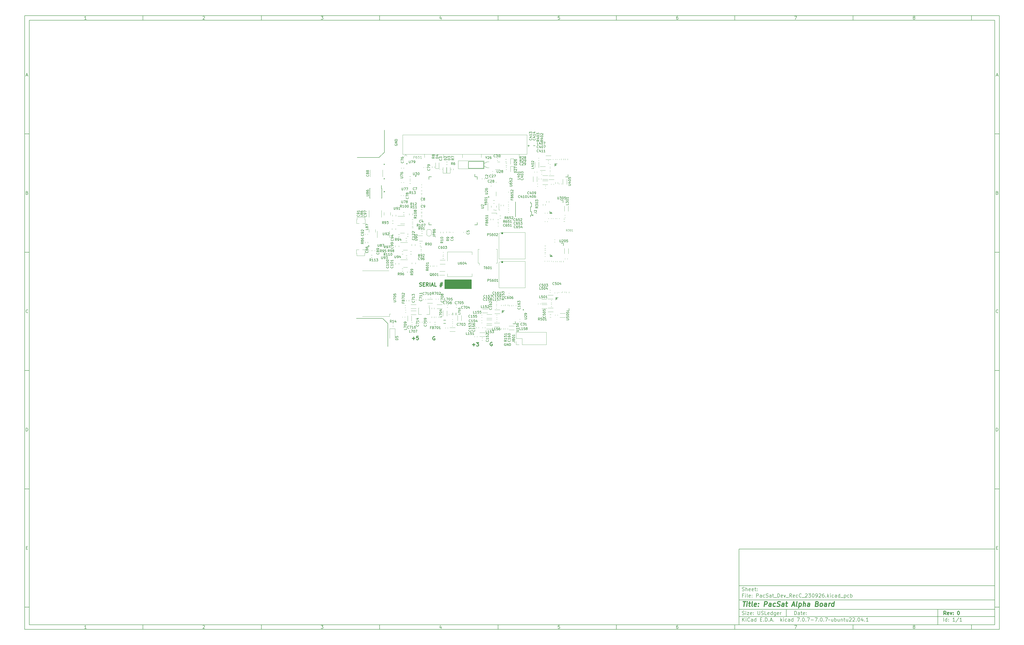
<source format=gbr>
%TF.GenerationSoftware,KiCad,Pcbnew,7.0.7-7.0.7~ubuntu22.04.1*%
%TF.CreationDate,2023-10-03T20:17:37-05:00*%
%TF.ProjectId,PacSat_Dev_RecC_230926,50616353-6174-45f4-9465-765f52656343,0*%
%TF.SameCoordinates,Original*%
%TF.FileFunction,Legend,Top*%
%TF.FilePolarity,Positive*%
%FSLAX46Y46*%
G04 Gerber Fmt 4.6, Leading zero omitted, Abs format (unit mm)*
G04 Created by KiCad (PCBNEW 7.0.7-7.0.7~ubuntu22.04.1) date 2023-10-03 20:17:37*
%MOMM*%
%LPD*%
G01*
G04 APERTURE LIST*
%ADD10C,0.100000*%
%ADD11C,0.150000*%
%ADD12C,0.300000*%
%ADD13C,0.400000*%
%ADD14C,0.200000*%
%ADD15C,0.101600*%
%ADD16C,0.120000*%
%ADD17C,0.381175*%
G04 APERTURE END LIST*
D10*
D11*
X311800000Y-235400000D02*
X419800000Y-235400000D01*
X419800000Y-267400000D01*
X311800000Y-267400000D01*
X311800000Y-235400000D01*
D10*
D11*
X10000000Y-10000000D02*
X421800000Y-10000000D01*
X421800000Y-269400000D01*
X10000000Y-269400000D01*
X10000000Y-10000000D01*
D10*
D11*
X12000000Y-12000000D02*
X419800000Y-12000000D01*
X419800000Y-267400000D01*
X12000000Y-267400000D01*
X12000000Y-12000000D01*
D10*
D11*
X60000000Y-12000000D02*
X60000000Y-10000000D01*
D10*
D11*
X110000000Y-12000000D02*
X110000000Y-10000000D01*
D10*
D11*
X160000000Y-12000000D02*
X160000000Y-10000000D01*
D10*
D11*
X210000000Y-12000000D02*
X210000000Y-10000000D01*
D10*
D11*
X260000000Y-12000000D02*
X260000000Y-10000000D01*
D10*
D11*
X310000000Y-12000000D02*
X310000000Y-10000000D01*
D10*
D11*
X360000000Y-12000000D02*
X360000000Y-10000000D01*
D10*
D11*
X410000000Y-12000000D02*
X410000000Y-10000000D01*
D10*
D11*
X36089160Y-11593604D02*
X35346303Y-11593604D01*
X35717731Y-11593604D02*
X35717731Y-10293604D01*
X35717731Y-10293604D02*
X35593922Y-10479319D01*
X35593922Y-10479319D02*
X35470112Y-10603128D01*
X35470112Y-10603128D02*
X35346303Y-10665033D01*
D10*
D11*
X85346303Y-10417414D02*
X85408207Y-10355509D01*
X85408207Y-10355509D02*
X85532017Y-10293604D01*
X85532017Y-10293604D02*
X85841541Y-10293604D01*
X85841541Y-10293604D02*
X85965350Y-10355509D01*
X85965350Y-10355509D02*
X86027255Y-10417414D01*
X86027255Y-10417414D02*
X86089160Y-10541223D01*
X86089160Y-10541223D02*
X86089160Y-10665033D01*
X86089160Y-10665033D02*
X86027255Y-10850747D01*
X86027255Y-10850747D02*
X85284398Y-11593604D01*
X85284398Y-11593604D02*
X86089160Y-11593604D01*
D10*
D11*
X135284398Y-10293604D02*
X136089160Y-10293604D01*
X136089160Y-10293604D02*
X135655826Y-10788842D01*
X135655826Y-10788842D02*
X135841541Y-10788842D01*
X135841541Y-10788842D02*
X135965350Y-10850747D01*
X135965350Y-10850747D02*
X136027255Y-10912652D01*
X136027255Y-10912652D02*
X136089160Y-11036461D01*
X136089160Y-11036461D02*
X136089160Y-11345985D01*
X136089160Y-11345985D02*
X136027255Y-11469795D01*
X136027255Y-11469795D02*
X135965350Y-11531700D01*
X135965350Y-11531700D02*
X135841541Y-11593604D01*
X135841541Y-11593604D02*
X135470112Y-11593604D01*
X135470112Y-11593604D02*
X135346303Y-11531700D01*
X135346303Y-11531700D02*
X135284398Y-11469795D01*
D10*
D11*
X185965350Y-10726938D02*
X185965350Y-11593604D01*
X185655826Y-10231700D02*
X185346303Y-11160271D01*
X185346303Y-11160271D02*
X186151064Y-11160271D01*
D10*
D11*
X236027255Y-10293604D02*
X235408207Y-10293604D01*
X235408207Y-10293604D02*
X235346303Y-10912652D01*
X235346303Y-10912652D02*
X235408207Y-10850747D01*
X235408207Y-10850747D02*
X235532017Y-10788842D01*
X235532017Y-10788842D02*
X235841541Y-10788842D01*
X235841541Y-10788842D02*
X235965350Y-10850747D01*
X235965350Y-10850747D02*
X236027255Y-10912652D01*
X236027255Y-10912652D02*
X236089160Y-11036461D01*
X236089160Y-11036461D02*
X236089160Y-11345985D01*
X236089160Y-11345985D02*
X236027255Y-11469795D01*
X236027255Y-11469795D02*
X235965350Y-11531700D01*
X235965350Y-11531700D02*
X235841541Y-11593604D01*
X235841541Y-11593604D02*
X235532017Y-11593604D01*
X235532017Y-11593604D02*
X235408207Y-11531700D01*
X235408207Y-11531700D02*
X235346303Y-11469795D01*
D10*
D11*
X285965350Y-10293604D02*
X285717731Y-10293604D01*
X285717731Y-10293604D02*
X285593922Y-10355509D01*
X285593922Y-10355509D02*
X285532017Y-10417414D01*
X285532017Y-10417414D02*
X285408207Y-10603128D01*
X285408207Y-10603128D02*
X285346303Y-10850747D01*
X285346303Y-10850747D02*
X285346303Y-11345985D01*
X285346303Y-11345985D02*
X285408207Y-11469795D01*
X285408207Y-11469795D02*
X285470112Y-11531700D01*
X285470112Y-11531700D02*
X285593922Y-11593604D01*
X285593922Y-11593604D02*
X285841541Y-11593604D01*
X285841541Y-11593604D02*
X285965350Y-11531700D01*
X285965350Y-11531700D02*
X286027255Y-11469795D01*
X286027255Y-11469795D02*
X286089160Y-11345985D01*
X286089160Y-11345985D02*
X286089160Y-11036461D01*
X286089160Y-11036461D02*
X286027255Y-10912652D01*
X286027255Y-10912652D02*
X285965350Y-10850747D01*
X285965350Y-10850747D02*
X285841541Y-10788842D01*
X285841541Y-10788842D02*
X285593922Y-10788842D01*
X285593922Y-10788842D02*
X285470112Y-10850747D01*
X285470112Y-10850747D02*
X285408207Y-10912652D01*
X285408207Y-10912652D02*
X285346303Y-11036461D01*
D10*
D11*
X335284398Y-10293604D02*
X336151064Y-10293604D01*
X336151064Y-10293604D02*
X335593922Y-11593604D01*
D10*
D11*
X385593922Y-10850747D02*
X385470112Y-10788842D01*
X385470112Y-10788842D02*
X385408207Y-10726938D01*
X385408207Y-10726938D02*
X385346303Y-10603128D01*
X385346303Y-10603128D02*
X385346303Y-10541223D01*
X385346303Y-10541223D02*
X385408207Y-10417414D01*
X385408207Y-10417414D02*
X385470112Y-10355509D01*
X385470112Y-10355509D02*
X385593922Y-10293604D01*
X385593922Y-10293604D02*
X385841541Y-10293604D01*
X385841541Y-10293604D02*
X385965350Y-10355509D01*
X385965350Y-10355509D02*
X386027255Y-10417414D01*
X386027255Y-10417414D02*
X386089160Y-10541223D01*
X386089160Y-10541223D02*
X386089160Y-10603128D01*
X386089160Y-10603128D02*
X386027255Y-10726938D01*
X386027255Y-10726938D02*
X385965350Y-10788842D01*
X385965350Y-10788842D02*
X385841541Y-10850747D01*
X385841541Y-10850747D02*
X385593922Y-10850747D01*
X385593922Y-10850747D02*
X385470112Y-10912652D01*
X385470112Y-10912652D02*
X385408207Y-10974557D01*
X385408207Y-10974557D02*
X385346303Y-11098366D01*
X385346303Y-11098366D02*
X385346303Y-11345985D01*
X385346303Y-11345985D02*
X385408207Y-11469795D01*
X385408207Y-11469795D02*
X385470112Y-11531700D01*
X385470112Y-11531700D02*
X385593922Y-11593604D01*
X385593922Y-11593604D02*
X385841541Y-11593604D01*
X385841541Y-11593604D02*
X385965350Y-11531700D01*
X385965350Y-11531700D02*
X386027255Y-11469795D01*
X386027255Y-11469795D02*
X386089160Y-11345985D01*
X386089160Y-11345985D02*
X386089160Y-11098366D01*
X386089160Y-11098366D02*
X386027255Y-10974557D01*
X386027255Y-10974557D02*
X385965350Y-10912652D01*
X385965350Y-10912652D02*
X385841541Y-10850747D01*
D10*
D11*
X60000000Y-267400000D02*
X60000000Y-269400000D01*
D10*
D11*
X110000000Y-267400000D02*
X110000000Y-269400000D01*
D10*
D11*
X160000000Y-267400000D02*
X160000000Y-269400000D01*
D10*
D11*
X210000000Y-267400000D02*
X210000000Y-269400000D01*
D10*
D11*
X260000000Y-267400000D02*
X260000000Y-269400000D01*
D10*
D11*
X310000000Y-267400000D02*
X310000000Y-269400000D01*
D10*
D11*
X360000000Y-267400000D02*
X360000000Y-269400000D01*
D10*
D11*
X410000000Y-267400000D02*
X410000000Y-269400000D01*
D10*
D11*
X36089160Y-268993604D02*
X35346303Y-268993604D01*
X35717731Y-268993604D02*
X35717731Y-267693604D01*
X35717731Y-267693604D02*
X35593922Y-267879319D01*
X35593922Y-267879319D02*
X35470112Y-268003128D01*
X35470112Y-268003128D02*
X35346303Y-268065033D01*
D10*
D11*
X85346303Y-267817414D02*
X85408207Y-267755509D01*
X85408207Y-267755509D02*
X85532017Y-267693604D01*
X85532017Y-267693604D02*
X85841541Y-267693604D01*
X85841541Y-267693604D02*
X85965350Y-267755509D01*
X85965350Y-267755509D02*
X86027255Y-267817414D01*
X86027255Y-267817414D02*
X86089160Y-267941223D01*
X86089160Y-267941223D02*
X86089160Y-268065033D01*
X86089160Y-268065033D02*
X86027255Y-268250747D01*
X86027255Y-268250747D02*
X85284398Y-268993604D01*
X85284398Y-268993604D02*
X86089160Y-268993604D01*
D10*
D11*
X135284398Y-267693604D02*
X136089160Y-267693604D01*
X136089160Y-267693604D02*
X135655826Y-268188842D01*
X135655826Y-268188842D02*
X135841541Y-268188842D01*
X135841541Y-268188842D02*
X135965350Y-268250747D01*
X135965350Y-268250747D02*
X136027255Y-268312652D01*
X136027255Y-268312652D02*
X136089160Y-268436461D01*
X136089160Y-268436461D02*
X136089160Y-268745985D01*
X136089160Y-268745985D02*
X136027255Y-268869795D01*
X136027255Y-268869795D02*
X135965350Y-268931700D01*
X135965350Y-268931700D02*
X135841541Y-268993604D01*
X135841541Y-268993604D02*
X135470112Y-268993604D01*
X135470112Y-268993604D02*
X135346303Y-268931700D01*
X135346303Y-268931700D02*
X135284398Y-268869795D01*
D10*
D11*
X185965350Y-268126938D02*
X185965350Y-268993604D01*
X185655826Y-267631700D02*
X185346303Y-268560271D01*
X185346303Y-268560271D02*
X186151064Y-268560271D01*
D10*
D11*
X236027255Y-267693604D02*
X235408207Y-267693604D01*
X235408207Y-267693604D02*
X235346303Y-268312652D01*
X235346303Y-268312652D02*
X235408207Y-268250747D01*
X235408207Y-268250747D02*
X235532017Y-268188842D01*
X235532017Y-268188842D02*
X235841541Y-268188842D01*
X235841541Y-268188842D02*
X235965350Y-268250747D01*
X235965350Y-268250747D02*
X236027255Y-268312652D01*
X236027255Y-268312652D02*
X236089160Y-268436461D01*
X236089160Y-268436461D02*
X236089160Y-268745985D01*
X236089160Y-268745985D02*
X236027255Y-268869795D01*
X236027255Y-268869795D02*
X235965350Y-268931700D01*
X235965350Y-268931700D02*
X235841541Y-268993604D01*
X235841541Y-268993604D02*
X235532017Y-268993604D01*
X235532017Y-268993604D02*
X235408207Y-268931700D01*
X235408207Y-268931700D02*
X235346303Y-268869795D01*
D10*
D11*
X285965350Y-267693604D02*
X285717731Y-267693604D01*
X285717731Y-267693604D02*
X285593922Y-267755509D01*
X285593922Y-267755509D02*
X285532017Y-267817414D01*
X285532017Y-267817414D02*
X285408207Y-268003128D01*
X285408207Y-268003128D02*
X285346303Y-268250747D01*
X285346303Y-268250747D02*
X285346303Y-268745985D01*
X285346303Y-268745985D02*
X285408207Y-268869795D01*
X285408207Y-268869795D02*
X285470112Y-268931700D01*
X285470112Y-268931700D02*
X285593922Y-268993604D01*
X285593922Y-268993604D02*
X285841541Y-268993604D01*
X285841541Y-268993604D02*
X285965350Y-268931700D01*
X285965350Y-268931700D02*
X286027255Y-268869795D01*
X286027255Y-268869795D02*
X286089160Y-268745985D01*
X286089160Y-268745985D02*
X286089160Y-268436461D01*
X286089160Y-268436461D02*
X286027255Y-268312652D01*
X286027255Y-268312652D02*
X285965350Y-268250747D01*
X285965350Y-268250747D02*
X285841541Y-268188842D01*
X285841541Y-268188842D02*
X285593922Y-268188842D01*
X285593922Y-268188842D02*
X285470112Y-268250747D01*
X285470112Y-268250747D02*
X285408207Y-268312652D01*
X285408207Y-268312652D02*
X285346303Y-268436461D01*
D10*
D11*
X335284398Y-267693604D02*
X336151064Y-267693604D01*
X336151064Y-267693604D02*
X335593922Y-268993604D01*
D10*
D11*
X385593922Y-268250747D02*
X385470112Y-268188842D01*
X385470112Y-268188842D02*
X385408207Y-268126938D01*
X385408207Y-268126938D02*
X385346303Y-268003128D01*
X385346303Y-268003128D02*
X385346303Y-267941223D01*
X385346303Y-267941223D02*
X385408207Y-267817414D01*
X385408207Y-267817414D02*
X385470112Y-267755509D01*
X385470112Y-267755509D02*
X385593922Y-267693604D01*
X385593922Y-267693604D02*
X385841541Y-267693604D01*
X385841541Y-267693604D02*
X385965350Y-267755509D01*
X385965350Y-267755509D02*
X386027255Y-267817414D01*
X386027255Y-267817414D02*
X386089160Y-267941223D01*
X386089160Y-267941223D02*
X386089160Y-268003128D01*
X386089160Y-268003128D02*
X386027255Y-268126938D01*
X386027255Y-268126938D02*
X385965350Y-268188842D01*
X385965350Y-268188842D02*
X385841541Y-268250747D01*
X385841541Y-268250747D02*
X385593922Y-268250747D01*
X385593922Y-268250747D02*
X385470112Y-268312652D01*
X385470112Y-268312652D02*
X385408207Y-268374557D01*
X385408207Y-268374557D02*
X385346303Y-268498366D01*
X385346303Y-268498366D02*
X385346303Y-268745985D01*
X385346303Y-268745985D02*
X385408207Y-268869795D01*
X385408207Y-268869795D02*
X385470112Y-268931700D01*
X385470112Y-268931700D02*
X385593922Y-268993604D01*
X385593922Y-268993604D02*
X385841541Y-268993604D01*
X385841541Y-268993604D02*
X385965350Y-268931700D01*
X385965350Y-268931700D02*
X386027255Y-268869795D01*
X386027255Y-268869795D02*
X386089160Y-268745985D01*
X386089160Y-268745985D02*
X386089160Y-268498366D01*
X386089160Y-268498366D02*
X386027255Y-268374557D01*
X386027255Y-268374557D02*
X385965350Y-268312652D01*
X385965350Y-268312652D02*
X385841541Y-268250747D01*
D10*
D11*
X10000000Y-60000000D02*
X12000000Y-60000000D01*
D10*
D11*
X10000000Y-110000000D02*
X12000000Y-110000000D01*
D10*
D11*
X10000000Y-160000000D02*
X12000000Y-160000000D01*
D10*
D11*
X10000000Y-210000000D02*
X12000000Y-210000000D01*
D10*
D11*
X10000000Y-260000000D02*
X12000000Y-260000000D01*
D10*
D11*
X10690476Y-35222176D02*
X11309523Y-35222176D01*
X10566666Y-35593604D02*
X10999999Y-34293604D01*
X10999999Y-34293604D02*
X11433333Y-35593604D01*
D10*
D11*
X11092857Y-84912652D02*
X11278571Y-84974557D01*
X11278571Y-84974557D02*
X11340476Y-85036461D01*
X11340476Y-85036461D02*
X11402380Y-85160271D01*
X11402380Y-85160271D02*
X11402380Y-85345985D01*
X11402380Y-85345985D02*
X11340476Y-85469795D01*
X11340476Y-85469795D02*
X11278571Y-85531700D01*
X11278571Y-85531700D02*
X11154761Y-85593604D01*
X11154761Y-85593604D02*
X10659523Y-85593604D01*
X10659523Y-85593604D02*
X10659523Y-84293604D01*
X10659523Y-84293604D02*
X11092857Y-84293604D01*
X11092857Y-84293604D02*
X11216666Y-84355509D01*
X11216666Y-84355509D02*
X11278571Y-84417414D01*
X11278571Y-84417414D02*
X11340476Y-84541223D01*
X11340476Y-84541223D02*
X11340476Y-84665033D01*
X11340476Y-84665033D02*
X11278571Y-84788842D01*
X11278571Y-84788842D02*
X11216666Y-84850747D01*
X11216666Y-84850747D02*
X11092857Y-84912652D01*
X11092857Y-84912652D02*
X10659523Y-84912652D01*
D10*
D11*
X11402380Y-135469795D02*
X11340476Y-135531700D01*
X11340476Y-135531700D02*
X11154761Y-135593604D01*
X11154761Y-135593604D02*
X11030952Y-135593604D01*
X11030952Y-135593604D02*
X10845238Y-135531700D01*
X10845238Y-135531700D02*
X10721428Y-135407890D01*
X10721428Y-135407890D02*
X10659523Y-135284080D01*
X10659523Y-135284080D02*
X10597619Y-135036461D01*
X10597619Y-135036461D02*
X10597619Y-134850747D01*
X10597619Y-134850747D02*
X10659523Y-134603128D01*
X10659523Y-134603128D02*
X10721428Y-134479319D01*
X10721428Y-134479319D02*
X10845238Y-134355509D01*
X10845238Y-134355509D02*
X11030952Y-134293604D01*
X11030952Y-134293604D02*
X11154761Y-134293604D01*
X11154761Y-134293604D02*
X11340476Y-134355509D01*
X11340476Y-134355509D02*
X11402380Y-134417414D01*
D10*
D11*
X10659523Y-185593604D02*
X10659523Y-184293604D01*
X10659523Y-184293604D02*
X10969047Y-184293604D01*
X10969047Y-184293604D02*
X11154761Y-184355509D01*
X11154761Y-184355509D02*
X11278571Y-184479319D01*
X11278571Y-184479319D02*
X11340476Y-184603128D01*
X11340476Y-184603128D02*
X11402380Y-184850747D01*
X11402380Y-184850747D02*
X11402380Y-185036461D01*
X11402380Y-185036461D02*
X11340476Y-185284080D01*
X11340476Y-185284080D02*
X11278571Y-185407890D01*
X11278571Y-185407890D02*
X11154761Y-185531700D01*
X11154761Y-185531700D02*
X10969047Y-185593604D01*
X10969047Y-185593604D02*
X10659523Y-185593604D01*
D10*
D11*
X10721428Y-234912652D02*
X11154762Y-234912652D01*
X11340476Y-235593604D02*
X10721428Y-235593604D01*
X10721428Y-235593604D02*
X10721428Y-234293604D01*
X10721428Y-234293604D02*
X11340476Y-234293604D01*
D10*
D11*
X421800000Y-60000000D02*
X419800000Y-60000000D01*
D10*
D11*
X421800000Y-110000000D02*
X419800000Y-110000000D01*
D10*
D11*
X421800000Y-160000000D02*
X419800000Y-160000000D01*
D10*
D11*
X421800000Y-210000000D02*
X419800000Y-210000000D01*
D10*
D11*
X421800000Y-260000000D02*
X419800000Y-260000000D01*
D10*
D11*
X420490476Y-35222176D02*
X421109523Y-35222176D01*
X420366666Y-35593604D02*
X420799999Y-34293604D01*
X420799999Y-34293604D02*
X421233333Y-35593604D01*
D10*
D11*
X420892857Y-84912652D02*
X421078571Y-84974557D01*
X421078571Y-84974557D02*
X421140476Y-85036461D01*
X421140476Y-85036461D02*
X421202380Y-85160271D01*
X421202380Y-85160271D02*
X421202380Y-85345985D01*
X421202380Y-85345985D02*
X421140476Y-85469795D01*
X421140476Y-85469795D02*
X421078571Y-85531700D01*
X421078571Y-85531700D02*
X420954761Y-85593604D01*
X420954761Y-85593604D02*
X420459523Y-85593604D01*
X420459523Y-85593604D02*
X420459523Y-84293604D01*
X420459523Y-84293604D02*
X420892857Y-84293604D01*
X420892857Y-84293604D02*
X421016666Y-84355509D01*
X421016666Y-84355509D02*
X421078571Y-84417414D01*
X421078571Y-84417414D02*
X421140476Y-84541223D01*
X421140476Y-84541223D02*
X421140476Y-84665033D01*
X421140476Y-84665033D02*
X421078571Y-84788842D01*
X421078571Y-84788842D02*
X421016666Y-84850747D01*
X421016666Y-84850747D02*
X420892857Y-84912652D01*
X420892857Y-84912652D02*
X420459523Y-84912652D01*
D10*
D11*
X421202380Y-135469795D02*
X421140476Y-135531700D01*
X421140476Y-135531700D02*
X420954761Y-135593604D01*
X420954761Y-135593604D02*
X420830952Y-135593604D01*
X420830952Y-135593604D02*
X420645238Y-135531700D01*
X420645238Y-135531700D02*
X420521428Y-135407890D01*
X420521428Y-135407890D02*
X420459523Y-135284080D01*
X420459523Y-135284080D02*
X420397619Y-135036461D01*
X420397619Y-135036461D02*
X420397619Y-134850747D01*
X420397619Y-134850747D02*
X420459523Y-134603128D01*
X420459523Y-134603128D02*
X420521428Y-134479319D01*
X420521428Y-134479319D02*
X420645238Y-134355509D01*
X420645238Y-134355509D02*
X420830952Y-134293604D01*
X420830952Y-134293604D02*
X420954761Y-134293604D01*
X420954761Y-134293604D02*
X421140476Y-134355509D01*
X421140476Y-134355509D02*
X421202380Y-134417414D01*
D10*
D11*
X420459523Y-185593604D02*
X420459523Y-184293604D01*
X420459523Y-184293604D02*
X420769047Y-184293604D01*
X420769047Y-184293604D02*
X420954761Y-184355509D01*
X420954761Y-184355509D02*
X421078571Y-184479319D01*
X421078571Y-184479319D02*
X421140476Y-184603128D01*
X421140476Y-184603128D02*
X421202380Y-184850747D01*
X421202380Y-184850747D02*
X421202380Y-185036461D01*
X421202380Y-185036461D02*
X421140476Y-185284080D01*
X421140476Y-185284080D02*
X421078571Y-185407890D01*
X421078571Y-185407890D02*
X420954761Y-185531700D01*
X420954761Y-185531700D02*
X420769047Y-185593604D01*
X420769047Y-185593604D02*
X420459523Y-185593604D01*
D10*
D11*
X420521428Y-234912652D02*
X420954762Y-234912652D01*
X421140476Y-235593604D02*
X420521428Y-235593604D01*
X420521428Y-235593604D02*
X420521428Y-234293604D01*
X420521428Y-234293604D02*
X421140476Y-234293604D01*
D10*
D11*
X335255826Y-263186128D02*
X335255826Y-261686128D01*
X335255826Y-261686128D02*
X335612969Y-261686128D01*
X335612969Y-261686128D02*
X335827255Y-261757557D01*
X335827255Y-261757557D02*
X335970112Y-261900414D01*
X335970112Y-261900414D02*
X336041541Y-262043271D01*
X336041541Y-262043271D02*
X336112969Y-262328985D01*
X336112969Y-262328985D02*
X336112969Y-262543271D01*
X336112969Y-262543271D02*
X336041541Y-262828985D01*
X336041541Y-262828985D02*
X335970112Y-262971842D01*
X335970112Y-262971842D02*
X335827255Y-263114700D01*
X335827255Y-263114700D02*
X335612969Y-263186128D01*
X335612969Y-263186128D02*
X335255826Y-263186128D01*
X337398684Y-263186128D02*
X337398684Y-262400414D01*
X337398684Y-262400414D02*
X337327255Y-262257557D01*
X337327255Y-262257557D02*
X337184398Y-262186128D01*
X337184398Y-262186128D02*
X336898684Y-262186128D01*
X336898684Y-262186128D02*
X336755826Y-262257557D01*
X337398684Y-263114700D02*
X337255826Y-263186128D01*
X337255826Y-263186128D02*
X336898684Y-263186128D01*
X336898684Y-263186128D02*
X336755826Y-263114700D01*
X336755826Y-263114700D02*
X336684398Y-262971842D01*
X336684398Y-262971842D02*
X336684398Y-262828985D01*
X336684398Y-262828985D02*
X336755826Y-262686128D01*
X336755826Y-262686128D02*
X336898684Y-262614700D01*
X336898684Y-262614700D02*
X337255826Y-262614700D01*
X337255826Y-262614700D02*
X337398684Y-262543271D01*
X337898684Y-262186128D02*
X338470112Y-262186128D01*
X338112969Y-261686128D02*
X338112969Y-262971842D01*
X338112969Y-262971842D02*
X338184398Y-263114700D01*
X338184398Y-263114700D02*
X338327255Y-263186128D01*
X338327255Y-263186128D02*
X338470112Y-263186128D01*
X339541541Y-263114700D02*
X339398684Y-263186128D01*
X339398684Y-263186128D02*
X339112970Y-263186128D01*
X339112970Y-263186128D02*
X338970112Y-263114700D01*
X338970112Y-263114700D02*
X338898684Y-262971842D01*
X338898684Y-262971842D02*
X338898684Y-262400414D01*
X338898684Y-262400414D02*
X338970112Y-262257557D01*
X338970112Y-262257557D02*
X339112970Y-262186128D01*
X339112970Y-262186128D02*
X339398684Y-262186128D01*
X339398684Y-262186128D02*
X339541541Y-262257557D01*
X339541541Y-262257557D02*
X339612970Y-262400414D01*
X339612970Y-262400414D02*
X339612970Y-262543271D01*
X339612970Y-262543271D02*
X338898684Y-262686128D01*
X340255826Y-263043271D02*
X340327255Y-263114700D01*
X340327255Y-263114700D02*
X340255826Y-263186128D01*
X340255826Y-263186128D02*
X340184398Y-263114700D01*
X340184398Y-263114700D02*
X340255826Y-263043271D01*
X340255826Y-263043271D02*
X340255826Y-263186128D01*
X340255826Y-262257557D02*
X340327255Y-262328985D01*
X340327255Y-262328985D02*
X340255826Y-262400414D01*
X340255826Y-262400414D02*
X340184398Y-262328985D01*
X340184398Y-262328985D02*
X340255826Y-262257557D01*
X340255826Y-262257557D02*
X340255826Y-262400414D01*
D10*
D11*
X311800000Y-263900000D02*
X419800000Y-263900000D01*
D10*
D11*
X313255826Y-265986128D02*
X313255826Y-264486128D01*
X314112969Y-265986128D02*
X313470112Y-265128985D01*
X314112969Y-264486128D02*
X313255826Y-265343271D01*
X314755826Y-265986128D02*
X314755826Y-264986128D01*
X314755826Y-264486128D02*
X314684398Y-264557557D01*
X314684398Y-264557557D02*
X314755826Y-264628985D01*
X314755826Y-264628985D02*
X314827255Y-264557557D01*
X314827255Y-264557557D02*
X314755826Y-264486128D01*
X314755826Y-264486128D02*
X314755826Y-264628985D01*
X316327255Y-265843271D02*
X316255827Y-265914700D01*
X316255827Y-265914700D02*
X316041541Y-265986128D01*
X316041541Y-265986128D02*
X315898684Y-265986128D01*
X315898684Y-265986128D02*
X315684398Y-265914700D01*
X315684398Y-265914700D02*
X315541541Y-265771842D01*
X315541541Y-265771842D02*
X315470112Y-265628985D01*
X315470112Y-265628985D02*
X315398684Y-265343271D01*
X315398684Y-265343271D02*
X315398684Y-265128985D01*
X315398684Y-265128985D02*
X315470112Y-264843271D01*
X315470112Y-264843271D02*
X315541541Y-264700414D01*
X315541541Y-264700414D02*
X315684398Y-264557557D01*
X315684398Y-264557557D02*
X315898684Y-264486128D01*
X315898684Y-264486128D02*
X316041541Y-264486128D01*
X316041541Y-264486128D02*
X316255827Y-264557557D01*
X316255827Y-264557557D02*
X316327255Y-264628985D01*
X317612970Y-265986128D02*
X317612970Y-265200414D01*
X317612970Y-265200414D02*
X317541541Y-265057557D01*
X317541541Y-265057557D02*
X317398684Y-264986128D01*
X317398684Y-264986128D02*
X317112970Y-264986128D01*
X317112970Y-264986128D02*
X316970112Y-265057557D01*
X317612970Y-265914700D02*
X317470112Y-265986128D01*
X317470112Y-265986128D02*
X317112970Y-265986128D01*
X317112970Y-265986128D02*
X316970112Y-265914700D01*
X316970112Y-265914700D02*
X316898684Y-265771842D01*
X316898684Y-265771842D02*
X316898684Y-265628985D01*
X316898684Y-265628985D02*
X316970112Y-265486128D01*
X316970112Y-265486128D02*
X317112970Y-265414700D01*
X317112970Y-265414700D02*
X317470112Y-265414700D01*
X317470112Y-265414700D02*
X317612970Y-265343271D01*
X318970113Y-265986128D02*
X318970113Y-264486128D01*
X318970113Y-265914700D02*
X318827255Y-265986128D01*
X318827255Y-265986128D02*
X318541541Y-265986128D01*
X318541541Y-265986128D02*
X318398684Y-265914700D01*
X318398684Y-265914700D02*
X318327255Y-265843271D01*
X318327255Y-265843271D02*
X318255827Y-265700414D01*
X318255827Y-265700414D02*
X318255827Y-265271842D01*
X318255827Y-265271842D02*
X318327255Y-265128985D01*
X318327255Y-265128985D02*
X318398684Y-265057557D01*
X318398684Y-265057557D02*
X318541541Y-264986128D01*
X318541541Y-264986128D02*
X318827255Y-264986128D01*
X318827255Y-264986128D02*
X318970113Y-265057557D01*
X320827255Y-265200414D02*
X321327255Y-265200414D01*
X321541541Y-265986128D02*
X320827255Y-265986128D01*
X320827255Y-265986128D02*
X320827255Y-264486128D01*
X320827255Y-264486128D02*
X321541541Y-264486128D01*
X322184398Y-265843271D02*
X322255827Y-265914700D01*
X322255827Y-265914700D02*
X322184398Y-265986128D01*
X322184398Y-265986128D02*
X322112970Y-265914700D01*
X322112970Y-265914700D02*
X322184398Y-265843271D01*
X322184398Y-265843271D02*
X322184398Y-265986128D01*
X322898684Y-265986128D02*
X322898684Y-264486128D01*
X322898684Y-264486128D02*
X323255827Y-264486128D01*
X323255827Y-264486128D02*
X323470113Y-264557557D01*
X323470113Y-264557557D02*
X323612970Y-264700414D01*
X323612970Y-264700414D02*
X323684399Y-264843271D01*
X323684399Y-264843271D02*
X323755827Y-265128985D01*
X323755827Y-265128985D02*
X323755827Y-265343271D01*
X323755827Y-265343271D02*
X323684399Y-265628985D01*
X323684399Y-265628985D02*
X323612970Y-265771842D01*
X323612970Y-265771842D02*
X323470113Y-265914700D01*
X323470113Y-265914700D02*
X323255827Y-265986128D01*
X323255827Y-265986128D02*
X322898684Y-265986128D01*
X324398684Y-265843271D02*
X324470113Y-265914700D01*
X324470113Y-265914700D02*
X324398684Y-265986128D01*
X324398684Y-265986128D02*
X324327256Y-265914700D01*
X324327256Y-265914700D02*
X324398684Y-265843271D01*
X324398684Y-265843271D02*
X324398684Y-265986128D01*
X325041542Y-265557557D02*
X325755828Y-265557557D01*
X324898685Y-265986128D02*
X325398685Y-264486128D01*
X325398685Y-264486128D02*
X325898685Y-265986128D01*
X326398684Y-265843271D02*
X326470113Y-265914700D01*
X326470113Y-265914700D02*
X326398684Y-265986128D01*
X326398684Y-265986128D02*
X326327256Y-265914700D01*
X326327256Y-265914700D02*
X326398684Y-265843271D01*
X326398684Y-265843271D02*
X326398684Y-265986128D01*
X329398684Y-265986128D02*
X329398684Y-264486128D01*
X329541542Y-265414700D02*
X329970113Y-265986128D01*
X329970113Y-264986128D02*
X329398684Y-265557557D01*
X330612970Y-265986128D02*
X330612970Y-264986128D01*
X330612970Y-264486128D02*
X330541542Y-264557557D01*
X330541542Y-264557557D02*
X330612970Y-264628985D01*
X330612970Y-264628985D02*
X330684399Y-264557557D01*
X330684399Y-264557557D02*
X330612970Y-264486128D01*
X330612970Y-264486128D02*
X330612970Y-264628985D01*
X331970114Y-265914700D02*
X331827256Y-265986128D01*
X331827256Y-265986128D02*
X331541542Y-265986128D01*
X331541542Y-265986128D02*
X331398685Y-265914700D01*
X331398685Y-265914700D02*
X331327256Y-265843271D01*
X331327256Y-265843271D02*
X331255828Y-265700414D01*
X331255828Y-265700414D02*
X331255828Y-265271842D01*
X331255828Y-265271842D02*
X331327256Y-265128985D01*
X331327256Y-265128985D02*
X331398685Y-265057557D01*
X331398685Y-265057557D02*
X331541542Y-264986128D01*
X331541542Y-264986128D02*
X331827256Y-264986128D01*
X331827256Y-264986128D02*
X331970114Y-265057557D01*
X333255828Y-265986128D02*
X333255828Y-265200414D01*
X333255828Y-265200414D02*
X333184399Y-265057557D01*
X333184399Y-265057557D02*
X333041542Y-264986128D01*
X333041542Y-264986128D02*
X332755828Y-264986128D01*
X332755828Y-264986128D02*
X332612970Y-265057557D01*
X333255828Y-265914700D02*
X333112970Y-265986128D01*
X333112970Y-265986128D02*
X332755828Y-265986128D01*
X332755828Y-265986128D02*
X332612970Y-265914700D01*
X332612970Y-265914700D02*
X332541542Y-265771842D01*
X332541542Y-265771842D02*
X332541542Y-265628985D01*
X332541542Y-265628985D02*
X332612970Y-265486128D01*
X332612970Y-265486128D02*
X332755828Y-265414700D01*
X332755828Y-265414700D02*
X333112970Y-265414700D01*
X333112970Y-265414700D02*
X333255828Y-265343271D01*
X334612971Y-265986128D02*
X334612971Y-264486128D01*
X334612971Y-265914700D02*
X334470113Y-265986128D01*
X334470113Y-265986128D02*
X334184399Y-265986128D01*
X334184399Y-265986128D02*
X334041542Y-265914700D01*
X334041542Y-265914700D02*
X333970113Y-265843271D01*
X333970113Y-265843271D02*
X333898685Y-265700414D01*
X333898685Y-265700414D02*
X333898685Y-265271842D01*
X333898685Y-265271842D02*
X333970113Y-265128985D01*
X333970113Y-265128985D02*
X334041542Y-265057557D01*
X334041542Y-265057557D02*
X334184399Y-264986128D01*
X334184399Y-264986128D02*
X334470113Y-264986128D01*
X334470113Y-264986128D02*
X334612971Y-265057557D01*
X336327256Y-264486128D02*
X337327256Y-264486128D01*
X337327256Y-264486128D02*
X336684399Y-265986128D01*
X337898684Y-265843271D02*
X337970113Y-265914700D01*
X337970113Y-265914700D02*
X337898684Y-265986128D01*
X337898684Y-265986128D02*
X337827256Y-265914700D01*
X337827256Y-265914700D02*
X337898684Y-265843271D01*
X337898684Y-265843271D02*
X337898684Y-265986128D01*
X338898685Y-264486128D02*
X339041542Y-264486128D01*
X339041542Y-264486128D02*
X339184399Y-264557557D01*
X339184399Y-264557557D02*
X339255828Y-264628985D01*
X339255828Y-264628985D02*
X339327256Y-264771842D01*
X339327256Y-264771842D02*
X339398685Y-265057557D01*
X339398685Y-265057557D02*
X339398685Y-265414700D01*
X339398685Y-265414700D02*
X339327256Y-265700414D01*
X339327256Y-265700414D02*
X339255828Y-265843271D01*
X339255828Y-265843271D02*
X339184399Y-265914700D01*
X339184399Y-265914700D02*
X339041542Y-265986128D01*
X339041542Y-265986128D02*
X338898685Y-265986128D01*
X338898685Y-265986128D02*
X338755828Y-265914700D01*
X338755828Y-265914700D02*
X338684399Y-265843271D01*
X338684399Y-265843271D02*
X338612970Y-265700414D01*
X338612970Y-265700414D02*
X338541542Y-265414700D01*
X338541542Y-265414700D02*
X338541542Y-265057557D01*
X338541542Y-265057557D02*
X338612970Y-264771842D01*
X338612970Y-264771842D02*
X338684399Y-264628985D01*
X338684399Y-264628985D02*
X338755828Y-264557557D01*
X338755828Y-264557557D02*
X338898685Y-264486128D01*
X340041541Y-265843271D02*
X340112970Y-265914700D01*
X340112970Y-265914700D02*
X340041541Y-265986128D01*
X340041541Y-265986128D02*
X339970113Y-265914700D01*
X339970113Y-265914700D02*
X340041541Y-265843271D01*
X340041541Y-265843271D02*
X340041541Y-265986128D01*
X340612970Y-264486128D02*
X341612970Y-264486128D01*
X341612970Y-264486128D02*
X340970113Y-265986128D01*
X342184398Y-265414700D02*
X343327256Y-265414700D01*
X343898684Y-264486128D02*
X344898684Y-264486128D01*
X344898684Y-264486128D02*
X344255827Y-265986128D01*
X345470112Y-265843271D02*
X345541541Y-265914700D01*
X345541541Y-265914700D02*
X345470112Y-265986128D01*
X345470112Y-265986128D02*
X345398684Y-265914700D01*
X345398684Y-265914700D02*
X345470112Y-265843271D01*
X345470112Y-265843271D02*
X345470112Y-265986128D01*
X346470113Y-264486128D02*
X346612970Y-264486128D01*
X346612970Y-264486128D02*
X346755827Y-264557557D01*
X346755827Y-264557557D02*
X346827256Y-264628985D01*
X346827256Y-264628985D02*
X346898684Y-264771842D01*
X346898684Y-264771842D02*
X346970113Y-265057557D01*
X346970113Y-265057557D02*
X346970113Y-265414700D01*
X346970113Y-265414700D02*
X346898684Y-265700414D01*
X346898684Y-265700414D02*
X346827256Y-265843271D01*
X346827256Y-265843271D02*
X346755827Y-265914700D01*
X346755827Y-265914700D02*
X346612970Y-265986128D01*
X346612970Y-265986128D02*
X346470113Y-265986128D01*
X346470113Y-265986128D02*
X346327256Y-265914700D01*
X346327256Y-265914700D02*
X346255827Y-265843271D01*
X346255827Y-265843271D02*
X346184398Y-265700414D01*
X346184398Y-265700414D02*
X346112970Y-265414700D01*
X346112970Y-265414700D02*
X346112970Y-265057557D01*
X346112970Y-265057557D02*
X346184398Y-264771842D01*
X346184398Y-264771842D02*
X346255827Y-264628985D01*
X346255827Y-264628985D02*
X346327256Y-264557557D01*
X346327256Y-264557557D02*
X346470113Y-264486128D01*
X347612969Y-265843271D02*
X347684398Y-265914700D01*
X347684398Y-265914700D02*
X347612969Y-265986128D01*
X347612969Y-265986128D02*
X347541541Y-265914700D01*
X347541541Y-265914700D02*
X347612969Y-265843271D01*
X347612969Y-265843271D02*
X347612969Y-265986128D01*
X348184398Y-264486128D02*
X349184398Y-264486128D01*
X349184398Y-264486128D02*
X348541541Y-265986128D01*
X349541541Y-265414700D02*
X349612969Y-265343271D01*
X349612969Y-265343271D02*
X349755826Y-265271842D01*
X349755826Y-265271842D02*
X350041541Y-265414700D01*
X350041541Y-265414700D02*
X350184398Y-265343271D01*
X350184398Y-265343271D02*
X350255826Y-265271842D01*
X351470113Y-264986128D02*
X351470113Y-265986128D01*
X350827255Y-264986128D02*
X350827255Y-265771842D01*
X350827255Y-265771842D02*
X350898684Y-265914700D01*
X350898684Y-265914700D02*
X351041541Y-265986128D01*
X351041541Y-265986128D02*
X351255827Y-265986128D01*
X351255827Y-265986128D02*
X351398684Y-265914700D01*
X351398684Y-265914700D02*
X351470113Y-265843271D01*
X352184398Y-265986128D02*
X352184398Y-264486128D01*
X352184398Y-265057557D02*
X352327256Y-264986128D01*
X352327256Y-264986128D02*
X352612970Y-264986128D01*
X352612970Y-264986128D02*
X352755827Y-265057557D01*
X352755827Y-265057557D02*
X352827256Y-265128985D01*
X352827256Y-265128985D02*
X352898684Y-265271842D01*
X352898684Y-265271842D02*
X352898684Y-265700414D01*
X352898684Y-265700414D02*
X352827256Y-265843271D01*
X352827256Y-265843271D02*
X352755827Y-265914700D01*
X352755827Y-265914700D02*
X352612970Y-265986128D01*
X352612970Y-265986128D02*
X352327256Y-265986128D01*
X352327256Y-265986128D02*
X352184398Y-265914700D01*
X354184399Y-264986128D02*
X354184399Y-265986128D01*
X353541541Y-264986128D02*
X353541541Y-265771842D01*
X353541541Y-265771842D02*
X353612970Y-265914700D01*
X353612970Y-265914700D02*
X353755827Y-265986128D01*
X353755827Y-265986128D02*
X353970113Y-265986128D01*
X353970113Y-265986128D02*
X354112970Y-265914700D01*
X354112970Y-265914700D02*
X354184399Y-265843271D01*
X354898684Y-264986128D02*
X354898684Y-265986128D01*
X354898684Y-265128985D02*
X354970113Y-265057557D01*
X354970113Y-265057557D02*
X355112970Y-264986128D01*
X355112970Y-264986128D02*
X355327256Y-264986128D01*
X355327256Y-264986128D02*
X355470113Y-265057557D01*
X355470113Y-265057557D02*
X355541542Y-265200414D01*
X355541542Y-265200414D02*
X355541542Y-265986128D01*
X356041542Y-264986128D02*
X356612970Y-264986128D01*
X356255827Y-264486128D02*
X356255827Y-265771842D01*
X356255827Y-265771842D02*
X356327256Y-265914700D01*
X356327256Y-265914700D02*
X356470113Y-265986128D01*
X356470113Y-265986128D02*
X356612970Y-265986128D01*
X357755828Y-264986128D02*
X357755828Y-265986128D01*
X357112970Y-264986128D02*
X357112970Y-265771842D01*
X357112970Y-265771842D02*
X357184399Y-265914700D01*
X357184399Y-265914700D02*
X357327256Y-265986128D01*
X357327256Y-265986128D02*
X357541542Y-265986128D01*
X357541542Y-265986128D02*
X357684399Y-265914700D01*
X357684399Y-265914700D02*
X357755828Y-265843271D01*
X358398685Y-264628985D02*
X358470113Y-264557557D01*
X358470113Y-264557557D02*
X358612971Y-264486128D01*
X358612971Y-264486128D02*
X358970113Y-264486128D01*
X358970113Y-264486128D02*
X359112971Y-264557557D01*
X359112971Y-264557557D02*
X359184399Y-264628985D01*
X359184399Y-264628985D02*
X359255828Y-264771842D01*
X359255828Y-264771842D02*
X359255828Y-264914700D01*
X359255828Y-264914700D02*
X359184399Y-265128985D01*
X359184399Y-265128985D02*
X358327256Y-265986128D01*
X358327256Y-265986128D02*
X359255828Y-265986128D01*
X359827256Y-264628985D02*
X359898684Y-264557557D01*
X359898684Y-264557557D02*
X360041542Y-264486128D01*
X360041542Y-264486128D02*
X360398684Y-264486128D01*
X360398684Y-264486128D02*
X360541542Y-264557557D01*
X360541542Y-264557557D02*
X360612970Y-264628985D01*
X360612970Y-264628985D02*
X360684399Y-264771842D01*
X360684399Y-264771842D02*
X360684399Y-264914700D01*
X360684399Y-264914700D02*
X360612970Y-265128985D01*
X360612970Y-265128985D02*
X359755827Y-265986128D01*
X359755827Y-265986128D02*
X360684399Y-265986128D01*
X361327255Y-265843271D02*
X361398684Y-265914700D01*
X361398684Y-265914700D02*
X361327255Y-265986128D01*
X361327255Y-265986128D02*
X361255827Y-265914700D01*
X361255827Y-265914700D02*
X361327255Y-265843271D01*
X361327255Y-265843271D02*
X361327255Y-265986128D01*
X362327256Y-264486128D02*
X362470113Y-264486128D01*
X362470113Y-264486128D02*
X362612970Y-264557557D01*
X362612970Y-264557557D02*
X362684399Y-264628985D01*
X362684399Y-264628985D02*
X362755827Y-264771842D01*
X362755827Y-264771842D02*
X362827256Y-265057557D01*
X362827256Y-265057557D02*
X362827256Y-265414700D01*
X362827256Y-265414700D02*
X362755827Y-265700414D01*
X362755827Y-265700414D02*
X362684399Y-265843271D01*
X362684399Y-265843271D02*
X362612970Y-265914700D01*
X362612970Y-265914700D02*
X362470113Y-265986128D01*
X362470113Y-265986128D02*
X362327256Y-265986128D01*
X362327256Y-265986128D02*
X362184399Y-265914700D01*
X362184399Y-265914700D02*
X362112970Y-265843271D01*
X362112970Y-265843271D02*
X362041541Y-265700414D01*
X362041541Y-265700414D02*
X361970113Y-265414700D01*
X361970113Y-265414700D02*
X361970113Y-265057557D01*
X361970113Y-265057557D02*
X362041541Y-264771842D01*
X362041541Y-264771842D02*
X362112970Y-264628985D01*
X362112970Y-264628985D02*
X362184399Y-264557557D01*
X362184399Y-264557557D02*
X362327256Y-264486128D01*
X364112970Y-264986128D02*
X364112970Y-265986128D01*
X363755827Y-264414700D02*
X363398684Y-265486128D01*
X363398684Y-265486128D02*
X364327255Y-265486128D01*
X364898683Y-265843271D02*
X364970112Y-265914700D01*
X364970112Y-265914700D02*
X364898683Y-265986128D01*
X364898683Y-265986128D02*
X364827255Y-265914700D01*
X364827255Y-265914700D02*
X364898683Y-265843271D01*
X364898683Y-265843271D02*
X364898683Y-265986128D01*
X366398684Y-265986128D02*
X365541541Y-265986128D01*
X365970112Y-265986128D02*
X365970112Y-264486128D01*
X365970112Y-264486128D02*
X365827255Y-264700414D01*
X365827255Y-264700414D02*
X365684398Y-264843271D01*
X365684398Y-264843271D02*
X365541541Y-264914700D01*
D10*
D11*
X311800000Y-260900000D02*
X419800000Y-260900000D01*
D10*
D12*
X399211653Y-263178328D02*
X398711653Y-262464042D01*
X398354510Y-263178328D02*
X398354510Y-261678328D01*
X398354510Y-261678328D02*
X398925939Y-261678328D01*
X398925939Y-261678328D02*
X399068796Y-261749757D01*
X399068796Y-261749757D02*
X399140225Y-261821185D01*
X399140225Y-261821185D02*
X399211653Y-261964042D01*
X399211653Y-261964042D02*
X399211653Y-262178328D01*
X399211653Y-262178328D02*
X399140225Y-262321185D01*
X399140225Y-262321185D02*
X399068796Y-262392614D01*
X399068796Y-262392614D02*
X398925939Y-262464042D01*
X398925939Y-262464042D02*
X398354510Y-262464042D01*
X400425939Y-263106900D02*
X400283082Y-263178328D01*
X400283082Y-263178328D02*
X399997368Y-263178328D01*
X399997368Y-263178328D02*
X399854510Y-263106900D01*
X399854510Y-263106900D02*
X399783082Y-262964042D01*
X399783082Y-262964042D02*
X399783082Y-262392614D01*
X399783082Y-262392614D02*
X399854510Y-262249757D01*
X399854510Y-262249757D02*
X399997368Y-262178328D01*
X399997368Y-262178328D02*
X400283082Y-262178328D01*
X400283082Y-262178328D02*
X400425939Y-262249757D01*
X400425939Y-262249757D02*
X400497368Y-262392614D01*
X400497368Y-262392614D02*
X400497368Y-262535471D01*
X400497368Y-262535471D02*
X399783082Y-262678328D01*
X400997367Y-262178328D02*
X401354510Y-263178328D01*
X401354510Y-263178328D02*
X401711653Y-262178328D01*
X402283081Y-263035471D02*
X402354510Y-263106900D01*
X402354510Y-263106900D02*
X402283081Y-263178328D01*
X402283081Y-263178328D02*
X402211653Y-263106900D01*
X402211653Y-263106900D02*
X402283081Y-263035471D01*
X402283081Y-263035471D02*
X402283081Y-263178328D01*
X402283081Y-262249757D02*
X402354510Y-262321185D01*
X402354510Y-262321185D02*
X402283081Y-262392614D01*
X402283081Y-262392614D02*
X402211653Y-262321185D01*
X402211653Y-262321185D02*
X402283081Y-262249757D01*
X402283081Y-262249757D02*
X402283081Y-262392614D01*
X404425939Y-261678328D02*
X404568796Y-261678328D01*
X404568796Y-261678328D02*
X404711653Y-261749757D01*
X404711653Y-261749757D02*
X404783082Y-261821185D01*
X404783082Y-261821185D02*
X404854510Y-261964042D01*
X404854510Y-261964042D02*
X404925939Y-262249757D01*
X404925939Y-262249757D02*
X404925939Y-262606900D01*
X404925939Y-262606900D02*
X404854510Y-262892614D01*
X404854510Y-262892614D02*
X404783082Y-263035471D01*
X404783082Y-263035471D02*
X404711653Y-263106900D01*
X404711653Y-263106900D02*
X404568796Y-263178328D01*
X404568796Y-263178328D02*
X404425939Y-263178328D01*
X404425939Y-263178328D02*
X404283082Y-263106900D01*
X404283082Y-263106900D02*
X404211653Y-263035471D01*
X404211653Y-263035471D02*
X404140224Y-262892614D01*
X404140224Y-262892614D02*
X404068796Y-262606900D01*
X404068796Y-262606900D02*
X404068796Y-262249757D01*
X404068796Y-262249757D02*
X404140224Y-261964042D01*
X404140224Y-261964042D02*
X404211653Y-261821185D01*
X404211653Y-261821185D02*
X404283082Y-261749757D01*
X404283082Y-261749757D02*
X404425939Y-261678328D01*
D10*
D11*
X313184398Y-263114700D02*
X313398684Y-263186128D01*
X313398684Y-263186128D02*
X313755826Y-263186128D01*
X313755826Y-263186128D02*
X313898684Y-263114700D01*
X313898684Y-263114700D02*
X313970112Y-263043271D01*
X313970112Y-263043271D02*
X314041541Y-262900414D01*
X314041541Y-262900414D02*
X314041541Y-262757557D01*
X314041541Y-262757557D02*
X313970112Y-262614700D01*
X313970112Y-262614700D02*
X313898684Y-262543271D01*
X313898684Y-262543271D02*
X313755826Y-262471842D01*
X313755826Y-262471842D02*
X313470112Y-262400414D01*
X313470112Y-262400414D02*
X313327255Y-262328985D01*
X313327255Y-262328985D02*
X313255826Y-262257557D01*
X313255826Y-262257557D02*
X313184398Y-262114700D01*
X313184398Y-262114700D02*
X313184398Y-261971842D01*
X313184398Y-261971842D02*
X313255826Y-261828985D01*
X313255826Y-261828985D02*
X313327255Y-261757557D01*
X313327255Y-261757557D02*
X313470112Y-261686128D01*
X313470112Y-261686128D02*
X313827255Y-261686128D01*
X313827255Y-261686128D02*
X314041541Y-261757557D01*
X314684397Y-263186128D02*
X314684397Y-262186128D01*
X314684397Y-261686128D02*
X314612969Y-261757557D01*
X314612969Y-261757557D02*
X314684397Y-261828985D01*
X314684397Y-261828985D02*
X314755826Y-261757557D01*
X314755826Y-261757557D02*
X314684397Y-261686128D01*
X314684397Y-261686128D02*
X314684397Y-261828985D01*
X315255826Y-262186128D02*
X316041541Y-262186128D01*
X316041541Y-262186128D02*
X315255826Y-263186128D01*
X315255826Y-263186128D02*
X316041541Y-263186128D01*
X317184398Y-263114700D02*
X317041541Y-263186128D01*
X317041541Y-263186128D02*
X316755827Y-263186128D01*
X316755827Y-263186128D02*
X316612969Y-263114700D01*
X316612969Y-263114700D02*
X316541541Y-262971842D01*
X316541541Y-262971842D02*
X316541541Y-262400414D01*
X316541541Y-262400414D02*
X316612969Y-262257557D01*
X316612969Y-262257557D02*
X316755827Y-262186128D01*
X316755827Y-262186128D02*
X317041541Y-262186128D01*
X317041541Y-262186128D02*
X317184398Y-262257557D01*
X317184398Y-262257557D02*
X317255827Y-262400414D01*
X317255827Y-262400414D02*
X317255827Y-262543271D01*
X317255827Y-262543271D02*
X316541541Y-262686128D01*
X317898683Y-263043271D02*
X317970112Y-263114700D01*
X317970112Y-263114700D02*
X317898683Y-263186128D01*
X317898683Y-263186128D02*
X317827255Y-263114700D01*
X317827255Y-263114700D02*
X317898683Y-263043271D01*
X317898683Y-263043271D02*
X317898683Y-263186128D01*
X317898683Y-262257557D02*
X317970112Y-262328985D01*
X317970112Y-262328985D02*
X317898683Y-262400414D01*
X317898683Y-262400414D02*
X317827255Y-262328985D01*
X317827255Y-262328985D02*
X317898683Y-262257557D01*
X317898683Y-262257557D02*
X317898683Y-262400414D01*
X319755826Y-261686128D02*
X319755826Y-262900414D01*
X319755826Y-262900414D02*
X319827255Y-263043271D01*
X319827255Y-263043271D02*
X319898684Y-263114700D01*
X319898684Y-263114700D02*
X320041541Y-263186128D01*
X320041541Y-263186128D02*
X320327255Y-263186128D01*
X320327255Y-263186128D02*
X320470112Y-263114700D01*
X320470112Y-263114700D02*
X320541541Y-263043271D01*
X320541541Y-263043271D02*
X320612969Y-262900414D01*
X320612969Y-262900414D02*
X320612969Y-261686128D01*
X321255827Y-263114700D02*
X321470113Y-263186128D01*
X321470113Y-263186128D02*
X321827255Y-263186128D01*
X321827255Y-263186128D02*
X321970113Y-263114700D01*
X321970113Y-263114700D02*
X322041541Y-263043271D01*
X322041541Y-263043271D02*
X322112970Y-262900414D01*
X322112970Y-262900414D02*
X322112970Y-262757557D01*
X322112970Y-262757557D02*
X322041541Y-262614700D01*
X322041541Y-262614700D02*
X321970113Y-262543271D01*
X321970113Y-262543271D02*
X321827255Y-262471842D01*
X321827255Y-262471842D02*
X321541541Y-262400414D01*
X321541541Y-262400414D02*
X321398684Y-262328985D01*
X321398684Y-262328985D02*
X321327255Y-262257557D01*
X321327255Y-262257557D02*
X321255827Y-262114700D01*
X321255827Y-262114700D02*
X321255827Y-261971842D01*
X321255827Y-261971842D02*
X321327255Y-261828985D01*
X321327255Y-261828985D02*
X321398684Y-261757557D01*
X321398684Y-261757557D02*
X321541541Y-261686128D01*
X321541541Y-261686128D02*
X321898684Y-261686128D01*
X321898684Y-261686128D02*
X322112970Y-261757557D01*
X323470112Y-263186128D02*
X322755826Y-263186128D01*
X322755826Y-263186128D02*
X322755826Y-261686128D01*
X324541541Y-263114700D02*
X324398684Y-263186128D01*
X324398684Y-263186128D02*
X324112970Y-263186128D01*
X324112970Y-263186128D02*
X323970112Y-263114700D01*
X323970112Y-263114700D02*
X323898684Y-262971842D01*
X323898684Y-262971842D02*
X323898684Y-262400414D01*
X323898684Y-262400414D02*
X323970112Y-262257557D01*
X323970112Y-262257557D02*
X324112970Y-262186128D01*
X324112970Y-262186128D02*
X324398684Y-262186128D01*
X324398684Y-262186128D02*
X324541541Y-262257557D01*
X324541541Y-262257557D02*
X324612970Y-262400414D01*
X324612970Y-262400414D02*
X324612970Y-262543271D01*
X324612970Y-262543271D02*
X323898684Y-262686128D01*
X325898684Y-263186128D02*
X325898684Y-261686128D01*
X325898684Y-263114700D02*
X325755826Y-263186128D01*
X325755826Y-263186128D02*
X325470112Y-263186128D01*
X325470112Y-263186128D02*
X325327255Y-263114700D01*
X325327255Y-263114700D02*
X325255826Y-263043271D01*
X325255826Y-263043271D02*
X325184398Y-262900414D01*
X325184398Y-262900414D02*
X325184398Y-262471842D01*
X325184398Y-262471842D02*
X325255826Y-262328985D01*
X325255826Y-262328985D02*
X325327255Y-262257557D01*
X325327255Y-262257557D02*
X325470112Y-262186128D01*
X325470112Y-262186128D02*
X325755826Y-262186128D01*
X325755826Y-262186128D02*
X325898684Y-262257557D01*
X327255827Y-262186128D02*
X327255827Y-263400414D01*
X327255827Y-263400414D02*
X327184398Y-263543271D01*
X327184398Y-263543271D02*
X327112969Y-263614700D01*
X327112969Y-263614700D02*
X326970112Y-263686128D01*
X326970112Y-263686128D02*
X326755827Y-263686128D01*
X326755827Y-263686128D02*
X326612969Y-263614700D01*
X327255827Y-263114700D02*
X327112969Y-263186128D01*
X327112969Y-263186128D02*
X326827255Y-263186128D01*
X326827255Y-263186128D02*
X326684398Y-263114700D01*
X326684398Y-263114700D02*
X326612969Y-263043271D01*
X326612969Y-263043271D02*
X326541541Y-262900414D01*
X326541541Y-262900414D02*
X326541541Y-262471842D01*
X326541541Y-262471842D02*
X326612969Y-262328985D01*
X326612969Y-262328985D02*
X326684398Y-262257557D01*
X326684398Y-262257557D02*
X326827255Y-262186128D01*
X326827255Y-262186128D02*
X327112969Y-262186128D01*
X327112969Y-262186128D02*
X327255827Y-262257557D01*
X328541541Y-263114700D02*
X328398684Y-263186128D01*
X328398684Y-263186128D02*
X328112970Y-263186128D01*
X328112970Y-263186128D02*
X327970112Y-263114700D01*
X327970112Y-263114700D02*
X327898684Y-262971842D01*
X327898684Y-262971842D02*
X327898684Y-262400414D01*
X327898684Y-262400414D02*
X327970112Y-262257557D01*
X327970112Y-262257557D02*
X328112970Y-262186128D01*
X328112970Y-262186128D02*
X328398684Y-262186128D01*
X328398684Y-262186128D02*
X328541541Y-262257557D01*
X328541541Y-262257557D02*
X328612970Y-262400414D01*
X328612970Y-262400414D02*
X328612970Y-262543271D01*
X328612970Y-262543271D02*
X327898684Y-262686128D01*
X329255826Y-263186128D02*
X329255826Y-262186128D01*
X329255826Y-262471842D02*
X329327255Y-262328985D01*
X329327255Y-262328985D02*
X329398684Y-262257557D01*
X329398684Y-262257557D02*
X329541541Y-262186128D01*
X329541541Y-262186128D02*
X329684398Y-262186128D01*
D10*
D11*
X398255826Y-265986128D02*
X398255826Y-264486128D01*
X399612970Y-265986128D02*
X399612970Y-264486128D01*
X399612970Y-265914700D02*
X399470112Y-265986128D01*
X399470112Y-265986128D02*
X399184398Y-265986128D01*
X399184398Y-265986128D02*
X399041541Y-265914700D01*
X399041541Y-265914700D02*
X398970112Y-265843271D01*
X398970112Y-265843271D02*
X398898684Y-265700414D01*
X398898684Y-265700414D02*
X398898684Y-265271842D01*
X398898684Y-265271842D02*
X398970112Y-265128985D01*
X398970112Y-265128985D02*
X399041541Y-265057557D01*
X399041541Y-265057557D02*
X399184398Y-264986128D01*
X399184398Y-264986128D02*
X399470112Y-264986128D01*
X399470112Y-264986128D02*
X399612970Y-265057557D01*
X400327255Y-265843271D02*
X400398684Y-265914700D01*
X400398684Y-265914700D02*
X400327255Y-265986128D01*
X400327255Y-265986128D02*
X400255827Y-265914700D01*
X400255827Y-265914700D02*
X400327255Y-265843271D01*
X400327255Y-265843271D02*
X400327255Y-265986128D01*
X400327255Y-265057557D02*
X400398684Y-265128985D01*
X400398684Y-265128985D02*
X400327255Y-265200414D01*
X400327255Y-265200414D02*
X400255827Y-265128985D01*
X400255827Y-265128985D02*
X400327255Y-265057557D01*
X400327255Y-265057557D02*
X400327255Y-265200414D01*
X402970113Y-265986128D02*
X402112970Y-265986128D01*
X402541541Y-265986128D02*
X402541541Y-264486128D01*
X402541541Y-264486128D02*
X402398684Y-264700414D01*
X402398684Y-264700414D02*
X402255827Y-264843271D01*
X402255827Y-264843271D02*
X402112970Y-264914700D01*
X404684398Y-264414700D02*
X403398684Y-266343271D01*
X405970113Y-265986128D02*
X405112970Y-265986128D01*
X405541541Y-265986128D02*
X405541541Y-264486128D01*
X405541541Y-264486128D02*
X405398684Y-264700414D01*
X405398684Y-264700414D02*
X405255827Y-264843271D01*
X405255827Y-264843271D02*
X405112970Y-264914700D01*
D10*
D11*
X311800000Y-256900000D02*
X419800000Y-256900000D01*
D10*
D13*
X313491728Y-257604438D02*
X314634585Y-257604438D01*
X313813157Y-259604438D02*
X314063157Y-257604438D01*
X315051252Y-259604438D02*
X315217919Y-258271104D01*
X315301252Y-257604438D02*
X315194109Y-257699676D01*
X315194109Y-257699676D02*
X315277443Y-257794914D01*
X315277443Y-257794914D02*
X315384586Y-257699676D01*
X315384586Y-257699676D02*
X315301252Y-257604438D01*
X315301252Y-257604438D02*
X315277443Y-257794914D01*
X315884586Y-258271104D02*
X316646490Y-258271104D01*
X316253633Y-257604438D02*
X316039348Y-259318723D01*
X316039348Y-259318723D02*
X316110776Y-259509200D01*
X316110776Y-259509200D02*
X316289348Y-259604438D01*
X316289348Y-259604438D02*
X316479824Y-259604438D01*
X317432205Y-259604438D02*
X317253633Y-259509200D01*
X317253633Y-259509200D02*
X317182205Y-259318723D01*
X317182205Y-259318723D02*
X317396490Y-257604438D01*
X318967919Y-259509200D02*
X318765538Y-259604438D01*
X318765538Y-259604438D02*
X318384585Y-259604438D01*
X318384585Y-259604438D02*
X318206014Y-259509200D01*
X318206014Y-259509200D02*
X318134585Y-259318723D01*
X318134585Y-259318723D02*
X318229824Y-258556819D01*
X318229824Y-258556819D02*
X318348871Y-258366342D01*
X318348871Y-258366342D02*
X318551252Y-258271104D01*
X318551252Y-258271104D02*
X318932204Y-258271104D01*
X318932204Y-258271104D02*
X319110776Y-258366342D01*
X319110776Y-258366342D02*
X319182204Y-258556819D01*
X319182204Y-258556819D02*
X319158395Y-258747295D01*
X319158395Y-258747295D02*
X318182204Y-258937771D01*
X319932205Y-259413961D02*
X320015538Y-259509200D01*
X320015538Y-259509200D02*
X319908395Y-259604438D01*
X319908395Y-259604438D02*
X319825062Y-259509200D01*
X319825062Y-259509200D02*
X319932205Y-259413961D01*
X319932205Y-259413961D02*
X319908395Y-259604438D01*
X320063157Y-258366342D02*
X320146490Y-258461580D01*
X320146490Y-258461580D02*
X320039348Y-258556819D01*
X320039348Y-258556819D02*
X319956014Y-258461580D01*
X319956014Y-258461580D02*
X320063157Y-258366342D01*
X320063157Y-258366342D02*
X320039348Y-258556819D01*
X322384586Y-259604438D02*
X322634586Y-257604438D01*
X322634586Y-257604438D02*
X323396491Y-257604438D01*
X323396491Y-257604438D02*
X323575062Y-257699676D01*
X323575062Y-257699676D02*
X323658396Y-257794914D01*
X323658396Y-257794914D02*
X323729824Y-257985390D01*
X323729824Y-257985390D02*
X323694110Y-258271104D01*
X323694110Y-258271104D02*
X323575062Y-258461580D01*
X323575062Y-258461580D02*
X323467920Y-258556819D01*
X323467920Y-258556819D02*
X323265539Y-258652057D01*
X323265539Y-258652057D02*
X322503634Y-258652057D01*
X325241729Y-259604438D02*
X325372681Y-258556819D01*
X325372681Y-258556819D02*
X325301253Y-258366342D01*
X325301253Y-258366342D02*
X325122681Y-258271104D01*
X325122681Y-258271104D02*
X324741729Y-258271104D01*
X324741729Y-258271104D02*
X324539348Y-258366342D01*
X325253634Y-259509200D02*
X325051253Y-259604438D01*
X325051253Y-259604438D02*
X324575062Y-259604438D01*
X324575062Y-259604438D02*
X324396491Y-259509200D01*
X324396491Y-259509200D02*
X324325062Y-259318723D01*
X324325062Y-259318723D02*
X324348872Y-259128247D01*
X324348872Y-259128247D02*
X324467920Y-258937771D01*
X324467920Y-258937771D02*
X324670301Y-258842533D01*
X324670301Y-258842533D02*
X325146491Y-258842533D01*
X325146491Y-258842533D02*
X325348872Y-258747295D01*
X327063158Y-259509200D02*
X326860777Y-259604438D01*
X326860777Y-259604438D02*
X326479825Y-259604438D01*
X326479825Y-259604438D02*
X326301253Y-259509200D01*
X326301253Y-259509200D02*
X326217920Y-259413961D01*
X326217920Y-259413961D02*
X326146491Y-259223485D01*
X326146491Y-259223485D02*
X326217920Y-258652057D01*
X326217920Y-258652057D02*
X326336967Y-258461580D01*
X326336967Y-258461580D02*
X326444110Y-258366342D01*
X326444110Y-258366342D02*
X326646491Y-258271104D01*
X326646491Y-258271104D02*
X327027444Y-258271104D01*
X327027444Y-258271104D02*
X327206015Y-258366342D01*
X327825063Y-259509200D02*
X328098872Y-259604438D01*
X328098872Y-259604438D02*
X328575063Y-259604438D01*
X328575063Y-259604438D02*
X328777444Y-259509200D01*
X328777444Y-259509200D02*
X328884587Y-259413961D01*
X328884587Y-259413961D02*
X329003634Y-259223485D01*
X329003634Y-259223485D02*
X329027444Y-259033009D01*
X329027444Y-259033009D02*
X328956015Y-258842533D01*
X328956015Y-258842533D02*
X328872682Y-258747295D01*
X328872682Y-258747295D02*
X328694111Y-258652057D01*
X328694111Y-258652057D02*
X328325063Y-258556819D01*
X328325063Y-258556819D02*
X328146491Y-258461580D01*
X328146491Y-258461580D02*
X328063158Y-258366342D01*
X328063158Y-258366342D02*
X327991730Y-258175866D01*
X327991730Y-258175866D02*
X328015539Y-257985390D01*
X328015539Y-257985390D02*
X328134587Y-257794914D01*
X328134587Y-257794914D02*
X328241730Y-257699676D01*
X328241730Y-257699676D02*
X328444111Y-257604438D01*
X328444111Y-257604438D02*
X328920301Y-257604438D01*
X328920301Y-257604438D02*
X329194111Y-257699676D01*
X330670301Y-259604438D02*
X330801253Y-258556819D01*
X330801253Y-258556819D02*
X330729825Y-258366342D01*
X330729825Y-258366342D02*
X330551253Y-258271104D01*
X330551253Y-258271104D02*
X330170301Y-258271104D01*
X330170301Y-258271104D02*
X329967920Y-258366342D01*
X330682206Y-259509200D02*
X330479825Y-259604438D01*
X330479825Y-259604438D02*
X330003634Y-259604438D01*
X330003634Y-259604438D02*
X329825063Y-259509200D01*
X329825063Y-259509200D02*
X329753634Y-259318723D01*
X329753634Y-259318723D02*
X329777444Y-259128247D01*
X329777444Y-259128247D02*
X329896492Y-258937771D01*
X329896492Y-258937771D02*
X330098873Y-258842533D01*
X330098873Y-258842533D02*
X330575063Y-258842533D01*
X330575063Y-258842533D02*
X330777444Y-258747295D01*
X331503635Y-258271104D02*
X332265539Y-258271104D01*
X331872682Y-257604438D02*
X331658397Y-259318723D01*
X331658397Y-259318723D02*
X331729825Y-259509200D01*
X331729825Y-259509200D02*
X331908397Y-259604438D01*
X331908397Y-259604438D02*
X332098873Y-259604438D01*
X334265540Y-259033009D02*
X335217921Y-259033009D01*
X334003635Y-259604438D02*
X334920302Y-257604438D01*
X334920302Y-257604438D02*
X335336968Y-259604438D01*
X336289350Y-259604438D02*
X336110778Y-259509200D01*
X336110778Y-259509200D02*
X336039350Y-259318723D01*
X336039350Y-259318723D02*
X336253635Y-257604438D01*
X337217921Y-258271104D02*
X336967921Y-260271104D01*
X337206016Y-258366342D02*
X337408397Y-258271104D01*
X337408397Y-258271104D02*
X337789349Y-258271104D01*
X337789349Y-258271104D02*
X337967921Y-258366342D01*
X337967921Y-258366342D02*
X338051254Y-258461580D01*
X338051254Y-258461580D02*
X338122683Y-258652057D01*
X338122683Y-258652057D02*
X338051254Y-259223485D01*
X338051254Y-259223485D02*
X337932207Y-259413961D01*
X337932207Y-259413961D02*
X337825064Y-259509200D01*
X337825064Y-259509200D02*
X337622683Y-259604438D01*
X337622683Y-259604438D02*
X337241730Y-259604438D01*
X337241730Y-259604438D02*
X337063159Y-259509200D01*
X338860778Y-259604438D02*
X339110778Y-257604438D01*
X339717921Y-259604438D02*
X339848873Y-258556819D01*
X339848873Y-258556819D02*
X339777445Y-258366342D01*
X339777445Y-258366342D02*
X339598873Y-258271104D01*
X339598873Y-258271104D02*
X339313159Y-258271104D01*
X339313159Y-258271104D02*
X339110778Y-258366342D01*
X339110778Y-258366342D02*
X339003635Y-258461580D01*
X341527445Y-259604438D02*
X341658397Y-258556819D01*
X341658397Y-258556819D02*
X341586969Y-258366342D01*
X341586969Y-258366342D02*
X341408397Y-258271104D01*
X341408397Y-258271104D02*
X341027445Y-258271104D01*
X341027445Y-258271104D02*
X340825064Y-258366342D01*
X341539350Y-259509200D02*
X341336969Y-259604438D01*
X341336969Y-259604438D02*
X340860778Y-259604438D01*
X340860778Y-259604438D02*
X340682207Y-259509200D01*
X340682207Y-259509200D02*
X340610778Y-259318723D01*
X340610778Y-259318723D02*
X340634588Y-259128247D01*
X340634588Y-259128247D02*
X340753636Y-258937771D01*
X340753636Y-258937771D02*
X340956017Y-258842533D01*
X340956017Y-258842533D02*
X341432207Y-258842533D01*
X341432207Y-258842533D02*
X341634588Y-258747295D01*
X344801255Y-258556819D02*
X345075065Y-258652057D01*
X345075065Y-258652057D02*
X345158398Y-258747295D01*
X345158398Y-258747295D02*
X345229827Y-258937771D01*
X345229827Y-258937771D02*
X345194112Y-259223485D01*
X345194112Y-259223485D02*
X345075065Y-259413961D01*
X345075065Y-259413961D02*
X344967922Y-259509200D01*
X344967922Y-259509200D02*
X344765541Y-259604438D01*
X344765541Y-259604438D02*
X344003636Y-259604438D01*
X344003636Y-259604438D02*
X344253636Y-257604438D01*
X344253636Y-257604438D02*
X344920303Y-257604438D01*
X344920303Y-257604438D02*
X345098874Y-257699676D01*
X345098874Y-257699676D02*
X345182208Y-257794914D01*
X345182208Y-257794914D02*
X345253636Y-257985390D01*
X345253636Y-257985390D02*
X345229827Y-258175866D01*
X345229827Y-258175866D02*
X345110779Y-258366342D01*
X345110779Y-258366342D02*
X345003636Y-258461580D01*
X345003636Y-258461580D02*
X344801255Y-258556819D01*
X344801255Y-258556819D02*
X344134589Y-258556819D01*
X346289351Y-259604438D02*
X346110779Y-259509200D01*
X346110779Y-259509200D02*
X346027446Y-259413961D01*
X346027446Y-259413961D02*
X345956017Y-259223485D01*
X345956017Y-259223485D02*
X346027446Y-258652057D01*
X346027446Y-258652057D02*
X346146493Y-258461580D01*
X346146493Y-258461580D02*
X346253636Y-258366342D01*
X346253636Y-258366342D02*
X346456017Y-258271104D01*
X346456017Y-258271104D02*
X346741731Y-258271104D01*
X346741731Y-258271104D02*
X346920303Y-258366342D01*
X346920303Y-258366342D02*
X347003636Y-258461580D01*
X347003636Y-258461580D02*
X347075065Y-258652057D01*
X347075065Y-258652057D02*
X347003636Y-259223485D01*
X347003636Y-259223485D02*
X346884589Y-259413961D01*
X346884589Y-259413961D02*
X346777446Y-259509200D01*
X346777446Y-259509200D02*
X346575065Y-259604438D01*
X346575065Y-259604438D02*
X346289351Y-259604438D01*
X348670303Y-259604438D02*
X348801255Y-258556819D01*
X348801255Y-258556819D02*
X348729827Y-258366342D01*
X348729827Y-258366342D02*
X348551255Y-258271104D01*
X348551255Y-258271104D02*
X348170303Y-258271104D01*
X348170303Y-258271104D02*
X347967922Y-258366342D01*
X348682208Y-259509200D02*
X348479827Y-259604438D01*
X348479827Y-259604438D02*
X348003636Y-259604438D01*
X348003636Y-259604438D02*
X347825065Y-259509200D01*
X347825065Y-259509200D02*
X347753636Y-259318723D01*
X347753636Y-259318723D02*
X347777446Y-259128247D01*
X347777446Y-259128247D02*
X347896494Y-258937771D01*
X347896494Y-258937771D02*
X348098875Y-258842533D01*
X348098875Y-258842533D02*
X348575065Y-258842533D01*
X348575065Y-258842533D02*
X348777446Y-258747295D01*
X349622684Y-259604438D02*
X349789351Y-258271104D01*
X349741732Y-258652057D02*
X349860779Y-258461580D01*
X349860779Y-258461580D02*
X349967922Y-258366342D01*
X349967922Y-258366342D02*
X350170303Y-258271104D01*
X350170303Y-258271104D02*
X350360779Y-258271104D01*
X351717922Y-259604438D02*
X351967922Y-257604438D01*
X351729827Y-259509200D02*
X351527446Y-259604438D01*
X351527446Y-259604438D02*
X351146494Y-259604438D01*
X351146494Y-259604438D02*
X350967922Y-259509200D01*
X350967922Y-259509200D02*
X350884589Y-259413961D01*
X350884589Y-259413961D02*
X350813160Y-259223485D01*
X350813160Y-259223485D02*
X350884589Y-258652057D01*
X350884589Y-258652057D02*
X351003636Y-258461580D01*
X351003636Y-258461580D02*
X351110779Y-258366342D01*
X351110779Y-258366342D02*
X351313160Y-258271104D01*
X351313160Y-258271104D02*
X351694113Y-258271104D01*
X351694113Y-258271104D02*
X351872684Y-258366342D01*
D10*
D11*
X313755826Y-255000414D02*
X313255826Y-255000414D01*
X313255826Y-255786128D02*
X313255826Y-254286128D01*
X313255826Y-254286128D02*
X313970112Y-254286128D01*
X314541540Y-255786128D02*
X314541540Y-254786128D01*
X314541540Y-254286128D02*
X314470112Y-254357557D01*
X314470112Y-254357557D02*
X314541540Y-254428985D01*
X314541540Y-254428985D02*
X314612969Y-254357557D01*
X314612969Y-254357557D02*
X314541540Y-254286128D01*
X314541540Y-254286128D02*
X314541540Y-254428985D01*
X315470112Y-255786128D02*
X315327255Y-255714700D01*
X315327255Y-255714700D02*
X315255826Y-255571842D01*
X315255826Y-255571842D02*
X315255826Y-254286128D01*
X316612969Y-255714700D02*
X316470112Y-255786128D01*
X316470112Y-255786128D02*
X316184398Y-255786128D01*
X316184398Y-255786128D02*
X316041540Y-255714700D01*
X316041540Y-255714700D02*
X315970112Y-255571842D01*
X315970112Y-255571842D02*
X315970112Y-255000414D01*
X315970112Y-255000414D02*
X316041540Y-254857557D01*
X316041540Y-254857557D02*
X316184398Y-254786128D01*
X316184398Y-254786128D02*
X316470112Y-254786128D01*
X316470112Y-254786128D02*
X316612969Y-254857557D01*
X316612969Y-254857557D02*
X316684398Y-255000414D01*
X316684398Y-255000414D02*
X316684398Y-255143271D01*
X316684398Y-255143271D02*
X315970112Y-255286128D01*
X317327254Y-255643271D02*
X317398683Y-255714700D01*
X317398683Y-255714700D02*
X317327254Y-255786128D01*
X317327254Y-255786128D02*
X317255826Y-255714700D01*
X317255826Y-255714700D02*
X317327254Y-255643271D01*
X317327254Y-255643271D02*
X317327254Y-255786128D01*
X317327254Y-254857557D02*
X317398683Y-254928985D01*
X317398683Y-254928985D02*
X317327254Y-255000414D01*
X317327254Y-255000414D02*
X317255826Y-254928985D01*
X317255826Y-254928985D02*
X317327254Y-254857557D01*
X317327254Y-254857557D02*
X317327254Y-255000414D01*
X319184397Y-255786128D02*
X319184397Y-254286128D01*
X319184397Y-254286128D02*
X319755826Y-254286128D01*
X319755826Y-254286128D02*
X319898683Y-254357557D01*
X319898683Y-254357557D02*
X319970112Y-254428985D01*
X319970112Y-254428985D02*
X320041540Y-254571842D01*
X320041540Y-254571842D02*
X320041540Y-254786128D01*
X320041540Y-254786128D02*
X319970112Y-254928985D01*
X319970112Y-254928985D02*
X319898683Y-255000414D01*
X319898683Y-255000414D02*
X319755826Y-255071842D01*
X319755826Y-255071842D02*
X319184397Y-255071842D01*
X321327255Y-255786128D02*
X321327255Y-255000414D01*
X321327255Y-255000414D02*
X321255826Y-254857557D01*
X321255826Y-254857557D02*
X321112969Y-254786128D01*
X321112969Y-254786128D02*
X320827255Y-254786128D01*
X320827255Y-254786128D02*
X320684397Y-254857557D01*
X321327255Y-255714700D02*
X321184397Y-255786128D01*
X321184397Y-255786128D02*
X320827255Y-255786128D01*
X320827255Y-255786128D02*
X320684397Y-255714700D01*
X320684397Y-255714700D02*
X320612969Y-255571842D01*
X320612969Y-255571842D02*
X320612969Y-255428985D01*
X320612969Y-255428985D02*
X320684397Y-255286128D01*
X320684397Y-255286128D02*
X320827255Y-255214700D01*
X320827255Y-255214700D02*
X321184397Y-255214700D01*
X321184397Y-255214700D02*
X321327255Y-255143271D01*
X322684398Y-255714700D02*
X322541540Y-255786128D01*
X322541540Y-255786128D02*
X322255826Y-255786128D01*
X322255826Y-255786128D02*
X322112969Y-255714700D01*
X322112969Y-255714700D02*
X322041540Y-255643271D01*
X322041540Y-255643271D02*
X321970112Y-255500414D01*
X321970112Y-255500414D02*
X321970112Y-255071842D01*
X321970112Y-255071842D02*
X322041540Y-254928985D01*
X322041540Y-254928985D02*
X322112969Y-254857557D01*
X322112969Y-254857557D02*
X322255826Y-254786128D01*
X322255826Y-254786128D02*
X322541540Y-254786128D01*
X322541540Y-254786128D02*
X322684398Y-254857557D01*
X323255826Y-255714700D02*
X323470112Y-255786128D01*
X323470112Y-255786128D02*
X323827254Y-255786128D01*
X323827254Y-255786128D02*
X323970112Y-255714700D01*
X323970112Y-255714700D02*
X324041540Y-255643271D01*
X324041540Y-255643271D02*
X324112969Y-255500414D01*
X324112969Y-255500414D02*
X324112969Y-255357557D01*
X324112969Y-255357557D02*
X324041540Y-255214700D01*
X324041540Y-255214700D02*
X323970112Y-255143271D01*
X323970112Y-255143271D02*
X323827254Y-255071842D01*
X323827254Y-255071842D02*
X323541540Y-255000414D01*
X323541540Y-255000414D02*
X323398683Y-254928985D01*
X323398683Y-254928985D02*
X323327254Y-254857557D01*
X323327254Y-254857557D02*
X323255826Y-254714700D01*
X323255826Y-254714700D02*
X323255826Y-254571842D01*
X323255826Y-254571842D02*
X323327254Y-254428985D01*
X323327254Y-254428985D02*
X323398683Y-254357557D01*
X323398683Y-254357557D02*
X323541540Y-254286128D01*
X323541540Y-254286128D02*
X323898683Y-254286128D01*
X323898683Y-254286128D02*
X324112969Y-254357557D01*
X325398683Y-255786128D02*
X325398683Y-255000414D01*
X325398683Y-255000414D02*
X325327254Y-254857557D01*
X325327254Y-254857557D02*
X325184397Y-254786128D01*
X325184397Y-254786128D02*
X324898683Y-254786128D01*
X324898683Y-254786128D02*
X324755825Y-254857557D01*
X325398683Y-255714700D02*
X325255825Y-255786128D01*
X325255825Y-255786128D02*
X324898683Y-255786128D01*
X324898683Y-255786128D02*
X324755825Y-255714700D01*
X324755825Y-255714700D02*
X324684397Y-255571842D01*
X324684397Y-255571842D02*
X324684397Y-255428985D01*
X324684397Y-255428985D02*
X324755825Y-255286128D01*
X324755825Y-255286128D02*
X324898683Y-255214700D01*
X324898683Y-255214700D02*
X325255825Y-255214700D01*
X325255825Y-255214700D02*
X325398683Y-255143271D01*
X325898683Y-254786128D02*
X326470111Y-254786128D01*
X326112968Y-254286128D02*
X326112968Y-255571842D01*
X326112968Y-255571842D02*
X326184397Y-255714700D01*
X326184397Y-255714700D02*
X326327254Y-255786128D01*
X326327254Y-255786128D02*
X326470111Y-255786128D01*
X326612969Y-255928985D02*
X327755826Y-255928985D01*
X328112968Y-255786128D02*
X328112968Y-254286128D01*
X328112968Y-254286128D02*
X328470111Y-254286128D01*
X328470111Y-254286128D02*
X328684397Y-254357557D01*
X328684397Y-254357557D02*
X328827254Y-254500414D01*
X328827254Y-254500414D02*
X328898683Y-254643271D01*
X328898683Y-254643271D02*
X328970111Y-254928985D01*
X328970111Y-254928985D02*
X328970111Y-255143271D01*
X328970111Y-255143271D02*
X328898683Y-255428985D01*
X328898683Y-255428985D02*
X328827254Y-255571842D01*
X328827254Y-255571842D02*
X328684397Y-255714700D01*
X328684397Y-255714700D02*
X328470111Y-255786128D01*
X328470111Y-255786128D02*
X328112968Y-255786128D01*
X330184397Y-255714700D02*
X330041540Y-255786128D01*
X330041540Y-255786128D02*
X329755826Y-255786128D01*
X329755826Y-255786128D02*
X329612968Y-255714700D01*
X329612968Y-255714700D02*
X329541540Y-255571842D01*
X329541540Y-255571842D02*
X329541540Y-255000414D01*
X329541540Y-255000414D02*
X329612968Y-254857557D01*
X329612968Y-254857557D02*
X329755826Y-254786128D01*
X329755826Y-254786128D02*
X330041540Y-254786128D01*
X330041540Y-254786128D02*
X330184397Y-254857557D01*
X330184397Y-254857557D02*
X330255826Y-255000414D01*
X330255826Y-255000414D02*
X330255826Y-255143271D01*
X330255826Y-255143271D02*
X329541540Y-255286128D01*
X330755825Y-254786128D02*
X331112968Y-255786128D01*
X331112968Y-255786128D02*
X331470111Y-254786128D01*
X331684397Y-255928985D02*
X332827254Y-255928985D01*
X334041539Y-255786128D02*
X333541539Y-255071842D01*
X333184396Y-255786128D02*
X333184396Y-254286128D01*
X333184396Y-254286128D02*
X333755825Y-254286128D01*
X333755825Y-254286128D02*
X333898682Y-254357557D01*
X333898682Y-254357557D02*
X333970111Y-254428985D01*
X333970111Y-254428985D02*
X334041539Y-254571842D01*
X334041539Y-254571842D02*
X334041539Y-254786128D01*
X334041539Y-254786128D02*
X333970111Y-254928985D01*
X333970111Y-254928985D02*
X333898682Y-255000414D01*
X333898682Y-255000414D02*
X333755825Y-255071842D01*
X333755825Y-255071842D02*
X333184396Y-255071842D01*
X335255825Y-255714700D02*
X335112968Y-255786128D01*
X335112968Y-255786128D02*
X334827254Y-255786128D01*
X334827254Y-255786128D02*
X334684396Y-255714700D01*
X334684396Y-255714700D02*
X334612968Y-255571842D01*
X334612968Y-255571842D02*
X334612968Y-255000414D01*
X334612968Y-255000414D02*
X334684396Y-254857557D01*
X334684396Y-254857557D02*
X334827254Y-254786128D01*
X334827254Y-254786128D02*
X335112968Y-254786128D01*
X335112968Y-254786128D02*
X335255825Y-254857557D01*
X335255825Y-254857557D02*
X335327254Y-255000414D01*
X335327254Y-255000414D02*
X335327254Y-255143271D01*
X335327254Y-255143271D02*
X334612968Y-255286128D01*
X336612968Y-255714700D02*
X336470110Y-255786128D01*
X336470110Y-255786128D02*
X336184396Y-255786128D01*
X336184396Y-255786128D02*
X336041539Y-255714700D01*
X336041539Y-255714700D02*
X335970110Y-255643271D01*
X335970110Y-255643271D02*
X335898682Y-255500414D01*
X335898682Y-255500414D02*
X335898682Y-255071842D01*
X335898682Y-255071842D02*
X335970110Y-254928985D01*
X335970110Y-254928985D02*
X336041539Y-254857557D01*
X336041539Y-254857557D02*
X336184396Y-254786128D01*
X336184396Y-254786128D02*
X336470110Y-254786128D01*
X336470110Y-254786128D02*
X336612968Y-254857557D01*
X338112967Y-255643271D02*
X338041539Y-255714700D01*
X338041539Y-255714700D02*
X337827253Y-255786128D01*
X337827253Y-255786128D02*
X337684396Y-255786128D01*
X337684396Y-255786128D02*
X337470110Y-255714700D01*
X337470110Y-255714700D02*
X337327253Y-255571842D01*
X337327253Y-255571842D02*
X337255824Y-255428985D01*
X337255824Y-255428985D02*
X337184396Y-255143271D01*
X337184396Y-255143271D02*
X337184396Y-254928985D01*
X337184396Y-254928985D02*
X337255824Y-254643271D01*
X337255824Y-254643271D02*
X337327253Y-254500414D01*
X337327253Y-254500414D02*
X337470110Y-254357557D01*
X337470110Y-254357557D02*
X337684396Y-254286128D01*
X337684396Y-254286128D02*
X337827253Y-254286128D01*
X337827253Y-254286128D02*
X338041539Y-254357557D01*
X338041539Y-254357557D02*
X338112967Y-254428985D01*
X338398682Y-255928985D02*
X339541539Y-255928985D01*
X339827253Y-254428985D02*
X339898681Y-254357557D01*
X339898681Y-254357557D02*
X340041539Y-254286128D01*
X340041539Y-254286128D02*
X340398681Y-254286128D01*
X340398681Y-254286128D02*
X340541539Y-254357557D01*
X340541539Y-254357557D02*
X340612967Y-254428985D01*
X340612967Y-254428985D02*
X340684396Y-254571842D01*
X340684396Y-254571842D02*
X340684396Y-254714700D01*
X340684396Y-254714700D02*
X340612967Y-254928985D01*
X340612967Y-254928985D02*
X339755824Y-255786128D01*
X339755824Y-255786128D02*
X340684396Y-255786128D01*
X341184395Y-254286128D02*
X342112967Y-254286128D01*
X342112967Y-254286128D02*
X341612967Y-254857557D01*
X341612967Y-254857557D02*
X341827252Y-254857557D01*
X341827252Y-254857557D02*
X341970110Y-254928985D01*
X341970110Y-254928985D02*
X342041538Y-255000414D01*
X342041538Y-255000414D02*
X342112967Y-255143271D01*
X342112967Y-255143271D02*
X342112967Y-255500414D01*
X342112967Y-255500414D02*
X342041538Y-255643271D01*
X342041538Y-255643271D02*
X341970110Y-255714700D01*
X341970110Y-255714700D02*
X341827252Y-255786128D01*
X341827252Y-255786128D02*
X341398681Y-255786128D01*
X341398681Y-255786128D02*
X341255824Y-255714700D01*
X341255824Y-255714700D02*
X341184395Y-255643271D01*
X343041538Y-254286128D02*
X343184395Y-254286128D01*
X343184395Y-254286128D02*
X343327252Y-254357557D01*
X343327252Y-254357557D02*
X343398681Y-254428985D01*
X343398681Y-254428985D02*
X343470109Y-254571842D01*
X343470109Y-254571842D02*
X343541538Y-254857557D01*
X343541538Y-254857557D02*
X343541538Y-255214700D01*
X343541538Y-255214700D02*
X343470109Y-255500414D01*
X343470109Y-255500414D02*
X343398681Y-255643271D01*
X343398681Y-255643271D02*
X343327252Y-255714700D01*
X343327252Y-255714700D02*
X343184395Y-255786128D01*
X343184395Y-255786128D02*
X343041538Y-255786128D01*
X343041538Y-255786128D02*
X342898681Y-255714700D01*
X342898681Y-255714700D02*
X342827252Y-255643271D01*
X342827252Y-255643271D02*
X342755823Y-255500414D01*
X342755823Y-255500414D02*
X342684395Y-255214700D01*
X342684395Y-255214700D02*
X342684395Y-254857557D01*
X342684395Y-254857557D02*
X342755823Y-254571842D01*
X342755823Y-254571842D02*
X342827252Y-254428985D01*
X342827252Y-254428985D02*
X342898681Y-254357557D01*
X342898681Y-254357557D02*
X343041538Y-254286128D01*
X344255823Y-255786128D02*
X344541537Y-255786128D01*
X344541537Y-255786128D02*
X344684394Y-255714700D01*
X344684394Y-255714700D02*
X344755823Y-255643271D01*
X344755823Y-255643271D02*
X344898680Y-255428985D01*
X344898680Y-255428985D02*
X344970109Y-255143271D01*
X344970109Y-255143271D02*
X344970109Y-254571842D01*
X344970109Y-254571842D02*
X344898680Y-254428985D01*
X344898680Y-254428985D02*
X344827252Y-254357557D01*
X344827252Y-254357557D02*
X344684394Y-254286128D01*
X344684394Y-254286128D02*
X344398680Y-254286128D01*
X344398680Y-254286128D02*
X344255823Y-254357557D01*
X344255823Y-254357557D02*
X344184394Y-254428985D01*
X344184394Y-254428985D02*
X344112966Y-254571842D01*
X344112966Y-254571842D02*
X344112966Y-254928985D01*
X344112966Y-254928985D02*
X344184394Y-255071842D01*
X344184394Y-255071842D02*
X344255823Y-255143271D01*
X344255823Y-255143271D02*
X344398680Y-255214700D01*
X344398680Y-255214700D02*
X344684394Y-255214700D01*
X344684394Y-255214700D02*
X344827252Y-255143271D01*
X344827252Y-255143271D02*
X344898680Y-255071842D01*
X344898680Y-255071842D02*
X344970109Y-254928985D01*
X345541537Y-254428985D02*
X345612965Y-254357557D01*
X345612965Y-254357557D02*
X345755823Y-254286128D01*
X345755823Y-254286128D02*
X346112965Y-254286128D01*
X346112965Y-254286128D02*
X346255823Y-254357557D01*
X346255823Y-254357557D02*
X346327251Y-254428985D01*
X346327251Y-254428985D02*
X346398680Y-254571842D01*
X346398680Y-254571842D02*
X346398680Y-254714700D01*
X346398680Y-254714700D02*
X346327251Y-254928985D01*
X346327251Y-254928985D02*
X345470108Y-255786128D01*
X345470108Y-255786128D02*
X346398680Y-255786128D01*
X347684394Y-254286128D02*
X347398679Y-254286128D01*
X347398679Y-254286128D02*
X347255822Y-254357557D01*
X347255822Y-254357557D02*
X347184394Y-254428985D01*
X347184394Y-254428985D02*
X347041536Y-254643271D01*
X347041536Y-254643271D02*
X346970108Y-254928985D01*
X346970108Y-254928985D02*
X346970108Y-255500414D01*
X346970108Y-255500414D02*
X347041536Y-255643271D01*
X347041536Y-255643271D02*
X347112965Y-255714700D01*
X347112965Y-255714700D02*
X347255822Y-255786128D01*
X347255822Y-255786128D02*
X347541536Y-255786128D01*
X347541536Y-255786128D02*
X347684394Y-255714700D01*
X347684394Y-255714700D02*
X347755822Y-255643271D01*
X347755822Y-255643271D02*
X347827251Y-255500414D01*
X347827251Y-255500414D02*
X347827251Y-255143271D01*
X347827251Y-255143271D02*
X347755822Y-255000414D01*
X347755822Y-255000414D02*
X347684394Y-254928985D01*
X347684394Y-254928985D02*
X347541536Y-254857557D01*
X347541536Y-254857557D02*
X347255822Y-254857557D01*
X347255822Y-254857557D02*
X347112965Y-254928985D01*
X347112965Y-254928985D02*
X347041536Y-255000414D01*
X347041536Y-255000414D02*
X346970108Y-255143271D01*
X348470107Y-255643271D02*
X348541536Y-255714700D01*
X348541536Y-255714700D02*
X348470107Y-255786128D01*
X348470107Y-255786128D02*
X348398679Y-255714700D01*
X348398679Y-255714700D02*
X348470107Y-255643271D01*
X348470107Y-255643271D02*
X348470107Y-255786128D01*
X349184393Y-255786128D02*
X349184393Y-254286128D01*
X349327251Y-255214700D02*
X349755822Y-255786128D01*
X349755822Y-254786128D02*
X349184393Y-255357557D01*
X350398679Y-255786128D02*
X350398679Y-254786128D01*
X350398679Y-254286128D02*
X350327251Y-254357557D01*
X350327251Y-254357557D02*
X350398679Y-254428985D01*
X350398679Y-254428985D02*
X350470108Y-254357557D01*
X350470108Y-254357557D02*
X350398679Y-254286128D01*
X350398679Y-254286128D02*
X350398679Y-254428985D01*
X351755823Y-255714700D02*
X351612965Y-255786128D01*
X351612965Y-255786128D02*
X351327251Y-255786128D01*
X351327251Y-255786128D02*
X351184394Y-255714700D01*
X351184394Y-255714700D02*
X351112965Y-255643271D01*
X351112965Y-255643271D02*
X351041537Y-255500414D01*
X351041537Y-255500414D02*
X351041537Y-255071842D01*
X351041537Y-255071842D02*
X351112965Y-254928985D01*
X351112965Y-254928985D02*
X351184394Y-254857557D01*
X351184394Y-254857557D02*
X351327251Y-254786128D01*
X351327251Y-254786128D02*
X351612965Y-254786128D01*
X351612965Y-254786128D02*
X351755823Y-254857557D01*
X353041537Y-255786128D02*
X353041537Y-255000414D01*
X353041537Y-255000414D02*
X352970108Y-254857557D01*
X352970108Y-254857557D02*
X352827251Y-254786128D01*
X352827251Y-254786128D02*
X352541537Y-254786128D01*
X352541537Y-254786128D02*
X352398679Y-254857557D01*
X353041537Y-255714700D02*
X352898679Y-255786128D01*
X352898679Y-255786128D02*
X352541537Y-255786128D01*
X352541537Y-255786128D02*
X352398679Y-255714700D01*
X352398679Y-255714700D02*
X352327251Y-255571842D01*
X352327251Y-255571842D02*
X352327251Y-255428985D01*
X352327251Y-255428985D02*
X352398679Y-255286128D01*
X352398679Y-255286128D02*
X352541537Y-255214700D01*
X352541537Y-255214700D02*
X352898679Y-255214700D01*
X352898679Y-255214700D02*
X353041537Y-255143271D01*
X354398680Y-255786128D02*
X354398680Y-254286128D01*
X354398680Y-255714700D02*
X354255822Y-255786128D01*
X354255822Y-255786128D02*
X353970108Y-255786128D01*
X353970108Y-255786128D02*
X353827251Y-255714700D01*
X353827251Y-255714700D02*
X353755822Y-255643271D01*
X353755822Y-255643271D02*
X353684394Y-255500414D01*
X353684394Y-255500414D02*
X353684394Y-255071842D01*
X353684394Y-255071842D02*
X353755822Y-254928985D01*
X353755822Y-254928985D02*
X353827251Y-254857557D01*
X353827251Y-254857557D02*
X353970108Y-254786128D01*
X353970108Y-254786128D02*
X354255822Y-254786128D01*
X354255822Y-254786128D02*
X354398680Y-254857557D01*
X354755823Y-255928985D02*
X355898680Y-255928985D01*
X356255822Y-254786128D02*
X356255822Y-256286128D01*
X356255822Y-254857557D02*
X356398680Y-254786128D01*
X356398680Y-254786128D02*
X356684394Y-254786128D01*
X356684394Y-254786128D02*
X356827251Y-254857557D01*
X356827251Y-254857557D02*
X356898680Y-254928985D01*
X356898680Y-254928985D02*
X356970108Y-255071842D01*
X356970108Y-255071842D02*
X356970108Y-255500414D01*
X356970108Y-255500414D02*
X356898680Y-255643271D01*
X356898680Y-255643271D02*
X356827251Y-255714700D01*
X356827251Y-255714700D02*
X356684394Y-255786128D01*
X356684394Y-255786128D02*
X356398680Y-255786128D01*
X356398680Y-255786128D02*
X356255822Y-255714700D01*
X358255823Y-255714700D02*
X358112965Y-255786128D01*
X358112965Y-255786128D02*
X357827251Y-255786128D01*
X357827251Y-255786128D02*
X357684394Y-255714700D01*
X357684394Y-255714700D02*
X357612965Y-255643271D01*
X357612965Y-255643271D02*
X357541537Y-255500414D01*
X357541537Y-255500414D02*
X357541537Y-255071842D01*
X357541537Y-255071842D02*
X357612965Y-254928985D01*
X357612965Y-254928985D02*
X357684394Y-254857557D01*
X357684394Y-254857557D02*
X357827251Y-254786128D01*
X357827251Y-254786128D02*
X358112965Y-254786128D01*
X358112965Y-254786128D02*
X358255823Y-254857557D01*
X358898679Y-255786128D02*
X358898679Y-254286128D01*
X358898679Y-254857557D02*
X359041537Y-254786128D01*
X359041537Y-254786128D02*
X359327251Y-254786128D01*
X359327251Y-254786128D02*
X359470108Y-254857557D01*
X359470108Y-254857557D02*
X359541537Y-254928985D01*
X359541537Y-254928985D02*
X359612965Y-255071842D01*
X359612965Y-255071842D02*
X359612965Y-255500414D01*
X359612965Y-255500414D02*
X359541537Y-255643271D01*
X359541537Y-255643271D02*
X359470108Y-255714700D01*
X359470108Y-255714700D02*
X359327251Y-255786128D01*
X359327251Y-255786128D02*
X359041537Y-255786128D01*
X359041537Y-255786128D02*
X358898679Y-255714700D01*
D10*
D11*
X311800000Y-250900000D02*
X419800000Y-250900000D01*
D10*
D11*
X313184398Y-253014700D02*
X313398684Y-253086128D01*
X313398684Y-253086128D02*
X313755826Y-253086128D01*
X313755826Y-253086128D02*
X313898684Y-253014700D01*
X313898684Y-253014700D02*
X313970112Y-252943271D01*
X313970112Y-252943271D02*
X314041541Y-252800414D01*
X314041541Y-252800414D02*
X314041541Y-252657557D01*
X314041541Y-252657557D02*
X313970112Y-252514700D01*
X313970112Y-252514700D02*
X313898684Y-252443271D01*
X313898684Y-252443271D02*
X313755826Y-252371842D01*
X313755826Y-252371842D02*
X313470112Y-252300414D01*
X313470112Y-252300414D02*
X313327255Y-252228985D01*
X313327255Y-252228985D02*
X313255826Y-252157557D01*
X313255826Y-252157557D02*
X313184398Y-252014700D01*
X313184398Y-252014700D02*
X313184398Y-251871842D01*
X313184398Y-251871842D02*
X313255826Y-251728985D01*
X313255826Y-251728985D02*
X313327255Y-251657557D01*
X313327255Y-251657557D02*
X313470112Y-251586128D01*
X313470112Y-251586128D02*
X313827255Y-251586128D01*
X313827255Y-251586128D02*
X314041541Y-251657557D01*
X314684397Y-253086128D02*
X314684397Y-251586128D01*
X315327255Y-253086128D02*
X315327255Y-252300414D01*
X315327255Y-252300414D02*
X315255826Y-252157557D01*
X315255826Y-252157557D02*
X315112969Y-252086128D01*
X315112969Y-252086128D02*
X314898683Y-252086128D01*
X314898683Y-252086128D02*
X314755826Y-252157557D01*
X314755826Y-252157557D02*
X314684397Y-252228985D01*
X316612969Y-253014700D02*
X316470112Y-253086128D01*
X316470112Y-253086128D02*
X316184398Y-253086128D01*
X316184398Y-253086128D02*
X316041540Y-253014700D01*
X316041540Y-253014700D02*
X315970112Y-252871842D01*
X315970112Y-252871842D02*
X315970112Y-252300414D01*
X315970112Y-252300414D02*
X316041540Y-252157557D01*
X316041540Y-252157557D02*
X316184398Y-252086128D01*
X316184398Y-252086128D02*
X316470112Y-252086128D01*
X316470112Y-252086128D02*
X316612969Y-252157557D01*
X316612969Y-252157557D02*
X316684398Y-252300414D01*
X316684398Y-252300414D02*
X316684398Y-252443271D01*
X316684398Y-252443271D02*
X315970112Y-252586128D01*
X317898683Y-253014700D02*
X317755826Y-253086128D01*
X317755826Y-253086128D02*
X317470112Y-253086128D01*
X317470112Y-253086128D02*
X317327254Y-253014700D01*
X317327254Y-253014700D02*
X317255826Y-252871842D01*
X317255826Y-252871842D02*
X317255826Y-252300414D01*
X317255826Y-252300414D02*
X317327254Y-252157557D01*
X317327254Y-252157557D02*
X317470112Y-252086128D01*
X317470112Y-252086128D02*
X317755826Y-252086128D01*
X317755826Y-252086128D02*
X317898683Y-252157557D01*
X317898683Y-252157557D02*
X317970112Y-252300414D01*
X317970112Y-252300414D02*
X317970112Y-252443271D01*
X317970112Y-252443271D02*
X317255826Y-252586128D01*
X318398683Y-252086128D02*
X318970111Y-252086128D01*
X318612968Y-251586128D02*
X318612968Y-252871842D01*
X318612968Y-252871842D02*
X318684397Y-253014700D01*
X318684397Y-253014700D02*
X318827254Y-253086128D01*
X318827254Y-253086128D02*
X318970111Y-253086128D01*
X319470111Y-252943271D02*
X319541540Y-253014700D01*
X319541540Y-253014700D02*
X319470111Y-253086128D01*
X319470111Y-253086128D02*
X319398683Y-253014700D01*
X319398683Y-253014700D02*
X319470111Y-252943271D01*
X319470111Y-252943271D02*
X319470111Y-253086128D01*
X319470111Y-252157557D02*
X319541540Y-252228985D01*
X319541540Y-252228985D02*
X319470111Y-252300414D01*
X319470111Y-252300414D02*
X319398683Y-252228985D01*
X319398683Y-252228985D02*
X319470111Y-252157557D01*
X319470111Y-252157557D02*
X319470111Y-252300414D01*
D10*
D12*
D10*
D11*
D10*
D11*
D10*
D11*
D10*
D11*
D10*
D11*
X331800000Y-260900000D02*
X331800000Y-263900000D01*
D10*
D11*
X395800000Y-260900000D02*
X395800000Y-267400000D01*
D14*
X159750000Y-70000000D02*
X150469600Y-70002400D01*
X159750000Y-70000000D02*
X162000000Y-67750000D01*
X197485000Y-71628000D02*
X203885800Y-71628000D01*
X203885800Y-74549000D01*
X197485000Y-74549000D01*
X197485000Y-71628000D01*
X163474400Y-140182600D02*
X161224400Y-137932600D01*
X163474400Y-140182600D02*
X163474400Y-149832600D01*
X162010729Y-67690232D02*
X162010729Y-58369200D01*
X161100525Y-137930883D02*
X150165525Y-137930883D01*
D12*
X176871328Y-124300475D02*
X177085614Y-124371903D01*
X177085614Y-124371903D02*
X177442756Y-124371903D01*
X177442756Y-124371903D02*
X177585614Y-124300475D01*
X177585614Y-124300475D02*
X177657042Y-124229046D01*
X177657042Y-124229046D02*
X177728471Y-124086189D01*
X177728471Y-124086189D02*
X177728471Y-123943332D01*
X177728471Y-123943332D02*
X177657042Y-123800475D01*
X177657042Y-123800475D02*
X177585614Y-123729046D01*
X177585614Y-123729046D02*
X177442756Y-123657617D01*
X177442756Y-123657617D02*
X177157042Y-123586189D01*
X177157042Y-123586189D02*
X177014185Y-123514760D01*
X177014185Y-123514760D02*
X176942756Y-123443332D01*
X176942756Y-123443332D02*
X176871328Y-123300475D01*
X176871328Y-123300475D02*
X176871328Y-123157617D01*
X176871328Y-123157617D02*
X176942756Y-123014760D01*
X176942756Y-123014760D02*
X177014185Y-122943332D01*
X177014185Y-122943332D02*
X177157042Y-122871903D01*
X177157042Y-122871903D02*
X177514185Y-122871903D01*
X177514185Y-122871903D02*
X177728471Y-122943332D01*
X178371327Y-123586189D02*
X178871327Y-123586189D01*
X179085613Y-124371903D02*
X178371327Y-124371903D01*
X178371327Y-124371903D02*
X178371327Y-122871903D01*
X178371327Y-122871903D02*
X179085613Y-122871903D01*
X180585613Y-124371903D02*
X180085613Y-123657617D01*
X179728470Y-124371903D02*
X179728470Y-122871903D01*
X179728470Y-122871903D02*
X180299899Y-122871903D01*
X180299899Y-122871903D02*
X180442756Y-122943332D01*
X180442756Y-122943332D02*
X180514185Y-123014760D01*
X180514185Y-123014760D02*
X180585613Y-123157617D01*
X180585613Y-123157617D02*
X180585613Y-123371903D01*
X180585613Y-123371903D02*
X180514185Y-123514760D01*
X180514185Y-123514760D02*
X180442756Y-123586189D01*
X180442756Y-123586189D02*
X180299899Y-123657617D01*
X180299899Y-123657617D02*
X179728470Y-123657617D01*
X181228470Y-124371903D02*
X181228470Y-122871903D01*
X181871328Y-123943332D02*
X182585614Y-123943332D01*
X181728471Y-124371903D02*
X182228471Y-122871903D01*
X182228471Y-122871903D02*
X182728471Y-124371903D01*
X183942756Y-124371903D02*
X183228470Y-124371903D01*
X183228470Y-124371903D02*
X183228470Y-122871903D01*
X185514185Y-123371903D02*
X186585613Y-123371903D01*
X185942756Y-122729046D02*
X185514185Y-124657617D01*
X186442756Y-124014760D02*
X185371328Y-124014760D01*
X186014185Y-124657617D02*
X186442756Y-122729046D01*
X207512025Y-148130657D02*
X207369168Y-148059228D01*
X207369168Y-148059228D02*
X207154882Y-148059228D01*
X207154882Y-148059228D02*
X206940596Y-148130657D01*
X206940596Y-148130657D02*
X206797739Y-148273514D01*
X206797739Y-148273514D02*
X206726310Y-148416371D01*
X206726310Y-148416371D02*
X206654882Y-148702085D01*
X206654882Y-148702085D02*
X206654882Y-148916371D01*
X206654882Y-148916371D02*
X206726310Y-149202085D01*
X206726310Y-149202085D02*
X206797739Y-149344942D01*
X206797739Y-149344942D02*
X206940596Y-149487800D01*
X206940596Y-149487800D02*
X207154882Y-149559228D01*
X207154882Y-149559228D02*
X207297739Y-149559228D01*
X207297739Y-149559228D02*
X207512025Y-149487800D01*
X207512025Y-149487800D02*
X207583453Y-149416371D01*
X207583453Y-149416371D02*
X207583453Y-148916371D01*
X207583453Y-148916371D02*
X207297739Y-148916371D01*
D11*
X166506638Y-64366611D02*
X166459019Y-64461849D01*
X166459019Y-64461849D02*
X166459019Y-64604706D01*
X166459019Y-64604706D02*
X166506638Y-64747563D01*
X166506638Y-64747563D02*
X166601876Y-64842801D01*
X166601876Y-64842801D02*
X166697114Y-64890420D01*
X166697114Y-64890420D02*
X166887590Y-64938039D01*
X166887590Y-64938039D02*
X167030447Y-64938039D01*
X167030447Y-64938039D02*
X167220923Y-64890420D01*
X167220923Y-64890420D02*
X167316161Y-64842801D01*
X167316161Y-64842801D02*
X167411400Y-64747563D01*
X167411400Y-64747563D02*
X167459019Y-64604706D01*
X167459019Y-64604706D02*
X167459019Y-64509468D01*
X167459019Y-64509468D02*
X167411400Y-64366611D01*
X167411400Y-64366611D02*
X167363780Y-64318992D01*
X167363780Y-64318992D02*
X167030447Y-64318992D01*
X167030447Y-64318992D02*
X167030447Y-64509468D01*
X167459019Y-63890420D02*
X166459019Y-63890420D01*
X166459019Y-63890420D02*
X167459019Y-63318992D01*
X167459019Y-63318992D02*
X166459019Y-63318992D01*
X167459019Y-62842801D02*
X166459019Y-62842801D01*
X166459019Y-62842801D02*
X166459019Y-62604706D01*
X166459019Y-62604706D02*
X166506638Y-62461849D01*
X166506638Y-62461849D02*
X166601876Y-62366611D01*
X166601876Y-62366611D02*
X166697114Y-62318992D01*
X166697114Y-62318992D02*
X166887590Y-62271373D01*
X166887590Y-62271373D02*
X167030447Y-62271373D01*
X167030447Y-62271373D02*
X167220923Y-62318992D01*
X167220923Y-62318992D02*
X167316161Y-62366611D01*
X167316161Y-62366611D02*
X167411400Y-62461849D01*
X167411400Y-62461849D02*
X167459019Y-62604706D01*
X167459019Y-62604706D02*
X167459019Y-62842801D01*
D12*
X173782510Y-146422400D02*
X174925368Y-146422400D01*
X174353939Y-146993828D02*
X174353939Y-145850971D01*
X176353939Y-145493828D02*
X175639653Y-145493828D01*
X175639653Y-145493828D02*
X175568225Y-146208114D01*
X175568225Y-146208114D02*
X175639653Y-146136685D01*
X175639653Y-146136685D02*
X175782511Y-146065257D01*
X175782511Y-146065257D02*
X176139653Y-146065257D01*
X176139653Y-146065257D02*
X176282511Y-146136685D01*
X176282511Y-146136685D02*
X176353939Y-146208114D01*
X176353939Y-146208114D02*
X176425368Y-146350971D01*
X176425368Y-146350971D02*
X176425368Y-146708114D01*
X176425368Y-146708114D02*
X176353939Y-146850971D01*
X176353939Y-146850971D02*
X176282511Y-146922400D01*
X176282511Y-146922400D02*
X176139653Y-146993828D01*
X176139653Y-146993828D02*
X175782511Y-146993828D01*
X175782511Y-146993828D02*
X175639653Y-146922400D01*
X175639653Y-146922400D02*
X175568225Y-146850971D01*
D11*
X213255388Y-148548838D02*
X213160150Y-148501219D01*
X213160150Y-148501219D02*
X213017293Y-148501219D01*
X213017293Y-148501219D02*
X212874436Y-148548838D01*
X212874436Y-148548838D02*
X212779198Y-148644076D01*
X212779198Y-148644076D02*
X212731579Y-148739314D01*
X212731579Y-148739314D02*
X212683960Y-148929790D01*
X212683960Y-148929790D02*
X212683960Y-149072647D01*
X212683960Y-149072647D02*
X212731579Y-149263123D01*
X212731579Y-149263123D02*
X212779198Y-149358361D01*
X212779198Y-149358361D02*
X212874436Y-149453600D01*
X212874436Y-149453600D02*
X213017293Y-149501219D01*
X213017293Y-149501219D02*
X213112531Y-149501219D01*
X213112531Y-149501219D02*
X213255388Y-149453600D01*
X213255388Y-149453600D02*
X213303007Y-149405980D01*
X213303007Y-149405980D02*
X213303007Y-149072647D01*
X213303007Y-149072647D02*
X213112531Y-149072647D01*
X213731579Y-149501219D02*
X213731579Y-148501219D01*
X213731579Y-148501219D02*
X214303007Y-149501219D01*
X214303007Y-149501219D02*
X214303007Y-148501219D01*
X214779198Y-149501219D02*
X214779198Y-148501219D01*
X214779198Y-148501219D02*
X215017293Y-148501219D01*
X215017293Y-148501219D02*
X215160150Y-148548838D01*
X215160150Y-148548838D02*
X215255388Y-148644076D01*
X215255388Y-148644076D02*
X215303007Y-148739314D01*
X215303007Y-148739314D02*
X215350626Y-148929790D01*
X215350626Y-148929790D02*
X215350626Y-149072647D01*
X215350626Y-149072647D02*
X215303007Y-149263123D01*
X215303007Y-149263123D02*
X215255388Y-149358361D01*
X215255388Y-149358361D02*
X215160150Y-149453600D01*
X215160150Y-149453600D02*
X215017293Y-149501219D01*
X215017293Y-149501219D02*
X214779198Y-149501219D01*
D12*
X183305825Y-145692257D02*
X183162968Y-145620828D01*
X183162968Y-145620828D02*
X182948682Y-145620828D01*
X182948682Y-145620828D02*
X182734396Y-145692257D01*
X182734396Y-145692257D02*
X182591539Y-145835114D01*
X182591539Y-145835114D02*
X182520110Y-145977971D01*
X182520110Y-145977971D02*
X182448682Y-146263685D01*
X182448682Y-146263685D02*
X182448682Y-146477971D01*
X182448682Y-146477971D02*
X182520110Y-146763685D01*
X182520110Y-146763685D02*
X182591539Y-146906542D01*
X182591539Y-146906542D02*
X182734396Y-147049400D01*
X182734396Y-147049400D02*
X182948682Y-147120828D01*
X182948682Y-147120828D02*
X183091539Y-147120828D01*
X183091539Y-147120828D02*
X183305825Y-147049400D01*
X183305825Y-147049400D02*
X183377253Y-146977971D01*
X183377253Y-146977971D02*
X183377253Y-146477971D01*
X183377253Y-146477971D02*
X183091539Y-146477971D01*
D11*
X224936779Y-64988866D02*
X225698684Y-64988866D01*
D12*
X199182510Y-149089400D02*
X200325368Y-149089400D01*
X199753939Y-149660828D02*
X199753939Y-148517971D01*
X200896796Y-148160828D02*
X201825368Y-148160828D01*
X201825368Y-148160828D02*
X201325368Y-148732257D01*
X201325368Y-148732257D02*
X201539653Y-148732257D01*
X201539653Y-148732257D02*
X201682511Y-148803685D01*
X201682511Y-148803685D02*
X201753939Y-148875114D01*
X201753939Y-148875114D02*
X201825368Y-149017971D01*
X201825368Y-149017971D02*
X201825368Y-149375114D01*
X201825368Y-149375114D02*
X201753939Y-149517971D01*
X201753939Y-149517971D02*
X201682511Y-149589400D01*
X201682511Y-149589400D02*
X201539653Y-149660828D01*
X201539653Y-149660828D02*
X201111082Y-149660828D01*
X201111082Y-149660828D02*
X200968225Y-149589400D01*
X200968225Y-149589400D02*
X200896796Y-149517971D01*
D11*
X222536779Y-64988866D02*
X223298684Y-64988866D01*
X222917731Y-65369819D02*
X222917731Y-64607914D01*
X205616980Y-78246266D02*
X205664600Y-78293885D01*
X205664600Y-78293885D02*
X205712219Y-78436742D01*
X205712219Y-78436742D02*
X205712219Y-78531980D01*
X205712219Y-78531980D02*
X205664600Y-78674837D01*
X205664600Y-78674837D02*
X205569361Y-78770075D01*
X205569361Y-78770075D02*
X205474123Y-78817694D01*
X205474123Y-78817694D02*
X205283647Y-78865313D01*
X205283647Y-78865313D02*
X205140790Y-78865313D01*
X205140790Y-78865313D02*
X204950314Y-78817694D01*
X204950314Y-78817694D02*
X204855076Y-78770075D01*
X204855076Y-78770075D02*
X204759838Y-78674837D01*
X204759838Y-78674837D02*
X204712219Y-78531980D01*
X204712219Y-78531980D02*
X204712219Y-78436742D01*
X204712219Y-78436742D02*
X204759838Y-78293885D01*
X204759838Y-78293885D02*
X204807457Y-78246266D01*
X204807457Y-77865313D02*
X204759838Y-77817694D01*
X204759838Y-77817694D02*
X204712219Y-77722456D01*
X204712219Y-77722456D02*
X204712219Y-77484361D01*
X204712219Y-77484361D02*
X204759838Y-77389123D01*
X204759838Y-77389123D02*
X204807457Y-77341504D01*
X204807457Y-77341504D02*
X204902695Y-77293885D01*
X204902695Y-77293885D02*
X204997933Y-77293885D01*
X204997933Y-77293885D02*
X205140790Y-77341504D01*
X205140790Y-77341504D02*
X205712219Y-77912932D01*
X205712219Y-77912932D02*
X205712219Y-77293885D01*
X186160580Y-70626266D02*
X186208200Y-70673885D01*
X186208200Y-70673885D02*
X186255819Y-70816742D01*
X186255819Y-70816742D02*
X186255819Y-70911980D01*
X186255819Y-70911980D02*
X186208200Y-71054837D01*
X186208200Y-71054837D02*
X186112961Y-71150075D01*
X186112961Y-71150075D02*
X186017723Y-71197694D01*
X186017723Y-71197694D02*
X185827247Y-71245313D01*
X185827247Y-71245313D02*
X185684390Y-71245313D01*
X185684390Y-71245313D02*
X185493914Y-71197694D01*
X185493914Y-71197694D02*
X185398676Y-71150075D01*
X185398676Y-71150075D02*
X185303438Y-71054837D01*
X185303438Y-71054837D02*
X185255819Y-70911980D01*
X185255819Y-70911980D02*
X185255819Y-70816742D01*
X185255819Y-70816742D02*
X185303438Y-70673885D01*
X185303438Y-70673885D02*
X185351057Y-70626266D01*
X185255819Y-70292932D02*
X185255819Y-69673885D01*
X185255819Y-69673885D02*
X185636771Y-70007218D01*
X185636771Y-70007218D02*
X185636771Y-69864361D01*
X185636771Y-69864361D02*
X185684390Y-69769123D01*
X185684390Y-69769123D02*
X185732009Y-69721504D01*
X185732009Y-69721504D02*
X185827247Y-69673885D01*
X185827247Y-69673885D02*
X186065342Y-69673885D01*
X186065342Y-69673885D02*
X186160580Y-69721504D01*
X186160580Y-69721504D02*
X186208200Y-69769123D01*
X186208200Y-69769123D02*
X186255819Y-69864361D01*
X186255819Y-69864361D02*
X186255819Y-70150075D01*
X186255819Y-70150075D02*
X186208200Y-70245313D01*
X186208200Y-70245313D02*
X186160580Y-70292932D01*
X177404733Y-97285980D02*
X177357114Y-97333600D01*
X177357114Y-97333600D02*
X177214257Y-97381219D01*
X177214257Y-97381219D02*
X177119019Y-97381219D01*
X177119019Y-97381219D02*
X176976162Y-97333600D01*
X176976162Y-97333600D02*
X176880924Y-97238361D01*
X176880924Y-97238361D02*
X176833305Y-97143123D01*
X176833305Y-97143123D02*
X176785686Y-96952647D01*
X176785686Y-96952647D02*
X176785686Y-96809790D01*
X176785686Y-96809790D02*
X176833305Y-96619314D01*
X176833305Y-96619314D02*
X176880924Y-96524076D01*
X176880924Y-96524076D02*
X176976162Y-96428838D01*
X176976162Y-96428838D02*
X177119019Y-96381219D01*
X177119019Y-96381219D02*
X177214257Y-96381219D01*
X177214257Y-96381219D02*
X177357114Y-96428838D01*
X177357114Y-96428838D02*
X177404733Y-96476457D01*
X178261876Y-96714552D02*
X178261876Y-97381219D01*
X178023781Y-96333600D02*
X177785686Y-97047885D01*
X177785686Y-97047885D02*
X178404733Y-97047885D01*
X197750580Y-101766666D02*
X197798200Y-101814285D01*
X197798200Y-101814285D02*
X197845819Y-101957142D01*
X197845819Y-101957142D02*
X197845819Y-102052380D01*
X197845819Y-102052380D02*
X197798200Y-102195237D01*
X197798200Y-102195237D02*
X197702961Y-102290475D01*
X197702961Y-102290475D02*
X197607723Y-102338094D01*
X197607723Y-102338094D02*
X197417247Y-102385713D01*
X197417247Y-102385713D02*
X197274390Y-102385713D01*
X197274390Y-102385713D02*
X197083914Y-102338094D01*
X197083914Y-102338094D02*
X196988676Y-102290475D01*
X196988676Y-102290475D02*
X196893438Y-102195237D01*
X196893438Y-102195237D02*
X196845819Y-102052380D01*
X196845819Y-102052380D02*
X196845819Y-101957142D01*
X196845819Y-101957142D02*
X196893438Y-101814285D01*
X196893438Y-101814285D02*
X196941057Y-101766666D01*
X196845819Y-100861904D02*
X196845819Y-101338094D01*
X196845819Y-101338094D02*
X197322009Y-101385713D01*
X197322009Y-101385713D02*
X197274390Y-101338094D01*
X197274390Y-101338094D02*
X197226771Y-101242856D01*
X197226771Y-101242856D02*
X197226771Y-101004761D01*
X197226771Y-101004761D02*
X197274390Y-100909523D01*
X197274390Y-100909523D02*
X197322009Y-100861904D01*
X197322009Y-100861904D02*
X197417247Y-100814285D01*
X197417247Y-100814285D02*
X197655342Y-100814285D01*
X197655342Y-100814285D02*
X197750580Y-100861904D01*
X197750580Y-100861904D02*
X197798200Y-100909523D01*
X197798200Y-100909523D02*
X197845819Y-101004761D01*
X197845819Y-101004761D02*
X197845819Y-101242856D01*
X197845819Y-101242856D02*
X197798200Y-101338094D01*
X197798200Y-101338094D02*
X197750580Y-101385713D01*
X190961180Y-104484466D02*
X191008800Y-104532085D01*
X191008800Y-104532085D02*
X191056419Y-104674942D01*
X191056419Y-104674942D02*
X191056419Y-104770180D01*
X191056419Y-104770180D02*
X191008800Y-104913037D01*
X191008800Y-104913037D02*
X190913561Y-105008275D01*
X190913561Y-105008275D02*
X190818323Y-105055894D01*
X190818323Y-105055894D02*
X190627847Y-105103513D01*
X190627847Y-105103513D02*
X190484990Y-105103513D01*
X190484990Y-105103513D02*
X190294514Y-105055894D01*
X190294514Y-105055894D02*
X190199276Y-105008275D01*
X190199276Y-105008275D02*
X190104038Y-104913037D01*
X190104038Y-104913037D02*
X190056419Y-104770180D01*
X190056419Y-104770180D02*
X190056419Y-104674942D01*
X190056419Y-104674942D02*
X190104038Y-104532085D01*
X190104038Y-104532085D02*
X190151657Y-104484466D01*
X190056419Y-103627323D02*
X190056419Y-103817799D01*
X190056419Y-103817799D02*
X190104038Y-103913037D01*
X190104038Y-103913037D02*
X190151657Y-103960656D01*
X190151657Y-103960656D02*
X190294514Y-104055894D01*
X190294514Y-104055894D02*
X190484990Y-104103513D01*
X190484990Y-104103513D02*
X190865942Y-104103513D01*
X190865942Y-104103513D02*
X190961180Y-104055894D01*
X190961180Y-104055894D02*
X191008800Y-104008275D01*
X191008800Y-104008275D02*
X191056419Y-103913037D01*
X191056419Y-103913037D02*
X191056419Y-103722561D01*
X191056419Y-103722561D02*
X191008800Y-103627323D01*
X191008800Y-103627323D02*
X190961180Y-103579704D01*
X190961180Y-103579704D02*
X190865942Y-103532085D01*
X190865942Y-103532085D02*
X190627847Y-103532085D01*
X190627847Y-103532085D02*
X190532609Y-103579704D01*
X190532609Y-103579704D02*
X190484990Y-103627323D01*
X190484990Y-103627323D02*
X190437371Y-103722561D01*
X190437371Y-103722561D02*
X190437371Y-103913037D01*
X190437371Y-103913037D02*
X190484990Y-104008275D01*
X190484990Y-104008275D02*
X190532609Y-104055894D01*
X190532609Y-104055894D02*
X190627847Y-104103513D01*
X174763133Y-83569980D02*
X174715514Y-83617600D01*
X174715514Y-83617600D02*
X174572657Y-83665219D01*
X174572657Y-83665219D02*
X174477419Y-83665219D01*
X174477419Y-83665219D02*
X174334562Y-83617600D01*
X174334562Y-83617600D02*
X174239324Y-83522361D01*
X174239324Y-83522361D02*
X174191705Y-83427123D01*
X174191705Y-83427123D02*
X174144086Y-83236647D01*
X174144086Y-83236647D02*
X174144086Y-83093790D01*
X174144086Y-83093790D02*
X174191705Y-82903314D01*
X174191705Y-82903314D02*
X174239324Y-82808076D01*
X174239324Y-82808076D02*
X174334562Y-82712838D01*
X174334562Y-82712838D02*
X174477419Y-82665219D01*
X174477419Y-82665219D02*
X174572657Y-82665219D01*
X174572657Y-82665219D02*
X174715514Y-82712838D01*
X174715514Y-82712838D02*
X174763133Y-82760457D01*
X175096467Y-82665219D02*
X175763133Y-82665219D01*
X175763133Y-82665219D02*
X175334562Y-83665219D01*
X178115933Y-87964180D02*
X178068314Y-88011800D01*
X178068314Y-88011800D02*
X177925457Y-88059419D01*
X177925457Y-88059419D02*
X177830219Y-88059419D01*
X177830219Y-88059419D02*
X177687362Y-88011800D01*
X177687362Y-88011800D02*
X177592124Y-87916561D01*
X177592124Y-87916561D02*
X177544505Y-87821323D01*
X177544505Y-87821323D02*
X177496886Y-87630847D01*
X177496886Y-87630847D02*
X177496886Y-87487990D01*
X177496886Y-87487990D02*
X177544505Y-87297514D01*
X177544505Y-87297514D02*
X177592124Y-87202276D01*
X177592124Y-87202276D02*
X177687362Y-87107038D01*
X177687362Y-87107038D02*
X177830219Y-87059419D01*
X177830219Y-87059419D02*
X177925457Y-87059419D01*
X177925457Y-87059419D02*
X178068314Y-87107038D01*
X178068314Y-87107038D02*
X178115933Y-87154657D01*
X178687362Y-87487990D02*
X178592124Y-87440371D01*
X178592124Y-87440371D02*
X178544505Y-87392752D01*
X178544505Y-87392752D02*
X178496886Y-87297514D01*
X178496886Y-87297514D02*
X178496886Y-87249895D01*
X178496886Y-87249895D02*
X178544505Y-87154657D01*
X178544505Y-87154657D02*
X178592124Y-87107038D01*
X178592124Y-87107038D02*
X178687362Y-87059419D01*
X178687362Y-87059419D02*
X178877838Y-87059419D01*
X178877838Y-87059419D02*
X178973076Y-87107038D01*
X178973076Y-87107038D02*
X179020695Y-87154657D01*
X179020695Y-87154657D02*
X179068314Y-87249895D01*
X179068314Y-87249895D02*
X179068314Y-87297514D01*
X179068314Y-87297514D02*
X179020695Y-87392752D01*
X179020695Y-87392752D02*
X178973076Y-87440371D01*
X178973076Y-87440371D02*
X178877838Y-87487990D01*
X178877838Y-87487990D02*
X178687362Y-87487990D01*
X178687362Y-87487990D02*
X178592124Y-87535609D01*
X178592124Y-87535609D02*
X178544505Y-87583228D01*
X178544505Y-87583228D02*
X178496886Y-87678466D01*
X178496886Y-87678466D02*
X178496886Y-87868942D01*
X178496886Y-87868942D02*
X178544505Y-87964180D01*
X178544505Y-87964180D02*
X178592124Y-88011800D01*
X178592124Y-88011800D02*
X178687362Y-88059419D01*
X178687362Y-88059419D02*
X178877838Y-88059419D01*
X178877838Y-88059419D02*
X178973076Y-88011800D01*
X178973076Y-88011800D02*
X179020695Y-87964180D01*
X179020695Y-87964180D02*
X179068314Y-87868942D01*
X179068314Y-87868942D02*
X179068314Y-87678466D01*
X179068314Y-87678466D02*
X179020695Y-87583228D01*
X179020695Y-87583228D02*
X178973076Y-87535609D01*
X178973076Y-87535609D02*
X178877838Y-87487990D01*
X178166733Y-90986780D02*
X178119114Y-91034400D01*
X178119114Y-91034400D02*
X177976257Y-91082019D01*
X177976257Y-91082019D02*
X177881019Y-91082019D01*
X177881019Y-91082019D02*
X177738162Y-91034400D01*
X177738162Y-91034400D02*
X177642924Y-90939161D01*
X177642924Y-90939161D02*
X177595305Y-90843923D01*
X177595305Y-90843923D02*
X177547686Y-90653447D01*
X177547686Y-90653447D02*
X177547686Y-90510590D01*
X177547686Y-90510590D02*
X177595305Y-90320114D01*
X177595305Y-90320114D02*
X177642924Y-90224876D01*
X177642924Y-90224876D02*
X177738162Y-90129638D01*
X177738162Y-90129638D02*
X177881019Y-90082019D01*
X177881019Y-90082019D02*
X177976257Y-90082019D01*
X177976257Y-90082019D02*
X178119114Y-90129638D01*
X178119114Y-90129638D02*
X178166733Y-90177257D01*
X178642924Y-91082019D02*
X178833400Y-91082019D01*
X178833400Y-91082019D02*
X178928638Y-91034400D01*
X178928638Y-91034400D02*
X178976257Y-90986780D01*
X178976257Y-90986780D02*
X179071495Y-90843923D01*
X179071495Y-90843923D02*
X179119114Y-90653447D01*
X179119114Y-90653447D02*
X179119114Y-90272495D01*
X179119114Y-90272495D02*
X179071495Y-90177257D01*
X179071495Y-90177257D02*
X179023876Y-90129638D01*
X179023876Y-90129638D02*
X178928638Y-90082019D01*
X178928638Y-90082019D02*
X178738162Y-90082019D01*
X178738162Y-90082019D02*
X178642924Y-90129638D01*
X178642924Y-90129638D02*
X178595305Y-90177257D01*
X178595305Y-90177257D02*
X178547686Y-90272495D01*
X178547686Y-90272495D02*
X178547686Y-90510590D01*
X178547686Y-90510590D02*
X178595305Y-90605828D01*
X178595305Y-90605828D02*
X178642924Y-90653447D01*
X178642924Y-90653447D02*
X178738162Y-90701066D01*
X178738162Y-90701066D02*
X178928638Y-90701066D01*
X178928638Y-90701066D02*
X179023876Y-90653447D01*
X179023876Y-90653447D02*
X179071495Y-90605828D01*
X179071495Y-90605828D02*
X179119114Y-90510590D01*
X188237019Y-71019894D02*
X187237019Y-71019894D01*
X187237019Y-71019894D02*
X187237019Y-70781799D01*
X187237019Y-70781799D02*
X187284638Y-70638942D01*
X187284638Y-70638942D02*
X187379876Y-70543704D01*
X187379876Y-70543704D02*
X187475114Y-70496085D01*
X187475114Y-70496085D02*
X187665590Y-70448466D01*
X187665590Y-70448466D02*
X187808447Y-70448466D01*
X187808447Y-70448466D02*
X187998923Y-70496085D01*
X187998923Y-70496085D02*
X188094161Y-70543704D01*
X188094161Y-70543704D02*
X188189400Y-70638942D01*
X188189400Y-70638942D02*
X188237019Y-70781799D01*
X188237019Y-70781799D02*
X188237019Y-71019894D01*
X187332257Y-70067513D02*
X187284638Y-70019894D01*
X187284638Y-70019894D02*
X187237019Y-69924656D01*
X187237019Y-69924656D02*
X187237019Y-69686561D01*
X187237019Y-69686561D02*
X187284638Y-69591323D01*
X187284638Y-69591323D02*
X187332257Y-69543704D01*
X187332257Y-69543704D02*
X187427495Y-69496085D01*
X187427495Y-69496085D02*
X187522733Y-69496085D01*
X187522733Y-69496085D02*
X187665590Y-69543704D01*
X187665590Y-69543704D02*
X188237019Y-70115132D01*
X188237019Y-70115132D02*
X188237019Y-69496085D01*
X189786419Y-70994494D02*
X188786419Y-70994494D01*
X188786419Y-70994494D02*
X188786419Y-70756399D01*
X188786419Y-70756399D02*
X188834038Y-70613542D01*
X188834038Y-70613542D02*
X188929276Y-70518304D01*
X188929276Y-70518304D02*
X189024514Y-70470685D01*
X189024514Y-70470685D02*
X189214990Y-70423066D01*
X189214990Y-70423066D02*
X189357847Y-70423066D01*
X189357847Y-70423066D02*
X189548323Y-70470685D01*
X189548323Y-70470685D02*
X189643561Y-70518304D01*
X189643561Y-70518304D02*
X189738800Y-70613542D01*
X189738800Y-70613542D02*
X189786419Y-70756399D01*
X189786419Y-70756399D02*
X189786419Y-70994494D01*
X188786419Y-70089732D02*
X188786419Y-69470685D01*
X188786419Y-69470685D02*
X189167371Y-69804018D01*
X189167371Y-69804018D02*
X189167371Y-69661161D01*
X189167371Y-69661161D02*
X189214990Y-69565923D01*
X189214990Y-69565923D02*
X189262609Y-69518304D01*
X189262609Y-69518304D02*
X189357847Y-69470685D01*
X189357847Y-69470685D02*
X189595942Y-69470685D01*
X189595942Y-69470685D02*
X189691180Y-69518304D01*
X189691180Y-69518304D02*
X189738800Y-69565923D01*
X189738800Y-69565923D02*
X189786419Y-69661161D01*
X189786419Y-69661161D02*
X189786419Y-69946875D01*
X189786419Y-69946875D02*
X189738800Y-70042113D01*
X189738800Y-70042113D02*
X189691180Y-70089732D01*
X202908819Y-91439904D02*
X203718342Y-91439904D01*
X203718342Y-91439904D02*
X203813580Y-91392285D01*
X203813580Y-91392285D02*
X203861200Y-91344666D01*
X203861200Y-91344666D02*
X203908819Y-91249428D01*
X203908819Y-91249428D02*
X203908819Y-91058952D01*
X203908819Y-91058952D02*
X203861200Y-90963714D01*
X203861200Y-90963714D02*
X203813580Y-90916095D01*
X203813580Y-90916095D02*
X203718342Y-90868476D01*
X203718342Y-90868476D02*
X202908819Y-90868476D01*
X203004057Y-90439904D02*
X202956438Y-90392285D01*
X202956438Y-90392285D02*
X202908819Y-90297047D01*
X202908819Y-90297047D02*
X202908819Y-90058952D01*
X202908819Y-90058952D02*
X202956438Y-89963714D01*
X202956438Y-89963714D02*
X203004057Y-89916095D01*
X203004057Y-89916095D02*
X203099295Y-89868476D01*
X203099295Y-89868476D02*
X203194533Y-89868476D01*
X203194533Y-89868476D02*
X203337390Y-89916095D01*
X203337390Y-89916095D02*
X203908819Y-90487523D01*
X203908819Y-90487523D02*
X203908819Y-89868476D01*
X165637380Y-107780057D02*
X165685000Y-107827676D01*
X165685000Y-107827676D02*
X165732619Y-107970533D01*
X165732619Y-107970533D02*
X165732619Y-108065771D01*
X165732619Y-108065771D02*
X165685000Y-108208628D01*
X165685000Y-108208628D02*
X165589761Y-108303866D01*
X165589761Y-108303866D02*
X165494523Y-108351485D01*
X165494523Y-108351485D02*
X165304047Y-108399104D01*
X165304047Y-108399104D02*
X165161190Y-108399104D01*
X165161190Y-108399104D02*
X164970714Y-108351485D01*
X164970714Y-108351485D02*
X164875476Y-108303866D01*
X164875476Y-108303866D02*
X164780238Y-108208628D01*
X164780238Y-108208628D02*
X164732619Y-108065771D01*
X164732619Y-108065771D02*
X164732619Y-107970533D01*
X164732619Y-107970533D02*
X164780238Y-107827676D01*
X164780238Y-107827676D02*
X164827857Y-107780057D01*
X165732619Y-107303866D02*
X165732619Y-107113390D01*
X165732619Y-107113390D02*
X165685000Y-107018152D01*
X165685000Y-107018152D02*
X165637380Y-106970533D01*
X165637380Y-106970533D02*
X165494523Y-106875295D01*
X165494523Y-106875295D02*
X165304047Y-106827676D01*
X165304047Y-106827676D02*
X164923095Y-106827676D01*
X164923095Y-106827676D02*
X164827857Y-106875295D01*
X164827857Y-106875295D02*
X164780238Y-106922914D01*
X164780238Y-106922914D02*
X164732619Y-107018152D01*
X164732619Y-107018152D02*
X164732619Y-107208628D01*
X164732619Y-107208628D02*
X164780238Y-107303866D01*
X164780238Y-107303866D02*
X164827857Y-107351485D01*
X164827857Y-107351485D02*
X164923095Y-107399104D01*
X164923095Y-107399104D02*
X165161190Y-107399104D01*
X165161190Y-107399104D02*
X165256428Y-107351485D01*
X165256428Y-107351485D02*
X165304047Y-107303866D01*
X165304047Y-107303866D02*
X165351666Y-107208628D01*
X165351666Y-107208628D02*
X165351666Y-107018152D01*
X165351666Y-107018152D02*
X165304047Y-106922914D01*
X165304047Y-106922914D02*
X165256428Y-106875295D01*
X165256428Y-106875295D02*
X165161190Y-106827676D01*
X165732619Y-106351485D02*
X165732619Y-106161009D01*
X165732619Y-106161009D02*
X165685000Y-106065771D01*
X165685000Y-106065771D02*
X165637380Y-106018152D01*
X165637380Y-106018152D02*
X165494523Y-105922914D01*
X165494523Y-105922914D02*
X165304047Y-105875295D01*
X165304047Y-105875295D02*
X164923095Y-105875295D01*
X164923095Y-105875295D02*
X164827857Y-105922914D01*
X164827857Y-105922914D02*
X164780238Y-105970533D01*
X164780238Y-105970533D02*
X164732619Y-106065771D01*
X164732619Y-106065771D02*
X164732619Y-106256247D01*
X164732619Y-106256247D02*
X164780238Y-106351485D01*
X164780238Y-106351485D02*
X164827857Y-106399104D01*
X164827857Y-106399104D02*
X164923095Y-106446723D01*
X164923095Y-106446723D02*
X165161190Y-106446723D01*
X165161190Y-106446723D02*
X165256428Y-106399104D01*
X165256428Y-106399104D02*
X165304047Y-106351485D01*
X165304047Y-106351485D02*
X165351666Y-106256247D01*
X165351666Y-106256247D02*
X165351666Y-106065771D01*
X165351666Y-106065771D02*
X165304047Y-105970533D01*
X165304047Y-105970533D02*
X165256428Y-105922914D01*
X165256428Y-105922914D02*
X165161190Y-105875295D01*
X228953219Y-62612447D02*
X228477028Y-62945780D01*
X228953219Y-63183875D02*
X227953219Y-63183875D01*
X227953219Y-63183875D02*
X227953219Y-62802923D01*
X227953219Y-62802923D02*
X228000838Y-62707685D01*
X228000838Y-62707685D02*
X228048457Y-62660066D01*
X228048457Y-62660066D02*
X228143695Y-62612447D01*
X228143695Y-62612447D02*
X228286552Y-62612447D01*
X228286552Y-62612447D02*
X228381790Y-62660066D01*
X228381790Y-62660066D02*
X228429409Y-62707685D01*
X228429409Y-62707685D02*
X228477028Y-62802923D01*
X228477028Y-62802923D02*
X228477028Y-63183875D01*
X228286552Y-61755304D02*
X228953219Y-61755304D01*
X227905600Y-61993399D02*
X228619885Y-62231494D01*
X228619885Y-62231494D02*
X228619885Y-61612447D01*
X227953219Y-61041018D02*
X227953219Y-60945780D01*
X227953219Y-60945780D02*
X228000838Y-60850542D01*
X228000838Y-60850542D02*
X228048457Y-60802923D01*
X228048457Y-60802923D02*
X228143695Y-60755304D01*
X228143695Y-60755304D02*
X228334171Y-60707685D01*
X228334171Y-60707685D02*
X228572266Y-60707685D01*
X228572266Y-60707685D02*
X228762742Y-60755304D01*
X228762742Y-60755304D02*
X228857980Y-60802923D01*
X228857980Y-60802923D02*
X228905600Y-60850542D01*
X228905600Y-60850542D02*
X228953219Y-60945780D01*
X228953219Y-60945780D02*
X228953219Y-61041018D01*
X228953219Y-61041018D02*
X228905600Y-61136256D01*
X228905600Y-61136256D02*
X228857980Y-61183875D01*
X228857980Y-61183875D02*
X228762742Y-61231494D01*
X228762742Y-61231494D02*
X228572266Y-61279113D01*
X228572266Y-61279113D02*
X228334171Y-61279113D01*
X228334171Y-61279113D02*
X228143695Y-61231494D01*
X228143695Y-61231494D02*
X228048457Y-61183875D01*
X228048457Y-61183875D02*
X228000838Y-61136256D01*
X228000838Y-61136256D02*
X227953219Y-61041018D01*
X228048457Y-60326732D02*
X228000838Y-60279113D01*
X228000838Y-60279113D02*
X227953219Y-60183875D01*
X227953219Y-60183875D02*
X227953219Y-59945780D01*
X227953219Y-59945780D02*
X228000838Y-59850542D01*
X228000838Y-59850542D02*
X228048457Y-59802923D01*
X228048457Y-59802923D02*
X228143695Y-59755304D01*
X228143695Y-59755304D02*
X228238933Y-59755304D01*
X228238933Y-59755304D02*
X228381790Y-59802923D01*
X228381790Y-59802923D02*
X228953219Y-60374351D01*
X228953219Y-60374351D02*
X228953219Y-59755304D01*
X179675980Y-140693147D02*
X179723600Y-140740766D01*
X179723600Y-140740766D02*
X179771219Y-140883623D01*
X179771219Y-140883623D02*
X179771219Y-140978861D01*
X179771219Y-140978861D02*
X179723600Y-141121718D01*
X179723600Y-141121718D02*
X179628361Y-141216956D01*
X179628361Y-141216956D02*
X179533123Y-141264575D01*
X179533123Y-141264575D02*
X179342647Y-141312194D01*
X179342647Y-141312194D02*
X179199790Y-141312194D01*
X179199790Y-141312194D02*
X179009314Y-141264575D01*
X179009314Y-141264575D02*
X178914076Y-141216956D01*
X178914076Y-141216956D02*
X178818838Y-141121718D01*
X178818838Y-141121718D02*
X178771219Y-140978861D01*
X178771219Y-140978861D02*
X178771219Y-140883623D01*
X178771219Y-140883623D02*
X178818838Y-140740766D01*
X178818838Y-140740766D02*
X178866457Y-140693147D01*
X178771219Y-140359813D02*
X178771219Y-139693147D01*
X178771219Y-139693147D02*
X179771219Y-140121718D01*
X178771219Y-139121718D02*
X178771219Y-139026480D01*
X178771219Y-139026480D02*
X178818838Y-138931242D01*
X178818838Y-138931242D02*
X178866457Y-138883623D01*
X178866457Y-138883623D02*
X178961695Y-138836004D01*
X178961695Y-138836004D02*
X179152171Y-138788385D01*
X179152171Y-138788385D02*
X179390266Y-138788385D01*
X179390266Y-138788385D02*
X179580742Y-138836004D01*
X179580742Y-138836004D02*
X179675980Y-138883623D01*
X179675980Y-138883623D02*
X179723600Y-138931242D01*
X179723600Y-138931242D02*
X179771219Y-139026480D01*
X179771219Y-139026480D02*
X179771219Y-139121718D01*
X179771219Y-139121718D02*
X179723600Y-139216956D01*
X179723600Y-139216956D02*
X179675980Y-139264575D01*
X179675980Y-139264575D02*
X179580742Y-139312194D01*
X179580742Y-139312194D02*
X179390266Y-139359813D01*
X179390266Y-139359813D02*
X179152171Y-139359813D01*
X179152171Y-139359813D02*
X178961695Y-139312194D01*
X178961695Y-139312194D02*
X178866457Y-139264575D01*
X178866457Y-139264575D02*
X178818838Y-139216956D01*
X178818838Y-139216956D02*
X178771219Y-139121718D01*
X179771219Y-138312194D02*
X179771219Y-138121718D01*
X179771219Y-138121718D02*
X179723600Y-138026480D01*
X179723600Y-138026480D02*
X179675980Y-137978861D01*
X179675980Y-137978861D02*
X179533123Y-137883623D01*
X179533123Y-137883623D02*
X179342647Y-137836004D01*
X179342647Y-137836004D02*
X178961695Y-137836004D01*
X178961695Y-137836004D02*
X178866457Y-137883623D01*
X178866457Y-137883623D02*
X178818838Y-137931242D01*
X178818838Y-137931242D02*
X178771219Y-138026480D01*
X178771219Y-138026480D02*
X178771219Y-138216956D01*
X178771219Y-138216956D02*
X178818838Y-138312194D01*
X178818838Y-138312194D02*
X178866457Y-138359813D01*
X178866457Y-138359813D02*
X178961695Y-138407432D01*
X178961695Y-138407432D02*
X179199790Y-138407432D01*
X179199790Y-138407432D02*
X179295028Y-138359813D01*
X179295028Y-138359813D02*
X179342647Y-138312194D01*
X179342647Y-138312194D02*
X179390266Y-138216956D01*
X179390266Y-138216956D02*
X179390266Y-138026480D01*
X179390266Y-138026480D02*
X179342647Y-137931242D01*
X179342647Y-137931242D02*
X179295028Y-137883623D01*
X179295028Y-137883623D02*
X179199790Y-137836004D01*
X177778580Y-129973247D02*
X177826200Y-130020866D01*
X177826200Y-130020866D02*
X177873819Y-130163723D01*
X177873819Y-130163723D02*
X177873819Y-130258961D01*
X177873819Y-130258961D02*
X177826200Y-130401818D01*
X177826200Y-130401818D02*
X177730961Y-130497056D01*
X177730961Y-130497056D02*
X177635723Y-130544675D01*
X177635723Y-130544675D02*
X177445247Y-130592294D01*
X177445247Y-130592294D02*
X177302390Y-130592294D01*
X177302390Y-130592294D02*
X177111914Y-130544675D01*
X177111914Y-130544675D02*
X177016676Y-130497056D01*
X177016676Y-130497056D02*
X176921438Y-130401818D01*
X176921438Y-130401818D02*
X176873819Y-130258961D01*
X176873819Y-130258961D02*
X176873819Y-130163723D01*
X176873819Y-130163723D02*
X176921438Y-130020866D01*
X176921438Y-130020866D02*
X176969057Y-129973247D01*
X176873819Y-129639913D02*
X176873819Y-128973247D01*
X176873819Y-128973247D02*
X177873819Y-129401818D01*
X177873819Y-128068485D02*
X177873819Y-128639913D01*
X177873819Y-128354199D02*
X176873819Y-128354199D01*
X176873819Y-128354199D02*
X177016676Y-128449437D01*
X177016676Y-128449437D02*
X177111914Y-128544675D01*
X177111914Y-128544675D02*
X177159533Y-128639913D01*
X177873819Y-127116104D02*
X177873819Y-127687532D01*
X177873819Y-127401818D02*
X176873819Y-127401818D01*
X176873819Y-127401818D02*
X177016676Y-127497056D01*
X177016676Y-127497056D02*
X177111914Y-127592294D01*
X177111914Y-127592294D02*
X177159533Y-127687532D01*
X176953942Y-111859219D02*
X176620609Y-111383028D01*
X176382514Y-111859219D02*
X176382514Y-110859219D01*
X176382514Y-110859219D02*
X176763466Y-110859219D01*
X176763466Y-110859219D02*
X176858704Y-110906838D01*
X176858704Y-110906838D02*
X176906323Y-110954457D01*
X176906323Y-110954457D02*
X176953942Y-111049695D01*
X176953942Y-111049695D02*
X176953942Y-111192552D01*
X176953942Y-111192552D02*
X176906323Y-111287790D01*
X176906323Y-111287790D02*
X176858704Y-111335409D01*
X176858704Y-111335409D02*
X176763466Y-111383028D01*
X176763466Y-111383028D02*
X176382514Y-111383028D01*
X177430133Y-111859219D02*
X177620609Y-111859219D01*
X177620609Y-111859219D02*
X177715847Y-111811600D01*
X177715847Y-111811600D02*
X177763466Y-111763980D01*
X177763466Y-111763980D02*
X177858704Y-111621123D01*
X177858704Y-111621123D02*
X177906323Y-111430647D01*
X177906323Y-111430647D02*
X177906323Y-111049695D01*
X177906323Y-111049695D02*
X177858704Y-110954457D01*
X177858704Y-110954457D02*
X177811085Y-110906838D01*
X177811085Y-110906838D02*
X177715847Y-110859219D01*
X177715847Y-110859219D02*
X177525371Y-110859219D01*
X177525371Y-110859219D02*
X177430133Y-110906838D01*
X177430133Y-110906838D02*
X177382514Y-110954457D01*
X177382514Y-110954457D02*
X177334895Y-111049695D01*
X177334895Y-111049695D02*
X177334895Y-111287790D01*
X177334895Y-111287790D02*
X177382514Y-111383028D01*
X177382514Y-111383028D02*
X177430133Y-111430647D01*
X177430133Y-111430647D02*
X177525371Y-111478266D01*
X177525371Y-111478266D02*
X177715847Y-111478266D01*
X177715847Y-111478266D02*
X177811085Y-111430647D01*
X177811085Y-111430647D02*
X177858704Y-111383028D01*
X177858704Y-111383028D02*
X177906323Y-111287790D01*
X178287276Y-110954457D02*
X178334895Y-110906838D01*
X178334895Y-110906838D02*
X178430133Y-110859219D01*
X178430133Y-110859219D02*
X178668228Y-110859219D01*
X178668228Y-110859219D02*
X178763466Y-110906838D01*
X178763466Y-110906838D02*
X178811085Y-110954457D01*
X178811085Y-110954457D02*
X178858704Y-111049695D01*
X178858704Y-111049695D02*
X178858704Y-111144933D01*
X178858704Y-111144933D02*
X178811085Y-111287790D01*
X178811085Y-111287790D02*
X178239657Y-111859219D01*
X178239657Y-111859219D02*
X178858704Y-111859219D01*
X207217180Y-133630847D02*
X207264800Y-133678466D01*
X207264800Y-133678466D02*
X207312419Y-133821323D01*
X207312419Y-133821323D02*
X207312419Y-133916561D01*
X207312419Y-133916561D02*
X207264800Y-134059418D01*
X207264800Y-134059418D02*
X207169561Y-134154656D01*
X207169561Y-134154656D02*
X207074323Y-134202275D01*
X207074323Y-134202275D02*
X206883847Y-134249894D01*
X206883847Y-134249894D02*
X206740990Y-134249894D01*
X206740990Y-134249894D02*
X206550514Y-134202275D01*
X206550514Y-134202275D02*
X206455276Y-134154656D01*
X206455276Y-134154656D02*
X206360038Y-134059418D01*
X206360038Y-134059418D02*
X206312419Y-133916561D01*
X206312419Y-133916561D02*
X206312419Y-133821323D01*
X206312419Y-133821323D02*
X206360038Y-133678466D01*
X206360038Y-133678466D02*
X206407657Y-133630847D01*
X207312419Y-132678466D02*
X207312419Y-133249894D01*
X207312419Y-132964180D02*
X206312419Y-132964180D01*
X206312419Y-132964180D02*
X206455276Y-133059418D01*
X206455276Y-133059418D02*
X206550514Y-133154656D01*
X206550514Y-133154656D02*
X206598133Y-133249894D01*
X206312419Y-131821323D02*
X206312419Y-132011799D01*
X206312419Y-132011799D02*
X206360038Y-132107037D01*
X206360038Y-132107037D02*
X206407657Y-132154656D01*
X206407657Y-132154656D02*
X206550514Y-132249894D01*
X206550514Y-132249894D02*
X206740990Y-132297513D01*
X206740990Y-132297513D02*
X207121942Y-132297513D01*
X207121942Y-132297513D02*
X207217180Y-132249894D01*
X207217180Y-132249894D02*
X207264800Y-132202275D01*
X207264800Y-132202275D02*
X207312419Y-132107037D01*
X207312419Y-132107037D02*
X207312419Y-131916561D01*
X207312419Y-131916561D02*
X207264800Y-131821323D01*
X207264800Y-131821323D02*
X207217180Y-131773704D01*
X207217180Y-131773704D02*
X207121942Y-131726085D01*
X207121942Y-131726085D02*
X206883847Y-131726085D01*
X206883847Y-131726085D02*
X206788609Y-131773704D01*
X206788609Y-131773704D02*
X206740990Y-131821323D01*
X206740990Y-131821323D02*
X206693371Y-131916561D01*
X206693371Y-131916561D02*
X206693371Y-132107037D01*
X206693371Y-132107037D02*
X206740990Y-132202275D01*
X206740990Y-132202275D02*
X206788609Y-132249894D01*
X206788609Y-132249894D02*
X206883847Y-132297513D01*
X206407657Y-131345132D02*
X206360038Y-131297513D01*
X206360038Y-131297513D02*
X206312419Y-131202275D01*
X206312419Y-131202275D02*
X206312419Y-130964180D01*
X206312419Y-130964180D02*
X206360038Y-130868942D01*
X206360038Y-130868942D02*
X206407657Y-130821323D01*
X206407657Y-130821323D02*
X206502895Y-130773704D01*
X206502895Y-130773704D02*
X206598133Y-130773704D01*
X206598133Y-130773704D02*
X206740990Y-130821323D01*
X206740990Y-130821323D02*
X207312419Y-131392751D01*
X207312419Y-131392751D02*
X207312419Y-130773704D01*
X151362580Y-94267257D02*
X151410200Y-94314876D01*
X151410200Y-94314876D02*
X151457819Y-94457733D01*
X151457819Y-94457733D02*
X151457819Y-94552971D01*
X151457819Y-94552971D02*
X151410200Y-94695828D01*
X151410200Y-94695828D02*
X151314961Y-94791066D01*
X151314961Y-94791066D02*
X151219723Y-94838685D01*
X151219723Y-94838685D02*
X151029247Y-94886304D01*
X151029247Y-94886304D02*
X150886390Y-94886304D01*
X150886390Y-94886304D02*
X150695914Y-94838685D01*
X150695914Y-94838685D02*
X150600676Y-94791066D01*
X150600676Y-94791066D02*
X150505438Y-94695828D01*
X150505438Y-94695828D02*
X150457819Y-94552971D01*
X150457819Y-94552971D02*
X150457819Y-94457733D01*
X150457819Y-94457733D02*
X150505438Y-94314876D01*
X150505438Y-94314876D02*
X150553057Y-94267257D01*
X151457819Y-93791066D02*
X151457819Y-93600590D01*
X151457819Y-93600590D02*
X151410200Y-93505352D01*
X151410200Y-93505352D02*
X151362580Y-93457733D01*
X151362580Y-93457733D02*
X151219723Y-93362495D01*
X151219723Y-93362495D02*
X151029247Y-93314876D01*
X151029247Y-93314876D02*
X150648295Y-93314876D01*
X150648295Y-93314876D02*
X150553057Y-93362495D01*
X150553057Y-93362495D02*
X150505438Y-93410114D01*
X150505438Y-93410114D02*
X150457819Y-93505352D01*
X150457819Y-93505352D02*
X150457819Y-93695828D01*
X150457819Y-93695828D02*
X150505438Y-93791066D01*
X150505438Y-93791066D02*
X150553057Y-93838685D01*
X150553057Y-93838685D02*
X150648295Y-93886304D01*
X150648295Y-93886304D02*
X150886390Y-93886304D01*
X150886390Y-93886304D02*
X150981628Y-93838685D01*
X150981628Y-93838685D02*
X151029247Y-93791066D01*
X151029247Y-93791066D02*
X151076866Y-93695828D01*
X151076866Y-93695828D02*
X151076866Y-93505352D01*
X151076866Y-93505352D02*
X151029247Y-93410114D01*
X151029247Y-93410114D02*
X150981628Y-93362495D01*
X150981628Y-93362495D02*
X150886390Y-93314876D01*
X151457819Y-92362495D02*
X151457819Y-92933923D01*
X151457819Y-92648209D02*
X150457819Y-92648209D01*
X150457819Y-92648209D02*
X150600676Y-92743447D01*
X150600676Y-92743447D02*
X150695914Y-92838685D01*
X150695914Y-92838685D02*
X150743533Y-92933923D01*
X174628980Y-130582847D02*
X174676600Y-130630466D01*
X174676600Y-130630466D02*
X174724219Y-130773323D01*
X174724219Y-130773323D02*
X174724219Y-130868561D01*
X174724219Y-130868561D02*
X174676600Y-131011418D01*
X174676600Y-131011418D02*
X174581361Y-131106656D01*
X174581361Y-131106656D02*
X174486123Y-131154275D01*
X174486123Y-131154275D02*
X174295647Y-131201894D01*
X174295647Y-131201894D02*
X174152790Y-131201894D01*
X174152790Y-131201894D02*
X173962314Y-131154275D01*
X173962314Y-131154275D02*
X173867076Y-131106656D01*
X173867076Y-131106656D02*
X173771838Y-131011418D01*
X173771838Y-131011418D02*
X173724219Y-130868561D01*
X173724219Y-130868561D02*
X173724219Y-130773323D01*
X173724219Y-130773323D02*
X173771838Y-130630466D01*
X173771838Y-130630466D02*
X173819457Y-130582847D01*
X173724219Y-130249513D02*
X173724219Y-129582847D01*
X173724219Y-129582847D02*
X174724219Y-130011418D01*
X174724219Y-128678085D02*
X174724219Y-129249513D01*
X174724219Y-128963799D02*
X173724219Y-128963799D01*
X173724219Y-128963799D02*
X173867076Y-129059037D01*
X173867076Y-129059037D02*
X173962314Y-129154275D01*
X173962314Y-129154275D02*
X174009933Y-129249513D01*
X173724219Y-128344751D02*
X173724219Y-127725704D01*
X173724219Y-127725704D02*
X174105171Y-128059037D01*
X174105171Y-128059037D02*
X174105171Y-127916180D01*
X174105171Y-127916180D02*
X174152790Y-127820942D01*
X174152790Y-127820942D02*
X174200409Y-127773323D01*
X174200409Y-127773323D02*
X174295647Y-127725704D01*
X174295647Y-127725704D02*
X174533742Y-127725704D01*
X174533742Y-127725704D02*
X174628980Y-127773323D01*
X174628980Y-127773323D02*
X174676600Y-127820942D01*
X174676600Y-127820942D02*
X174724219Y-127916180D01*
X174724219Y-127916180D02*
X174724219Y-128201894D01*
X174724219Y-128201894D02*
X174676600Y-128297132D01*
X174676600Y-128297132D02*
X174628980Y-128344751D01*
X169348305Y-82766819D02*
X169348305Y-83576342D01*
X169348305Y-83576342D02*
X169395924Y-83671580D01*
X169395924Y-83671580D02*
X169443543Y-83719200D01*
X169443543Y-83719200D02*
X169538781Y-83766819D01*
X169538781Y-83766819D02*
X169729257Y-83766819D01*
X169729257Y-83766819D02*
X169824495Y-83719200D01*
X169824495Y-83719200D02*
X169872114Y-83671580D01*
X169872114Y-83671580D02*
X169919733Y-83576342D01*
X169919733Y-83576342D02*
X169919733Y-82766819D01*
X170300686Y-82766819D02*
X170967352Y-82766819D01*
X170967352Y-82766819D02*
X170538781Y-83766819D01*
X171253067Y-82766819D02*
X171919733Y-82766819D01*
X171919733Y-82766819D02*
X171491162Y-83766819D01*
X212875952Y-98987780D02*
X212828333Y-99035400D01*
X212828333Y-99035400D02*
X212685476Y-99083019D01*
X212685476Y-99083019D02*
X212590238Y-99083019D01*
X212590238Y-99083019D02*
X212447381Y-99035400D01*
X212447381Y-99035400D02*
X212352143Y-98940161D01*
X212352143Y-98940161D02*
X212304524Y-98844923D01*
X212304524Y-98844923D02*
X212256905Y-98654447D01*
X212256905Y-98654447D02*
X212256905Y-98511590D01*
X212256905Y-98511590D02*
X212304524Y-98321114D01*
X212304524Y-98321114D02*
X212352143Y-98225876D01*
X212352143Y-98225876D02*
X212447381Y-98130638D01*
X212447381Y-98130638D02*
X212590238Y-98083019D01*
X212590238Y-98083019D02*
X212685476Y-98083019D01*
X212685476Y-98083019D02*
X212828333Y-98130638D01*
X212828333Y-98130638D02*
X212875952Y-98178257D01*
X213733095Y-98083019D02*
X213542619Y-98083019D01*
X213542619Y-98083019D02*
X213447381Y-98130638D01*
X213447381Y-98130638D02*
X213399762Y-98178257D01*
X213399762Y-98178257D02*
X213304524Y-98321114D01*
X213304524Y-98321114D02*
X213256905Y-98511590D01*
X213256905Y-98511590D02*
X213256905Y-98892542D01*
X213256905Y-98892542D02*
X213304524Y-98987780D01*
X213304524Y-98987780D02*
X213352143Y-99035400D01*
X213352143Y-99035400D02*
X213447381Y-99083019D01*
X213447381Y-99083019D02*
X213637857Y-99083019D01*
X213637857Y-99083019D02*
X213733095Y-99035400D01*
X213733095Y-99035400D02*
X213780714Y-98987780D01*
X213780714Y-98987780D02*
X213828333Y-98892542D01*
X213828333Y-98892542D02*
X213828333Y-98654447D01*
X213828333Y-98654447D02*
X213780714Y-98559209D01*
X213780714Y-98559209D02*
X213733095Y-98511590D01*
X213733095Y-98511590D02*
X213637857Y-98463971D01*
X213637857Y-98463971D02*
X213447381Y-98463971D01*
X213447381Y-98463971D02*
X213352143Y-98511590D01*
X213352143Y-98511590D02*
X213304524Y-98559209D01*
X213304524Y-98559209D02*
X213256905Y-98654447D01*
X214733095Y-98083019D02*
X214256905Y-98083019D01*
X214256905Y-98083019D02*
X214209286Y-98559209D01*
X214209286Y-98559209D02*
X214256905Y-98511590D01*
X214256905Y-98511590D02*
X214352143Y-98463971D01*
X214352143Y-98463971D02*
X214590238Y-98463971D01*
X214590238Y-98463971D02*
X214685476Y-98511590D01*
X214685476Y-98511590D02*
X214733095Y-98559209D01*
X214733095Y-98559209D02*
X214780714Y-98654447D01*
X214780714Y-98654447D02*
X214780714Y-98892542D01*
X214780714Y-98892542D02*
X214733095Y-98987780D01*
X214733095Y-98987780D02*
X214685476Y-99035400D01*
X214685476Y-99035400D02*
X214590238Y-99083019D01*
X214590238Y-99083019D02*
X214352143Y-99083019D01*
X214352143Y-99083019D02*
X214256905Y-99035400D01*
X214256905Y-99035400D02*
X214209286Y-98987780D01*
X215733095Y-99083019D02*
X215161667Y-99083019D01*
X215447381Y-99083019D02*
X215447381Y-98083019D01*
X215447381Y-98083019D02*
X215352143Y-98225876D01*
X215352143Y-98225876D02*
X215256905Y-98321114D01*
X215256905Y-98321114D02*
X215161667Y-98368733D01*
X161739342Y-97965419D02*
X161406009Y-97489228D01*
X161167914Y-97965419D02*
X161167914Y-96965419D01*
X161167914Y-96965419D02*
X161548866Y-96965419D01*
X161548866Y-96965419D02*
X161644104Y-97013038D01*
X161644104Y-97013038D02*
X161691723Y-97060657D01*
X161691723Y-97060657D02*
X161739342Y-97155895D01*
X161739342Y-97155895D02*
X161739342Y-97298752D01*
X161739342Y-97298752D02*
X161691723Y-97393990D01*
X161691723Y-97393990D02*
X161644104Y-97441609D01*
X161644104Y-97441609D02*
X161548866Y-97489228D01*
X161548866Y-97489228D02*
X161167914Y-97489228D01*
X162215533Y-97965419D02*
X162406009Y-97965419D01*
X162406009Y-97965419D02*
X162501247Y-97917800D01*
X162501247Y-97917800D02*
X162548866Y-97870180D01*
X162548866Y-97870180D02*
X162644104Y-97727323D01*
X162644104Y-97727323D02*
X162691723Y-97536847D01*
X162691723Y-97536847D02*
X162691723Y-97155895D01*
X162691723Y-97155895D02*
X162644104Y-97060657D01*
X162644104Y-97060657D02*
X162596485Y-97013038D01*
X162596485Y-97013038D02*
X162501247Y-96965419D01*
X162501247Y-96965419D02*
X162310771Y-96965419D01*
X162310771Y-96965419D02*
X162215533Y-97013038D01*
X162215533Y-97013038D02*
X162167914Y-97060657D01*
X162167914Y-97060657D02*
X162120295Y-97155895D01*
X162120295Y-97155895D02*
X162120295Y-97393990D01*
X162120295Y-97393990D02*
X162167914Y-97489228D01*
X162167914Y-97489228D02*
X162215533Y-97536847D01*
X162215533Y-97536847D02*
X162310771Y-97584466D01*
X162310771Y-97584466D02*
X162501247Y-97584466D01*
X162501247Y-97584466D02*
X162596485Y-97536847D01*
X162596485Y-97536847D02*
X162644104Y-97489228D01*
X162644104Y-97489228D02*
X162691723Y-97393990D01*
X163025057Y-96965419D02*
X163644104Y-96965419D01*
X163644104Y-96965419D02*
X163310771Y-97346371D01*
X163310771Y-97346371D02*
X163453628Y-97346371D01*
X163453628Y-97346371D02*
X163548866Y-97393990D01*
X163548866Y-97393990D02*
X163596485Y-97441609D01*
X163596485Y-97441609D02*
X163644104Y-97536847D01*
X163644104Y-97536847D02*
X163644104Y-97774942D01*
X163644104Y-97774942D02*
X163596485Y-97870180D01*
X163596485Y-97870180D02*
X163548866Y-97917800D01*
X163548866Y-97917800D02*
X163453628Y-97965419D01*
X163453628Y-97965419D02*
X163167914Y-97965419D01*
X163167914Y-97965419D02*
X163072676Y-97917800D01*
X163072676Y-97917800D02*
X163025057Y-97870180D01*
X183207819Y-69696266D02*
X182731628Y-70029599D01*
X183207819Y-70267694D02*
X182207819Y-70267694D01*
X182207819Y-70267694D02*
X182207819Y-69886742D01*
X182207819Y-69886742D02*
X182255438Y-69791504D01*
X182255438Y-69791504D02*
X182303057Y-69743885D01*
X182303057Y-69743885D02*
X182398295Y-69696266D01*
X182398295Y-69696266D02*
X182541152Y-69696266D01*
X182541152Y-69696266D02*
X182636390Y-69743885D01*
X182636390Y-69743885D02*
X182684009Y-69791504D01*
X182684009Y-69791504D02*
X182731628Y-69886742D01*
X182731628Y-69886742D02*
X182731628Y-70267694D01*
X182636390Y-69124837D02*
X182588771Y-69220075D01*
X182588771Y-69220075D02*
X182541152Y-69267694D01*
X182541152Y-69267694D02*
X182445914Y-69315313D01*
X182445914Y-69315313D02*
X182398295Y-69315313D01*
X182398295Y-69315313D02*
X182303057Y-69267694D01*
X182303057Y-69267694D02*
X182255438Y-69220075D01*
X182255438Y-69220075D02*
X182207819Y-69124837D01*
X182207819Y-69124837D02*
X182207819Y-68934361D01*
X182207819Y-68934361D02*
X182255438Y-68839123D01*
X182255438Y-68839123D02*
X182303057Y-68791504D01*
X182303057Y-68791504D02*
X182398295Y-68743885D01*
X182398295Y-68743885D02*
X182445914Y-68743885D01*
X182445914Y-68743885D02*
X182541152Y-68791504D01*
X182541152Y-68791504D02*
X182588771Y-68839123D01*
X182588771Y-68839123D02*
X182636390Y-68934361D01*
X182636390Y-68934361D02*
X182636390Y-69124837D01*
X182636390Y-69124837D02*
X182684009Y-69220075D01*
X182684009Y-69220075D02*
X182731628Y-69267694D01*
X182731628Y-69267694D02*
X182826866Y-69315313D01*
X182826866Y-69315313D02*
X183017342Y-69315313D01*
X183017342Y-69315313D02*
X183112580Y-69267694D01*
X183112580Y-69267694D02*
X183160200Y-69220075D01*
X183160200Y-69220075D02*
X183207819Y-69124837D01*
X183207819Y-69124837D02*
X183207819Y-68934361D01*
X183207819Y-68934361D02*
X183160200Y-68839123D01*
X183160200Y-68839123D02*
X183112580Y-68791504D01*
X183112580Y-68791504D02*
X183017342Y-68743885D01*
X183017342Y-68743885D02*
X182826866Y-68743885D01*
X182826866Y-68743885D02*
X182731628Y-68791504D01*
X182731628Y-68791504D02*
X182684009Y-68839123D01*
X182684009Y-68839123D02*
X182636390Y-68934361D01*
X167764619Y-146991294D02*
X166764619Y-146991294D01*
X166764619Y-146991294D02*
X166764619Y-146753199D01*
X166764619Y-146753199D02*
X166812238Y-146610342D01*
X166812238Y-146610342D02*
X166907476Y-146515104D01*
X166907476Y-146515104D02*
X167002714Y-146467485D01*
X167002714Y-146467485D02*
X167193190Y-146419866D01*
X167193190Y-146419866D02*
X167336047Y-146419866D01*
X167336047Y-146419866D02*
X167526523Y-146467485D01*
X167526523Y-146467485D02*
X167621761Y-146515104D01*
X167621761Y-146515104D02*
X167717000Y-146610342D01*
X167717000Y-146610342D02*
X167764619Y-146753199D01*
X167764619Y-146753199D02*
X167764619Y-146991294D01*
X166764619Y-145515104D02*
X166764619Y-145991294D01*
X166764619Y-145991294D02*
X167240809Y-146038913D01*
X167240809Y-146038913D02*
X167193190Y-145991294D01*
X167193190Y-145991294D02*
X167145571Y-145896056D01*
X167145571Y-145896056D02*
X167145571Y-145657961D01*
X167145571Y-145657961D02*
X167193190Y-145562723D01*
X167193190Y-145562723D02*
X167240809Y-145515104D01*
X167240809Y-145515104D02*
X167336047Y-145467485D01*
X167336047Y-145467485D02*
X167574142Y-145467485D01*
X167574142Y-145467485D02*
X167669380Y-145515104D01*
X167669380Y-145515104D02*
X167717000Y-145562723D01*
X167717000Y-145562723D02*
X167764619Y-145657961D01*
X167764619Y-145657961D02*
X167764619Y-145896056D01*
X167764619Y-145896056D02*
X167717000Y-145991294D01*
X167717000Y-145991294D02*
X167669380Y-146038913D01*
X217244752Y-96650980D02*
X217197133Y-96698600D01*
X217197133Y-96698600D02*
X217054276Y-96746219D01*
X217054276Y-96746219D02*
X216959038Y-96746219D01*
X216959038Y-96746219D02*
X216816181Y-96698600D01*
X216816181Y-96698600D02*
X216720943Y-96603361D01*
X216720943Y-96603361D02*
X216673324Y-96508123D01*
X216673324Y-96508123D02*
X216625705Y-96317647D01*
X216625705Y-96317647D02*
X216625705Y-96174790D01*
X216625705Y-96174790D02*
X216673324Y-95984314D01*
X216673324Y-95984314D02*
X216720943Y-95889076D01*
X216720943Y-95889076D02*
X216816181Y-95793838D01*
X216816181Y-95793838D02*
X216959038Y-95746219D01*
X216959038Y-95746219D02*
X217054276Y-95746219D01*
X217054276Y-95746219D02*
X217197133Y-95793838D01*
X217197133Y-95793838D02*
X217244752Y-95841457D01*
X218101895Y-95746219D02*
X217911419Y-95746219D01*
X217911419Y-95746219D02*
X217816181Y-95793838D01*
X217816181Y-95793838D02*
X217768562Y-95841457D01*
X217768562Y-95841457D02*
X217673324Y-95984314D01*
X217673324Y-95984314D02*
X217625705Y-96174790D01*
X217625705Y-96174790D02*
X217625705Y-96555742D01*
X217625705Y-96555742D02*
X217673324Y-96650980D01*
X217673324Y-96650980D02*
X217720943Y-96698600D01*
X217720943Y-96698600D02*
X217816181Y-96746219D01*
X217816181Y-96746219D02*
X218006657Y-96746219D01*
X218006657Y-96746219D02*
X218101895Y-96698600D01*
X218101895Y-96698600D02*
X218149514Y-96650980D01*
X218149514Y-96650980D02*
X218197133Y-96555742D01*
X218197133Y-96555742D02*
X218197133Y-96317647D01*
X218197133Y-96317647D02*
X218149514Y-96222409D01*
X218149514Y-96222409D02*
X218101895Y-96174790D01*
X218101895Y-96174790D02*
X218006657Y-96127171D01*
X218006657Y-96127171D02*
X217816181Y-96127171D01*
X217816181Y-96127171D02*
X217720943Y-96174790D01*
X217720943Y-96174790D02*
X217673324Y-96222409D01*
X217673324Y-96222409D02*
X217625705Y-96317647D01*
X219101895Y-95746219D02*
X218625705Y-95746219D01*
X218625705Y-95746219D02*
X218578086Y-96222409D01*
X218578086Y-96222409D02*
X218625705Y-96174790D01*
X218625705Y-96174790D02*
X218720943Y-96127171D01*
X218720943Y-96127171D02*
X218959038Y-96127171D01*
X218959038Y-96127171D02*
X219054276Y-96174790D01*
X219054276Y-96174790D02*
X219101895Y-96222409D01*
X219101895Y-96222409D02*
X219149514Y-96317647D01*
X219149514Y-96317647D02*
X219149514Y-96555742D01*
X219149514Y-96555742D02*
X219101895Y-96650980D01*
X219101895Y-96650980D02*
X219054276Y-96698600D01*
X219054276Y-96698600D02*
X218959038Y-96746219D01*
X218959038Y-96746219D02*
X218720943Y-96746219D01*
X218720943Y-96746219D02*
X218625705Y-96698600D01*
X218625705Y-96698600D02*
X218578086Y-96650980D01*
X219530467Y-95841457D02*
X219578086Y-95793838D01*
X219578086Y-95793838D02*
X219673324Y-95746219D01*
X219673324Y-95746219D02*
X219911419Y-95746219D01*
X219911419Y-95746219D02*
X220006657Y-95793838D01*
X220006657Y-95793838D02*
X220054276Y-95841457D01*
X220054276Y-95841457D02*
X220101895Y-95936695D01*
X220101895Y-95936695D02*
X220101895Y-96031933D01*
X220101895Y-96031933D02*
X220054276Y-96174790D01*
X220054276Y-96174790D02*
X219482848Y-96746219D01*
X219482848Y-96746219D02*
X220101895Y-96746219D01*
X180617019Y-117146247D02*
X180140828Y-117479580D01*
X180617019Y-117717675D02*
X179617019Y-117717675D01*
X179617019Y-117717675D02*
X179617019Y-117336723D01*
X179617019Y-117336723D02*
X179664638Y-117241485D01*
X179664638Y-117241485D02*
X179712257Y-117193866D01*
X179712257Y-117193866D02*
X179807495Y-117146247D01*
X179807495Y-117146247D02*
X179950352Y-117146247D01*
X179950352Y-117146247D02*
X180045590Y-117193866D01*
X180045590Y-117193866D02*
X180093209Y-117241485D01*
X180093209Y-117241485D02*
X180140828Y-117336723D01*
X180140828Y-117336723D02*
X180140828Y-117717675D01*
X179617019Y-116289104D02*
X179617019Y-116479580D01*
X179617019Y-116479580D02*
X179664638Y-116574818D01*
X179664638Y-116574818D02*
X179712257Y-116622437D01*
X179712257Y-116622437D02*
X179855114Y-116717675D01*
X179855114Y-116717675D02*
X180045590Y-116765294D01*
X180045590Y-116765294D02*
X180426542Y-116765294D01*
X180426542Y-116765294D02*
X180521780Y-116717675D01*
X180521780Y-116717675D02*
X180569400Y-116670056D01*
X180569400Y-116670056D02*
X180617019Y-116574818D01*
X180617019Y-116574818D02*
X180617019Y-116384342D01*
X180617019Y-116384342D02*
X180569400Y-116289104D01*
X180569400Y-116289104D02*
X180521780Y-116241485D01*
X180521780Y-116241485D02*
X180426542Y-116193866D01*
X180426542Y-116193866D02*
X180188447Y-116193866D01*
X180188447Y-116193866D02*
X180093209Y-116241485D01*
X180093209Y-116241485D02*
X180045590Y-116289104D01*
X180045590Y-116289104D02*
X179997971Y-116384342D01*
X179997971Y-116384342D02*
X179997971Y-116574818D01*
X179997971Y-116574818D02*
X180045590Y-116670056D01*
X180045590Y-116670056D02*
X180093209Y-116717675D01*
X180093209Y-116717675D02*
X180188447Y-116765294D01*
X179617019Y-115574818D02*
X179617019Y-115479580D01*
X179617019Y-115479580D02*
X179664638Y-115384342D01*
X179664638Y-115384342D02*
X179712257Y-115336723D01*
X179712257Y-115336723D02*
X179807495Y-115289104D01*
X179807495Y-115289104D02*
X179997971Y-115241485D01*
X179997971Y-115241485D02*
X180236066Y-115241485D01*
X180236066Y-115241485D02*
X180426542Y-115289104D01*
X180426542Y-115289104D02*
X180521780Y-115336723D01*
X180521780Y-115336723D02*
X180569400Y-115384342D01*
X180569400Y-115384342D02*
X180617019Y-115479580D01*
X180617019Y-115479580D02*
X180617019Y-115574818D01*
X180617019Y-115574818D02*
X180569400Y-115670056D01*
X180569400Y-115670056D02*
X180521780Y-115717675D01*
X180521780Y-115717675D02*
X180426542Y-115765294D01*
X180426542Y-115765294D02*
X180236066Y-115812913D01*
X180236066Y-115812913D02*
X179997971Y-115812913D01*
X179997971Y-115812913D02*
X179807495Y-115765294D01*
X179807495Y-115765294D02*
X179712257Y-115717675D01*
X179712257Y-115717675D02*
X179664638Y-115670056D01*
X179664638Y-115670056D02*
X179617019Y-115574818D01*
X180617019Y-114289104D02*
X180617019Y-114860532D01*
X180617019Y-114574818D02*
X179617019Y-114574818D01*
X179617019Y-114574818D02*
X179759876Y-114670056D01*
X179759876Y-114670056D02*
X179855114Y-114765294D01*
X179855114Y-114765294D02*
X179902733Y-114860532D01*
X220526780Y-78817647D02*
X220574400Y-78865266D01*
X220574400Y-78865266D02*
X220622019Y-79008123D01*
X220622019Y-79008123D02*
X220622019Y-79103361D01*
X220622019Y-79103361D02*
X220574400Y-79246218D01*
X220574400Y-79246218D02*
X220479161Y-79341456D01*
X220479161Y-79341456D02*
X220383923Y-79389075D01*
X220383923Y-79389075D02*
X220193447Y-79436694D01*
X220193447Y-79436694D02*
X220050590Y-79436694D01*
X220050590Y-79436694D02*
X219860114Y-79389075D01*
X219860114Y-79389075D02*
X219764876Y-79341456D01*
X219764876Y-79341456D02*
X219669638Y-79246218D01*
X219669638Y-79246218D02*
X219622019Y-79103361D01*
X219622019Y-79103361D02*
X219622019Y-79008123D01*
X219622019Y-79008123D02*
X219669638Y-78865266D01*
X219669638Y-78865266D02*
X219717257Y-78817647D01*
X219955352Y-77960504D02*
X220622019Y-77960504D01*
X219574400Y-78198599D02*
X220288685Y-78436694D01*
X220288685Y-78436694D02*
X220288685Y-77817647D01*
X219622019Y-77246218D02*
X219622019Y-77150980D01*
X219622019Y-77150980D02*
X219669638Y-77055742D01*
X219669638Y-77055742D02*
X219717257Y-77008123D01*
X219717257Y-77008123D02*
X219812495Y-76960504D01*
X219812495Y-76960504D02*
X220002971Y-76912885D01*
X220002971Y-76912885D02*
X220241066Y-76912885D01*
X220241066Y-76912885D02*
X220431542Y-76960504D01*
X220431542Y-76960504D02*
X220526780Y-77008123D01*
X220526780Y-77008123D02*
X220574400Y-77055742D01*
X220574400Y-77055742D02*
X220622019Y-77150980D01*
X220622019Y-77150980D02*
X220622019Y-77246218D01*
X220622019Y-77246218D02*
X220574400Y-77341456D01*
X220574400Y-77341456D02*
X220526780Y-77389075D01*
X220526780Y-77389075D02*
X220431542Y-77436694D01*
X220431542Y-77436694D02*
X220241066Y-77484313D01*
X220241066Y-77484313D02*
X220002971Y-77484313D01*
X220002971Y-77484313D02*
X219812495Y-77436694D01*
X219812495Y-77436694D02*
X219717257Y-77389075D01*
X219717257Y-77389075D02*
X219669638Y-77341456D01*
X219669638Y-77341456D02*
X219622019Y-77246218D01*
X219622019Y-76579551D02*
X219622019Y-75960504D01*
X219622019Y-75960504D02*
X220002971Y-76293837D01*
X220002971Y-76293837D02*
X220002971Y-76150980D01*
X220002971Y-76150980D02*
X220050590Y-76055742D01*
X220050590Y-76055742D02*
X220098209Y-76008123D01*
X220098209Y-76008123D02*
X220193447Y-75960504D01*
X220193447Y-75960504D02*
X220431542Y-75960504D01*
X220431542Y-75960504D02*
X220526780Y-76008123D01*
X220526780Y-76008123D02*
X220574400Y-76055742D01*
X220574400Y-76055742D02*
X220622019Y-76150980D01*
X220622019Y-76150980D02*
X220622019Y-76436694D01*
X220622019Y-76436694D02*
X220574400Y-76531932D01*
X220574400Y-76531932D02*
X220526780Y-76579551D01*
X204591819Y-85485594D02*
X205401342Y-85485594D01*
X205401342Y-85485594D02*
X205496580Y-85437975D01*
X205496580Y-85437975D02*
X205544200Y-85390356D01*
X205544200Y-85390356D02*
X205591819Y-85295118D01*
X205591819Y-85295118D02*
X205591819Y-85104642D01*
X205591819Y-85104642D02*
X205544200Y-85009404D01*
X205544200Y-85009404D02*
X205496580Y-84961785D01*
X205496580Y-84961785D02*
X205401342Y-84914166D01*
X205401342Y-84914166D02*
X204591819Y-84914166D01*
X204687057Y-84485594D02*
X204639438Y-84437975D01*
X204639438Y-84437975D02*
X204591819Y-84342737D01*
X204591819Y-84342737D02*
X204591819Y-84104642D01*
X204591819Y-84104642D02*
X204639438Y-84009404D01*
X204639438Y-84009404D02*
X204687057Y-83961785D01*
X204687057Y-83961785D02*
X204782295Y-83914166D01*
X204782295Y-83914166D02*
X204877533Y-83914166D01*
X204877533Y-83914166D02*
X205020390Y-83961785D01*
X205020390Y-83961785D02*
X205591819Y-84533213D01*
X205591819Y-84533213D02*
X205591819Y-83914166D01*
X204591819Y-83057023D02*
X204591819Y-83247499D01*
X204591819Y-83247499D02*
X204639438Y-83342737D01*
X204639438Y-83342737D02*
X204687057Y-83390356D01*
X204687057Y-83390356D02*
X204829914Y-83485594D01*
X204829914Y-83485594D02*
X205020390Y-83533213D01*
X205020390Y-83533213D02*
X205401342Y-83533213D01*
X205401342Y-83533213D02*
X205496580Y-83485594D01*
X205496580Y-83485594D02*
X205544200Y-83437975D01*
X205544200Y-83437975D02*
X205591819Y-83342737D01*
X205591819Y-83342737D02*
X205591819Y-83152261D01*
X205591819Y-83152261D02*
X205544200Y-83057023D01*
X205544200Y-83057023D02*
X205496580Y-83009404D01*
X205496580Y-83009404D02*
X205401342Y-82961785D01*
X205401342Y-82961785D02*
X205163247Y-82961785D01*
X205163247Y-82961785D02*
X205068009Y-83009404D01*
X205068009Y-83009404D02*
X205020390Y-83057023D01*
X205020390Y-83057023D02*
X204972771Y-83152261D01*
X204972771Y-83152261D02*
X204972771Y-83342737D01*
X204972771Y-83342737D02*
X205020390Y-83437975D01*
X205020390Y-83437975D02*
X205068009Y-83485594D01*
X205068009Y-83485594D02*
X205163247Y-83533213D01*
X209531105Y-75375419D02*
X209531105Y-76184942D01*
X209531105Y-76184942D02*
X209578724Y-76280180D01*
X209578724Y-76280180D02*
X209626343Y-76327800D01*
X209626343Y-76327800D02*
X209721581Y-76375419D01*
X209721581Y-76375419D02*
X209912057Y-76375419D01*
X209912057Y-76375419D02*
X210007295Y-76327800D01*
X210007295Y-76327800D02*
X210054914Y-76280180D01*
X210054914Y-76280180D02*
X210102533Y-76184942D01*
X210102533Y-76184942D02*
X210102533Y-75375419D01*
X210531105Y-75470657D02*
X210578724Y-75423038D01*
X210578724Y-75423038D02*
X210673962Y-75375419D01*
X210673962Y-75375419D02*
X210912057Y-75375419D01*
X210912057Y-75375419D02*
X211007295Y-75423038D01*
X211007295Y-75423038D02*
X211054914Y-75470657D01*
X211054914Y-75470657D02*
X211102533Y-75565895D01*
X211102533Y-75565895D02*
X211102533Y-75661133D01*
X211102533Y-75661133D02*
X211054914Y-75803990D01*
X211054914Y-75803990D02*
X210483486Y-76375419D01*
X210483486Y-76375419D02*
X211102533Y-76375419D01*
X211673962Y-75803990D02*
X211578724Y-75756371D01*
X211578724Y-75756371D02*
X211531105Y-75708752D01*
X211531105Y-75708752D02*
X211483486Y-75613514D01*
X211483486Y-75613514D02*
X211483486Y-75565895D01*
X211483486Y-75565895D02*
X211531105Y-75470657D01*
X211531105Y-75470657D02*
X211578724Y-75423038D01*
X211578724Y-75423038D02*
X211673962Y-75375419D01*
X211673962Y-75375419D02*
X211864438Y-75375419D01*
X211864438Y-75375419D02*
X211959676Y-75423038D01*
X211959676Y-75423038D02*
X212007295Y-75470657D01*
X212007295Y-75470657D02*
X212054914Y-75565895D01*
X212054914Y-75565895D02*
X212054914Y-75613514D01*
X212054914Y-75613514D02*
X212007295Y-75708752D01*
X212007295Y-75708752D02*
X211959676Y-75756371D01*
X211959676Y-75756371D02*
X211864438Y-75803990D01*
X211864438Y-75803990D02*
X211673962Y-75803990D01*
X211673962Y-75803990D02*
X211578724Y-75851609D01*
X211578724Y-75851609D02*
X211531105Y-75899228D01*
X211531105Y-75899228D02*
X211483486Y-75994466D01*
X211483486Y-75994466D02*
X211483486Y-76184942D01*
X211483486Y-76184942D02*
X211531105Y-76280180D01*
X211531105Y-76280180D02*
X211578724Y-76327800D01*
X211578724Y-76327800D02*
X211673962Y-76375419D01*
X211673962Y-76375419D02*
X211864438Y-76375419D01*
X211864438Y-76375419D02*
X211959676Y-76327800D01*
X211959676Y-76327800D02*
X212007295Y-76280180D01*
X212007295Y-76280180D02*
X212054914Y-76184942D01*
X212054914Y-76184942D02*
X212054914Y-75994466D01*
X212054914Y-75994466D02*
X212007295Y-75899228D01*
X212007295Y-75899228D02*
X211959676Y-75851609D01*
X211959676Y-75851609D02*
X211864438Y-75803990D01*
X176376152Y-99083019D02*
X176042819Y-98606828D01*
X175804724Y-99083019D02*
X175804724Y-98083019D01*
X175804724Y-98083019D02*
X176185676Y-98083019D01*
X176185676Y-98083019D02*
X176280914Y-98130638D01*
X176280914Y-98130638D02*
X176328533Y-98178257D01*
X176328533Y-98178257D02*
X176376152Y-98273495D01*
X176376152Y-98273495D02*
X176376152Y-98416352D01*
X176376152Y-98416352D02*
X176328533Y-98511590D01*
X176328533Y-98511590D02*
X176280914Y-98559209D01*
X176280914Y-98559209D02*
X176185676Y-98606828D01*
X176185676Y-98606828D02*
X175804724Y-98606828D01*
X177328533Y-99083019D02*
X176757105Y-99083019D01*
X177042819Y-99083019D02*
X177042819Y-98083019D01*
X177042819Y-98083019D02*
X176947581Y-98225876D01*
X176947581Y-98225876D02*
X176852343Y-98321114D01*
X176852343Y-98321114D02*
X176757105Y-98368733D01*
X177947581Y-98083019D02*
X178042819Y-98083019D01*
X178042819Y-98083019D02*
X178138057Y-98130638D01*
X178138057Y-98130638D02*
X178185676Y-98178257D01*
X178185676Y-98178257D02*
X178233295Y-98273495D01*
X178233295Y-98273495D02*
X178280914Y-98463971D01*
X178280914Y-98463971D02*
X178280914Y-98702066D01*
X178280914Y-98702066D02*
X178233295Y-98892542D01*
X178233295Y-98892542D02*
X178185676Y-98987780D01*
X178185676Y-98987780D02*
X178138057Y-99035400D01*
X178138057Y-99035400D02*
X178042819Y-99083019D01*
X178042819Y-99083019D02*
X177947581Y-99083019D01*
X177947581Y-99083019D02*
X177852343Y-99035400D01*
X177852343Y-99035400D02*
X177804724Y-98987780D01*
X177804724Y-98987780D02*
X177757105Y-98892542D01*
X177757105Y-98892542D02*
X177709486Y-98702066D01*
X177709486Y-98702066D02*
X177709486Y-98463971D01*
X177709486Y-98463971D02*
X177757105Y-98273495D01*
X177757105Y-98273495D02*
X177804724Y-98178257D01*
X177804724Y-98178257D02*
X177852343Y-98130638D01*
X177852343Y-98130638D02*
X177947581Y-98083019D01*
X178614248Y-98083019D02*
X179280914Y-98083019D01*
X179280914Y-98083019D02*
X178852343Y-99083019D01*
X164126942Y-109878019D02*
X163793609Y-109401828D01*
X163555514Y-109878019D02*
X163555514Y-108878019D01*
X163555514Y-108878019D02*
X163936466Y-108878019D01*
X163936466Y-108878019D02*
X164031704Y-108925638D01*
X164031704Y-108925638D02*
X164079323Y-108973257D01*
X164079323Y-108973257D02*
X164126942Y-109068495D01*
X164126942Y-109068495D02*
X164126942Y-109211352D01*
X164126942Y-109211352D02*
X164079323Y-109306590D01*
X164079323Y-109306590D02*
X164031704Y-109354209D01*
X164031704Y-109354209D02*
X163936466Y-109401828D01*
X163936466Y-109401828D02*
X163555514Y-109401828D01*
X164603133Y-109878019D02*
X164793609Y-109878019D01*
X164793609Y-109878019D02*
X164888847Y-109830400D01*
X164888847Y-109830400D02*
X164936466Y-109782780D01*
X164936466Y-109782780D02*
X165031704Y-109639923D01*
X165031704Y-109639923D02*
X165079323Y-109449447D01*
X165079323Y-109449447D02*
X165079323Y-109068495D01*
X165079323Y-109068495D02*
X165031704Y-108973257D01*
X165031704Y-108973257D02*
X164984085Y-108925638D01*
X164984085Y-108925638D02*
X164888847Y-108878019D01*
X164888847Y-108878019D02*
X164698371Y-108878019D01*
X164698371Y-108878019D02*
X164603133Y-108925638D01*
X164603133Y-108925638D02*
X164555514Y-108973257D01*
X164555514Y-108973257D02*
X164507895Y-109068495D01*
X164507895Y-109068495D02*
X164507895Y-109306590D01*
X164507895Y-109306590D02*
X164555514Y-109401828D01*
X164555514Y-109401828D02*
X164603133Y-109449447D01*
X164603133Y-109449447D02*
X164698371Y-109497066D01*
X164698371Y-109497066D02*
X164888847Y-109497066D01*
X164888847Y-109497066D02*
X164984085Y-109449447D01*
X164984085Y-109449447D02*
X165031704Y-109401828D01*
X165031704Y-109401828D02*
X165079323Y-109306590D01*
X165650752Y-109306590D02*
X165555514Y-109258971D01*
X165555514Y-109258971D02*
X165507895Y-109211352D01*
X165507895Y-109211352D02*
X165460276Y-109116114D01*
X165460276Y-109116114D02*
X165460276Y-109068495D01*
X165460276Y-109068495D02*
X165507895Y-108973257D01*
X165507895Y-108973257D02*
X165555514Y-108925638D01*
X165555514Y-108925638D02*
X165650752Y-108878019D01*
X165650752Y-108878019D02*
X165841228Y-108878019D01*
X165841228Y-108878019D02*
X165936466Y-108925638D01*
X165936466Y-108925638D02*
X165984085Y-108973257D01*
X165984085Y-108973257D02*
X166031704Y-109068495D01*
X166031704Y-109068495D02*
X166031704Y-109116114D01*
X166031704Y-109116114D02*
X165984085Y-109211352D01*
X165984085Y-109211352D02*
X165936466Y-109258971D01*
X165936466Y-109258971D02*
X165841228Y-109306590D01*
X165841228Y-109306590D02*
X165650752Y-109306590D01*
X165650752Y-109306590D02*
X165555514Y-109354209D01*
X165555514Y-109354209D02*
X165507895Y-109401828D01*
X165507895Y-109401828D02*
X165460276Y-109497066D01*
X165460276Y-109497066D02*
X165460276Y-109687542D01*
X165460276Y-109687542D02*
X165507895Y-109782780D01*
X165507895Y-109782780D02*
X165555514Y-109830400D01*
X165555514Y-109830400D02*
X165650752Y-109878019D01*
X165650752Y-109878019D02*
X165841228Y-109878019D01*
X165841228Y-109878019D02*
X165936466Y-109830400D01*
X165936466Y-109830400D02*
X165984085Y-109782780D01*
X165984085Y-109782780D02*
X166031704Y-109687542D01*
X166031704Y-109687542D02*
X166031704Y-109497066D01*
X166031704Y-109497066D02*
X165984085Y-109401828D01*
X165984085Y-109401828D02*
X165936466Y-109354209D01*
X165936466Y-109354209D02*
X165841228Y-109306590D01*
D10*
X174298924Y-70358219D02*
X174298924Y-69358219D01*
X174298924Y-69358219D02*
X174679876Y-69358219D01*
X174679876Y-69358219D02*
X174775114Y-69405838D01*
X174775114Y-69405838D02*
X174822733Y-69453457D01*
X174822733Y-69453457D02*
X174870352Y-69548695D01*
X174870352Y-69548695D02*
X174870352Y-69691552D01*
X174870352Y-69691552D02*
X174822733Y-69786790D01*
X174822733Y-69786790D02*
X174775114Y-69834409D01*
X174775114Y-69834409D02*
X174679876Y-69882028D01*
X174679876Y-69882028D02*
X174298924Y-69882028D01*
X175727495Y-69358219D02*
X175537019Y-69358219D01*
X175537019Y-69358219D02*
X175441781Y-69405838D01*
X175441781Y-69405838D02*
X175394162Y-69453457D01*
X175394162Y-69453457D02*
X175298924Y-69596314D01*
X175298924Y-69596314D02*
X175251305Y-69786790D01*
X175251305Y-69786790D02*
X175251305Y-70167742D01*
X175251305Y-70167742D02*
X175298924Y-70262980D01*
X175298924Y-70262980D02*
X175346543Y-70310600D01*
X175346543Y-70310600D02*
X175441781Y-70358219D01*
X175441781Y-70358219D02*
X175632257Y-70358219D01*
X175632257Y-70358219D02*
X175727495Y-70310600D01*
X175727495Y-70310600D02*
X175775114Y-70262980D01*
X175775114Y-70262980D02*
X175822733Y-70167742D01*
X175822733Y-70167742D02*
X175822733Y-69929647D01*
X175822733Y-69929647D02*
X175775114Y-69834409D01*
X175775114Y-69834409D02*
X175727495Y-69786790D01*
X175727495Y-69786790D02*
X175632257Y-69739171D01*
X175632257Y-69739171D02*
X175441781Y-69739171D01*
X175441781Y-69739171D02*
X175346543Y-69786790D01*
X175346543Y-69786790D02*
X175298924Y-69834409D01*
X175298924Y-69834409D02*
X175251305Y-69929647D01*
X176727495Y-69358219D02*
X176251305Y-69358219D01*
X176251305Y-69358219D02*
X176203686Y-69834409D01*
X176203686Y-69834409D02*
X176251305Y-69786790D01*
X176251305Y-69786790D02*
X176346543Y-69739171D01*
X176346543Y-69739171D02*
X176584638Y-69739171D01*
X176584638Y-69739171D02*
X176679876Y-69786790D01*
X176679876Y-69786790D02*
X176727495Y-69834409D01*
X176727495Y-69834409D02*
X176775114Y-69929647D01*
X176775114Y-69929647D02*
X176775114Y-70167742D01*
X176775114Y-70167742D02*
X176727495Y-70262980D01*
X176727495Y-70262980D02*
X176679876Y-70310600D01*
X176679876Y-70310600D02*
X176584638Y-70358219D01*
X176584638Y-70358219D02*
X176346543Y-70358219D01*
X176346543Y-70358219D02*
X176251305Y-70310600D01*
X176251305Y-70310600D02*
X176203686Y-70262980D01*
X177727495Y-70358219D02*
X177156067Y-70358219D01*
X177441781Y-70358219D02*
X177441781Y-69358219D01*
X177441781Y-69358219D02*
X177346543Y-69501076D01*
X177346543Y-69501076D02*
X177251305Y-69596314D01*
X177251305Y-69596314D02*
X177156067Y-69643933D01*
D11*
X179976542Y-107033219D02*
X179643209Y-106557028D01*
X179405114Y-107033219D02*
X179405114Y-106033219D01*
X179405114Y-106033219D02*
X179786066Y-106033219D01*
X179786066Y-106033219D02*
X179881304Y-106080838D01*
X179881304Y-106080838D02*
X179928923Y-106128457D01*
X179928923Y-106128457D02*
X179976542Y-106223695D01*
X179976542Y-106223695D02*
X179976542Y-106366552D01*
X179976542Y-106366552D02*
X179928923Y-106461790D01*
X179928923Y-106461790D02*
X179881304Y-106509409D01*
X179881304Y-106509409D02*
X179786066Y-106557028D01*
X179786066Y-106557028D02*
X179405114Y-106557028D01*
X180452733Y-107033219D02*
X180643209Y-107033219D01*
X180643209Y-107033219D02*
X180738447Y-106985600D01*
X180738447Y-106985600D02*
X180786066Y-106937980D01*
X180786066Y-106937980D02*
X180881304Y-106795123D01*
X180881304Y-106795123D02*
X180928923Y-106604647D01*
X180928923Y-106604647D02*
X180928923Y-106223695D01*
X180928923Y-106223695D02*
X180881304Y-106128457D01*
X180881304Y-106128457D02*
X180833685Y-106080838D01*
X180833685Y-106080838D02*
X180738447Y-106033219D01*
X180738447Y-106033219D02*
X180547971Y-106033219D01*
X180547971Y-106033219D02*
X180452733Y-106080838D01*
X180452733Y-106080838D02*
X180405114Y-106128457D01*
X180405114Y-106128457D02*
X180357495Y-106223695D01*
X180357495Y-106223695D02*
X180357495Y-106461790D01*
X180357495Y-106461790D02*
X180405114Y-106557028D01*
X180405114Y-106557028D02*
X180452733Y-106604647D01*
X180452733Y-106604647D02*
X180547971Y-106652266D01*
X180547971Y-106652266D02*
X180738447Y-106652266D01*
X180738447Y-106652266D02*
X180833685Y-106604647D01*
X180833685Y-106604647D02*
X180881304Y-106557028D01*
X180881304Y-106557028D02*
X180928923Y-106461790D01*
X181547971Y-106033219D02*
X181643209Y-106033219D01*
X181643209Y-106033219D02*
X181738447Y-106080838D01*
X181738447Y-106080838D02*
X181786066Y-106128457D01*
X181786066Y-106128457D02*
X181833685Y-106223695D01*
X181833685Y-106223695D02*
X181881304Y-106414171D01*
X181881304Y-106414171D02*
X181881304Y-106652266D01*
X181881304Y-106652266D02*
X181833685Y-106842742D01*
X181833685Y-106842742D02*
X181786066Y-106937980D01*
X181786066Y-106937980D02*
X181738447Y-106985600D01*
X181738447Y-106985600D02*
X181643209Y-107033219D01*
X181643209Y-107033219D02*
X181547971Y-107033219D01*
X181547971Y-107033219D02*
X181452733Y-106985600D01*
X181452733Y-106985600D02*
X181405114Y-106937980D01*
X181405114Y-106937980D02*
X181357495Y-106842742D01*
X181357495Y-106842742D02*
X181309876Y-106652266D01*
X181309876Y-106652266D02*
X181309876Y-106414171D01*
X181309876Y-106414171D02*
X181357495Y-106223695D01*
X181357495Y-106223695D02*
X181405114Y-106128457D01*
X181405114Y-106128457D02*
X181452733Y-106080838D01*
X181452733Y-106080838D02*
X181547971Y-106033219D01*
X159239105Y-106592019D02*
X159239105Y-107401542D01*
X159239105Y-107401542D02*
X159286724Y-107496780D01*
X159286724Y-107496780D02*
X159334343Y-107544400D01*
X159334343Y-107544400D02*
X159429581Y-107592019D01*
X159429581Y-107592019D02*
X159620057Y-107592019D01*
X159620057Y-107592019D02*
X159715295Y-107544400D01*
X159715295Y-107544400D02*
X159762914Y-107496780D01*
X159762914Y-107496780D02*
X159810533Y-107401542D01*
X159810533Y-107401542D02*
X159810533Y-106592019D01*
X160429581Y-107020590D02*
X160334343Y-106972971D01*
X160334343Y-106972971D02*
X160286724Y-106925352D01*
X160286724Y-106925352D02*
X160239105Y-106830114D01*
X160239105Y-106830114D02*
X160239105Y-106782495D01*
X160239105Y-106782495D02*
X160286724Y-106687257D01*
X160286724Y-106687257D02*
X160334343Y-106639638D01*
X160334343Y-106639638D02*
X160429581Y-106592019D01*
X160429581Y-106592019D02*
X160620057Y-106592019D01*
X160620057Y-106592019D02*
X160715295Y-106639638D01*
X160715295Y-106639638D02*
X160762914Y-106687257D01*
X160762914Y-106687257D02*
X160810533Y-106782495D01*
X160810533Y-106782495D02*
X160810533Y-106830114D01*
X160810533Y-106830114D02*
X160762914Y-106925352D01*
X160762914Y-106925352D02*
X160715295Y-106972971D01*
X160715295Y-106972971D02*
X160620057Y-107020590D01*
X160620057Y-107020590D02*
X160429581Y-107020590D01*
X160429581Y-107020590D02*
X160334343Y-107068209D01*
X160334343Y-107068209D02*
X160286724Y-107115828D01*
X160286724Y-107115828D02*
X160239105Y-107211066D01*
X160239105Y-107211066D02*
X160239105Y-107401542D01*
X160239105Y-107401542D02*
X160286724Y-107496780D01*
X160286724Y-107496780D02*
X160334343Y-107544400D01*
X160334343Y-107544400D02*
X160429581Y-107592019D01*
X160429581Y-107592019D02*
X160620057Y-107592019D01*
X160620057Y-107592019D02*
X160715295Y-107544400D01*
X160715295Y-107544400D02*
X160762914Y-107496780D01*
X160762914Y-107496780D02*
X160810533Y-107401542D01*
X160810533Y-107401542D02*
X160810533Y-107211066D01*
X160810533Y-107211066D02*
X160762914Y-107115828D01*
X160762914Y-107115828D02*
X160715295Y-107068209D01*
X160715295Y-107068209D02*
X160620057Y-107020590D01*
X161143867Y-106592019D02*
X161810533Y-106592019D01*
X161810533Y-106592019D02*
X161381962Y-107592019D01*
X205870980Y-147143647D02*
X205918600Y-147191266D01*
X205918600Y-147191266D02*
X205966219Y-147334123D01*
X205966219Y-147334123D02*
X205966219Y-147429361D01*
X205966219Y-147429361D02*
X205918600Y-147572218D01*
X205918600Y-147572218D02*
X205823361Y-147667456D01*
X205823361Y-147667456D02*
X205728123Y-147715075D01*
X205728123Y-147715075D02*
X205537647Y-147762694D01*
X205537647Y-147762694D02*
X205394790Y-147762694D01*
X205394790Y-147762694D02*
X205204314Y-147715075D01*
X205204314Y-147715075D02*
X205109076Y-147667456D01*
X205109076Y-147667456D02*
X205013838Y-147572218D01*
X205013838Y-147572218D02*
X204966219Y-147429361D01*
X204966219Y-147429361D02*
X204966219Y-147334123D01*
X204966219Y-147334123D02*
X205013838Y-147191266D01*
X205013838Y-147191266D02*
X205061457Y-147143647D01*
X205966219Y-146191266D02*
X205966219Y-146762694D01*
X205966219Y-146476980D02*
X204966219Y-146476980D01*
X204966219Y-146476980D02*
X205109076Y-146572218D01*
X205109076Y-146572218D02*
X205204314Y-146667456D01*
X205204314Y-146667456D02*
X205251933Y-146762694D01*
X204966219Y-145286504D02*
X204966219Y-145762694D01*
X204966219Y-145762694D02*
X205442409Y-145810313D01*
X205442409Y-145810313D02*
X205394790Y-145762694D01*
X205394790Y-145762694D02*
X205347171Y-145667456D01*
X205347171Y-145667456D02*
X205347171Y-145429361D01*
X205347171Y-145429361D02*
X205394790Y-145334123D01*
X205394790Y-145334123D02*
X205442409Y-145286504D01*
X205442409Y-145286504D02*
X205537647Y-145238885D01*
X205537647Y-145238885D02*
X205775742Y-145238885D01*
X205775742Y-145238885D02*
X205870980Y-145286504D01*
X205870980Y-145286504D02*
X205918600Y-145334123D01*
X205918600Y-145334123D02*
X205966219Y-145429361D01*
X205966219Y-145429361D02*
X205966219Y-145667456D01*
X205966219Y-145667456D02*
X205918600Y-145762694D01*
X205918600Y-145762694D02*
X205870980Y-145810313D01*
X205061457Y-144857932D02*
X205013838Y-144810313D01*
X205013838Y-144810313D02*
X204966219Y-144715075D01*
X204966219Y-144715075D02*
X204966219Y-144476980D01*
X204966219Y-144476980D02*
X205013838Y-144381742D01*
X205013838Y-144381742D02*
X205061457Y-144334123D01*
X205061457Y-144334123D02*
X205156695Y-144286504D01*
X205156695Y-144286504D02*
X205251933Y-144286504D01*
X205251933Y-144286504D02*
X205394790Y-144334123D01*
X205394790Y-144334123D02*
X205966219Y-144905551D01*
X205966219Y-144905551D02*
X205966219Y-144286504D01*
X224158980Y-62019047D02*
X224206600Y-62066666D01*
X224206600Y-62066666D02*
X224254219Y-62209523D01*
X224254219Y-62209523D02*
X224254219Y-62304761D01*
X224254219Y-62304761D02*
X224206600Y-62447618D01*
X224206600Y-62447618D02*
X224111361Y-62542856D01*
X224111361Y-62542856D02*
X224016123Y-62590475D01*
X224016123Y-62590475D02*
X223825647Y-62638094D01*
X223825647Y-62638094D02*
X223682790Y-62638094D01*
X223682790Y-62638094D02*
X223492314Y-62590475D01*
X223492314Y-62590475D02*
X223397076Y-62542856D01*
X223397076Y-62542856D02*
X223301838Y-62447618D01*
X223301838Y-62447618D02*
X223254219Y-62304761D01*
X223254219Y-62304761D02*
X223254219Y-62209523D01*
X223254219Y-62209523D02*
X223301838Y-62066666D01*
X223301838Y-62066666D02*
X223349457Y-62019047D01*
X223587552Y-61161904D02*
X224254219Y-61161904D01*
X223206600Y-61399999D02*
X223920885Y-61638094D01*
X223920885Y-61638094D02*
X223920885Y-61019047D01*
X224254219Y-60114285D02*
X224254219Y-60685713D01*
X224254219Y-60399999D02*
X223254219Y-60399999D01*
X223254219Y-60399999D02*
X223397076Y-60495237D01*
X223397076Y-60495237D02*
X223492314Y-60590475D01*
X223492314Y-60590475D02*
X223539933Y-60685713D01*
X223254219Y-59780951D02*
X223254219Y-59161904D01*
X223254219Y-59161904D02*
X223635171Y-59495237D01*
X223635171Y-59495237D02*
X223635171Y-59352380D01*
X223635171Y-59352380D02*
X223682790Y-59257142D01*
X223682790Y-59257142D02*
X223730409Y-59209523D01*
X223730409Y-59209523D02*
X223825647Y-59161904D01*
X223825647Y-59161904D02*
X224063742Y-59161904D01*
X224063742Y-59161904D02*
X224158980Y-59209523D01*
X224158980Y-59209523D02*
X224206600Y-59257142D01*
X224206600Y-59257142D02*
X224254219Y-59352380D01*
X224254219Y-59352380D02*
X224254219Y-59638094D01*
X224254219Y-59638094D02*
X224206600Y-59733332D01*
X224206600Y-59733332D02*
X224158980Y-59780951D01*
X159659580Y-110242857D02*
X159707200Y-110290476D01*
X159707200Y-110290476D02*
X159754819Y-110433333D01*
X159754819Y-110433333D02*
X159754819Y-110528571D01*
X159754819Y-110528571D02*
X159707200Y-110671428D01*
X159707200Y-110671428D02*
X159611961Y-110766666D01*
X159611961Y-110766666D02*
X159516723Y-110814285D01*
X159516723Y-110814285D02*
X159326247Y-110861904D01*
X159326247Y-110861904D02*
X159183390Y-110861904D01*
X159183390Y-110861904D02*
X158992914Y-110814285D01*
X158992914Y-110814285D02*
X158897676Y-110766666D01*
X158897676Y-110766666D02*
X158802438Y-110671428D01*
X158802438Y-110671428D02*
X158754819Y-110528571D01*
X158754819Y-110528571D02*
X158754819Y-110433333D01*
X158754819Y-110433333D02*
X158802438Y-110290476D01*
X158802438Y-110290476D02*
X158850057Y-110242857D01*
X159183390Y-109671428D02*
X159135771Y-109766666D01*
X159135771Y-109766666D02*
X159088152Y-109814285D01*
X159088152Y-109814285D02*
X158992914Y-109861904D01*
X158992914Y-109861904D02*
X158945295Y-109861904D01*
X158945295Y-109861904D02*
X158850057Y-109814285D01*
X158850057Y-109814285D02*
X158802438Y-109766666D01*
X158802438Y-109766666D02*
X158754819Y-109671428D01*
X158754819Y-109671428D02*
X158754819Y-109480952D01*
X158754819Y-109480952D02*
X158802438Y-109385714D01*
X158802438Y-109385714D02*
X158850057Y-109338095D01*
X158850057Y-109338095D02*
X158945295Y-109290476D01*
X158945295Y-109290476D02*
X158992914Y-109290476D01*
X158992914Y-109290476D02*
X159088152Y-109338095D01*
X159088152Y-109338095D02*
X159135771Y-109385714D01*
X159135771Y-109385714D02*
X159183390Y-109480952D01*
X159183390Y-109480952D02*
X159183390Y-109671428D01*
X159183390Y-109671428D02*
X159231009Y-109766666D01*
X159231009Y-109766666D02*
X159278628Y-109814285D01*
X159278628Y-109814285D02*
X159373866Y-109861904D01*
X159373866Y-109861904D02*
X159564342Y-109861904D01*
X159564342Y-109861904D02*
X159659580Y-109814285D01*
X159659580Y-109814285D02*
X159707200Y-109766666D01*
X159707200Y-109766666D02*
X159754819Y-109671428D01*
X159754819Y-109671428D02*
X159754819Y-109480952D01*
X159754819Y-109480952D02*
X159707200Y-109385714D01*
X159707200Y-109385714D02*
X159659580Y-109338095D01*
X159659580Y-109338095D02*
X159564342Y-109290476D01*
X159564342Y-109290476D02*
X159373866Y-109290476D01*
X159373866Y-109290476D02*
X159278628Y-109338095D01*
X159278628Y-109338095D02*
X159231009Y-109385714D01*
X159231009Y-109385714D02*
X159183390Y-109480952D01*
X159754819Y-108814285D02*
X159754819Y-108623809D01*
X159754819Y-108623809D02*
X159707200Y-108528571D01*
X159707200Y-108528571D02*
X159659580Y-108480952D01*
X159659580Y-108480952D02*
X159516723Y-108385714D01*
X159516723Y-108385714D02*
X159326247Y-108338095D01*
X159326247Y-108338095D02*
X158945295Y-108338095D01*
X158945295Y-108338095D02*
X158850057Y-108385714D01*
X158850057Y-108385714D02*
X158802438Y-108433333D01*
X158802438Y-108433333D02*
X158754819Y-108528571D01*
X158754819Y-108528571D02*
X158754819Y-108719047D01*
X158754819Y-108719047D02*
X158802438Y-108814285D01*
X158802438Y-108814285D02*
X158850057Y-108861904D01*
X158850057Y-108861904D02*
X158945295Y-108909523D01*
X158945295Y-108909523D02*
X159183390Y-108909523D01*
X159183390Y-108909523D02*
X159278628Y-108861904D01*
X159278628Y-108861904D02*
X159326247Y-108814285D01*
X159326247Y-108814285D02*
X159373866Y-108719047D01*
X159373866Y-108719047D02*
X159373866Y-108528571D01*
X159373866Y-108528571D02*
X159326247Y-108433333D01*
X159326247Y-108433333D02*
X159278628Y-108385714D01*
X159278628Y-108385714D02*
X159183390Y-108338095D01*
X219199619Y-78639847D02*
X219199619Y-79116037D01*
X219199619Y-79116037D02*
X218199619Y-79116037D01*
X218532952Y-77877942D02*
X219199619Y-77877942D01*
X218152000Y-78116037D02*
X218866285Y-78354132D01*
X218866285Y-78354132D02*
X218866285Y-77735085D01*
X218199619Y-77163656D02*
X218199619Y-77068418D01*
X218199619Y-77068418D02*
X218247238Y-76973180D01*
X218247238Y-76973180D02*
X218294857Y-76925561D01*
X218294857Y-76925561D02*
X218390095Y-76877942D01*
X218390095Y-76877942D02*
X218580571Y-76830323D01*
X218580571Y-76830323D02*
X218818666Y-76830323D01*
X218818666Y-76830323D02*
X219009142Y-76877942D01*
X219009142Y-76877942D02*
X219104380Y-76925561D01*
X219104380Y-76925561D02*
X219152000Y-76973180D01*
X219152000Y-76973180D02*
X219199619Y-77068418D01*
X219199619Y-77068418D02*
X219199619Y-77163656D01*
X219199619Y-77163656D02*
X219152000Y-77258894D01*
X219152000Y-77258894D02*
X219104380Y-77306513D01*
X219104380Y-77306513D02*
X219009142Y-77354132D01*
X219009142Y-77354132D02*
X218818666Y-77401751D01*
X218818666Y-77401751D02*
X218580571Y-77401751D01*
X218580571Y-77401751D02*
X218390095Y-77354132D01*
X218390095Y-77354132D02*
X218294857Y-77306513D01*
X218294857Y-77306513D02*
X218247238Y-77258894D01*
X218247238Y-77258894D02*
X218199619Y-77163656D01*
X219199619Y-75877942D02*
X219199619Y-76449370D01*
X219199619Y-76163656D02*
X218199619Y-76163656D01*
X218199619Y-76163656D02*
X218342476Y-76258894D01*
X218342476Y-76258894D02*
X218437714Y-76354132D01*
X218437714Y-76354132D02*
X218485333Y-76449370D01*
X165875619Y-131000285D02*
X166685142Y-131000285D01*
X166685142Y-131000285D02*
X166780380Y-130952666D01*
X166780380Y-130952666D02*
X166828000Y-130905047D01*
X166828000Y-130905047D02*
X166875619Y-130809809D01*
X166875619Y-130809809D02*
X166875619Y-130619333D01*
X166875619Y-130619333D02*
X166828000Y-130524095D01*
X166828000Y-130524095D02*
X166780380Y-130476476D01*
X166780380Y-130476476D02*
X166685142Y-130428857D01*
X166685142Y-130428857D02*
X165875619Y-130428857D01*
X165875619Y-130047904D02*
X165875619Y-129381238D01*
X165875619Y-129381238D02*
X166875619Y-129809809D01*
X165875619Y-128809809D02*
X165875619Y-128714571D01*
X165875619Y-128714571D02*
X165923238Y-128619333D01*
X165923238Y-128619333D02*
X165970857Y-128571714D01*
X165970857Y-128571714D02*
X166066095Y-128524095D01*
X166066095Y-128524095D02*
X166256571Y-128476476D01*
X166256571Y-128476476D02*
X166494666Y-128476476D01*
X166494666Y-128476476D02*
X166685142Y-128524095D01*
X166685142Y-128524095D02*
X166780380Y-128571714D01*
X166780380Y-128571714D02*
X166828000Y-128619333D01*
X166828000Y-128619333D02*
X166875619Y-128714571D01*
X166875619Y-128714571D02*
X166875619Y-128809809D01*
X166875619Y-128809809D02*
X166828000Y-128905047D01*
X166828000Y-128905047D02*
X166780380Y-128952666D01*
X166780380Y-128952666D02*
X166685142Y-129000285D01*
X166685142Y-129000285D02*
X166494666Y-129047904D01*
X166494666Y-129047904D02*
X166256571Y-129047904D01*
X166256571Y-129047904D02*
X166066095Y-129000285D01*
X166066095Y-129000285D02*
X165970857Y-128952666D01*
X165970857Y-128952666D02*
X165923238Y-128905047D01*
X165923238Y-128905047D02*
X165875619Y-128809809D01*
X165875619Y-127571714D02*
X165875619Y-128047904D01*
X165875619Y-128047904D02*
X166351809Y-128095523D01*
X166351809Y-128095523D02*
X166304190Y-128047904D01*
X166304190Y-128047904D02*
X166256571Y-127952666D01*
X166256571Y-127952666D02*
X166256571Y-127714571D01*
X166256571Y-127714571D02*
X166304190Y-127619333D01*
X166304190Y-127619333D02*
X166351809Y-127571714D01*
X166351809Y-127571714D02*
X166447047Y-127524095D01*
X166447047Y-127524095D02*
X166685142Y-127524095D01*
X166685142Y-127524095D02*
X166780380Y-127571714D01*
X166780380Y-127571714D02*
X166828000Y-127619333D01*
X166828000Y-127619333D02*
X166875619Y-127714571D01*
X166875619Y-127714571D02*
X166875619Y-127952666D01*
X166875619Y-127952666D02*
X166828000Y-128047904D01*
X166828000Y-128047904D02*
X166780380Y-128095523D01*
X175562419Y-95048247D02*
X175086228Y-95381580D01*
X175562419Y-95619675D02*
X174562419Y-95619675D01*
X174562419Y-95619675D02*
X174562419Y-95238723D01*
X174562419Y-95238723D02*
X174610038Y-95143485D01*
X174610038Y-95143485D02*
X174657657Y-95095866D01*
X174657657Y-95095866D02*
X174752895Y-95048247D01*
X174752895Y-95048247D02*
X174895752Y-95048247D01*
X174895752Y-95048247D02*
X174990990Y-95095866D01*
X174990990Y-95095866D02*
X175038609Y-95143485D01*
X175038609Y-95143485D02*
X175086228Y-95238723D01*
X175086228Y-95238723D02*
X175086228Y-95619675D01*
X175562419Y-94095866D02*
X175562419Y-94667294D01*
X175562419Y-94381580D02*
X174562419Y-94381580D01*
X174562419Y-94381580D02*
X174705276Y-94476818D01*
X174705276Y-94476818D02*
X174800514Y-94572056D01*
X174800514Y-94572056D02*
X174848133Y-94667294D01*
X174562419Y-93476818D02*
X174562419Y-93381580D01*
X174562419Y-93381580D02*
X174610038Y-93286342D01*
X174610038Y-93286342D02*
X174657657Y-93238723D01*
X174657657Y-93238723D02*
X174752895Y-93191104D01*
X174752895Y-93191104D02*
X174943371Y-93143485D01*
X174943371Y-93143485D02*
X175181466Y-93143485D01*
X175181466Y-93143485D02*
X175371942Y-93191104D01*
X175371942Y-93191104D02*
X175467180Y-93238723D01*
X175467180Y-93238723D02*
X175514800Y-93286342D01*
X175514800Y-93286342D02*
X175562419Y-93381580D01*
X175562419Y-93381580D02*
X175562419Y-93476818D01*
X175562419Y-93476818D02*
X175514800Y-93572056D01*
X175514800Y-93572056D02*
X175467180Y-93619675D01*
X175467180Y-93619675D02*
X175371942Y-93667294D01*
X175371942Y-93667294D02*
X175181466Y-93714913D01*
X175181466Y-93714913D02*
X174943371Y-93714913D01*
X174943371Y-93714913D02*
X174752895Y-93667294D01*
X174752895Y-93667294D02*
X174657657Y-93619675D01*
X174657657Y-93619675D02*
X174610038Y-93572056D01*
X174610038Y-93572056D02*
X174562419Y-93476818D01*
X174990990Y-92572056D02*
X174943371Y-92667294D01*
X174943371Y-92667294D02*
X174895752Y-92714913D01*
X174895752Y-92714913D02*
X174800514Y-92762532D01*
X174800514Y-92762532D02*
X174752895Y-92762532D01*
X174752895Y-92762532D02*
X174657657Y-92714913D01*
X174657657Y-92714913D02*
X174610038Y-92667294D01*
X174610038Y-92667294D02*
X174562419Y-92572056D01*
X174562419Y-92572056D02*
X174562419Y-92381580D01*
X174562419Y-92381580D02*
X174610038Y-92286342D01*
X174610038Y-92286342D02*
X174657657Y-92238723D01*
X174657657Y-92238723D02*
X174752895Y-92191104D01*
X174752895Y-92191104D02*
X174800514Y-92191104D01*
X174800514Y-92191104D02*
X174895752Y-92238723D01*
X174895752Y-92238723D02*
X174943371Y-92286342D01*
X174943371Y-92286342D02*
X174990990Y-92381580D01*
X174990990Y-92381580D02*
X174990990Y-92572056D01*
X174990990Y-92572056D02*
X175038609Y-92667294D01*
X175038609Y-92667294D02*
X175086228Y-92714913D01*
X175086228Y-92714913D02*
X175181466Y-92762532D01*
X175181466Y-92762532D02*
X175371942Y-92762532D01*
X175371942Y-92762532D02*
X175467180Y-92714913D01*
X175467180Y-92714913D02*
X175514800Y-92667294D01*
X175514800Y-92667294D02*
X175562419Y-92572056D01*
X175562419Y-92572056D02*
X175562419Y-92381580D01*
X175562419Y-92381580D02*
X175514800Y-92286342D01*
X175514800Y-92286342D02*
X175467180Y-92238723D01*
X175467180Y-92238723D02*
X175371942Y-92191104D01*
X175371942Y-92191104D02*
X175181466Y-92191104D01*
X175181466Y-92191104D02*
X175086228Y-92238723D01*
X175086228Y-92238723D02*
X175038609Y-92286342D01*
X175038609Y-92286342D02*
X174990990Y-92381580D01*
X185469352Y-108360380D02*
X185421733Y-108408000D01*
X185421733Y-108408000D02*
X185278876Y-108455619D01*
X185278876Y-108455619D02*
X185183638Y-108455619D01*
X185183638Y-108455619D02*
X185040781Y-108408000D01*
X185040781Y-108408000D02*
X184945543Y-108312761D01*
X184945543Y-108312761D02*
X184897924Y-108217523D01*
X184897924Y-108217523D02*
X184850305Y-108027047D01*
X184850305Y-108027047D02*
X184850305Y-107884190D01*
X184850305Y-107884190D02*
X184897924Y-107693714D01*
X184897924Y-107693714D02*
X184945543Y-107598476D01*
X184945543Y-107598476D02*
X185040781Y-107503238D01*
X185040781Y-107503238D02*
X185183638Y-107455619D01*
X185183638Y-107455619D02*
X185278876Y-107455619D01*
X185278876Y-107455619D02*
X185421733Y-107503238D01*
X185421733Y-107503238D02*
X185469352Y-107550857D01*
X186326495Y-107455619D02*
X186136019Y-107455619D01*
X186136019Y-107455619D02*
X186040781Y-107503238D01*
X186040781Y-107503238D02*
X185993162Y-107550857D01*
X185993162Y-107550857D02*
X185897924Y-107693714D01*
X185897924Y-107693714D02*
X185850305Y-107884190D01*
X185850305Y-107884190D02*
X185850305Y-108265142D01*
X185850305Y-108265142D02*
X185897924Y-108360380D01*
X185897924Y-108360380D02*
X185945543Y-108408000D01*
X185945543Y-108408000D02*
X186040781Y-108455619D01*
X186040781Y-108455619D02*
X186231257Y-108455619D01*
X186231257Y-108455619D02*
X186326495Y-108408000D01*
X186326495Y-108408000D02*
X186374114Y-108360380D01*
X186374114Y-108360380D02*
X186421733Y-108265142D01*
X186421733Y-108265142D02*
X186421733Y-108027047D01*
X186421733Y-108027047D02*
X186374114Y-107931809D01*
X186374114Y-107931809D02*
X186326495Y-107884190D01*
X186326495Y-107884190D02*
X186231257Y-107836571D01*
X186231257Y-107836571D02*
X186040781Y-107836571D01*
X186040781Y-107836571D02*
X185945543Y-107884190D01*
X185945543Y-107884190D02*
X185897924Y-107931809D01*
X185897924Y-107931809D02*
X185850305Y-108027047D01*
X187040781Y-107455619D02*
X187136019Y-107455619D01*
X187136019Y-107455619D02*
X187231257Y-107503238D01*
X187231257Y-107503238D02*
X187278876Y-107550857D01*
X187278876Y-107550857D02*
X187326495Y-107646095D01*
X187326495Y-107646095D02*
X187374114Y-107836571D01*
X187374114Y-107836571D02*
X187374114Y-108074666D01*
X187374114Y-108074666D02*
X187326495Y-108265142D01*
X187326495Y-108265142D02*
X187278876Y-108360380D01*
X187278876Y-108360380D02*
X187231257Y-108408000D01*
X187231257Y-108408000D02*
X187136019Y-108455619D01*
X187136019Y-108455619D02*
X187040781Y-108455619D01*
X187040781Y-108455619D02*
X186945543Y-108408000D01*
X186945543Y-108408000D02*
X186897924Y-108360380D01*
X186897924Y-108360380D02*
X186850305Y-108265142D01*
X186850305Y-108265142D02*
X186802686Y-108074666D01*
X186802686Y-108074666D02*
X186802686Y-107836571D01*
X186802686Y-107836571D02*
X186850305Y-107646095D01*
X186850305Y-107646095D02*
X186897924Y-107550857D01*
X186897924Y-107550857D02*
X186945543Y-107503238D01*
X186945543Y-107503238D02*
X187040781Y-107455619D01*
X187707448Y-107455619D02*
X188326495Y-107455619D01*
X188326495Y-107455619D02*
X187993162Y-107836571D01*
X187993162Y-107836571D02*
X188136019Y-107836571D01*
X188136019Y-107836571D02*
X188231257Y-107884190D01*
X188231257Y-107884190D02*
X188278876Y-107931809D01*
X188278876Y-107931809D02*
X188326495Y-108027047D01*
X188326495Y-108027047D02*
X188326495Y-108265142D01*
X188326495Y-108265142D02*
X188278876Y-108360380D01*
X188278876Y-108360380D02*
X188231257Y-108408000D01*
X188231257Y-108408000D02*
X188136019Y-108455619D01*
X188136019Y-108455619D02*
X187850305Y-108455619D01*
X187850305Y-108455619D02*
X187755067Y-108408000D01*
X187755067Y-108408000D02*
X187707448Y-108360380D01*
X219803742Y-73054380D02*
X219756123Y-73102000D01*
X219756123Y-73102000D02*
X219613266Y-73149619D01*
X219613266Y-73149619D02*
X219518028Y-73149619D01*
X219518028Y-73149619D02*
X219375171Y-73102000D01*
X219375171Y-73102000D02*
X219279933Y-73006761D01*
X219279933Y-73006761D02*
X219232314Y-72911523D01*
X219232314Y-72911523D02*
X219184695Y-72721047D01*
X219184695Y-72721047D02*
X219184695Y-72578190D01*
X219184695Y-72578190D02*
X219232314Y-72387714D01*
X219232314Y-72387714D02*
X219279933Y-72292476D01*
X219279933Y-72292476D02*
X219375171Y-72197238D01*
X219375171Y-72197238D02*
X219518028Y-72149619D01*
X219518028Y-72149619D02*
X219613266Y-72149619D01*
X219613266Y-72149619D02*
X219756123Y-72197238D01*
X219756123Y-72197238D02*
X219803742Y-72244857D01*
X220184695Y-72244857D02*
X220232314Y-72197238D01*
X220232314Y-72197238D02*
X220327552Y-72149619D01*
X220327552Y-72149619D02*
X220565647Y-72149619D01*
X220565647Y-72149619D02*
X220660885Y-72197238D01*
X220660885Y-72197238D02*
X220708504Y-72244857D01*
X220708504Y-72244857D02*
X220756123Y-72340095D01*
X220756123Y-72340095D02*
X220756123Y-72435333D01*
X220756123Y-72435333D02*
X220708504Y-72578190D01*
X220708504Y-72578190D02*
X220137076Y-73149619D01*
X220137076Y-73149619D02*
X220756123Y-73149619D01*
X221232314Y-73149619D02*
X221422790Y-73149619D01*
X221422790Y-73149619D02*
X221518028Y-73102000D01*
X221518028Y-73102000D02*
X221565647Y-73054380D01*
X221565647Y-73054380D02*
X221660885Y-72911523D01*
X221660885Y-72911523D02*
X221708504Y-72721047D01*
X221708504Y-72721047D02*
X221708504Y-72340095D01*
X221708504Y-72340095D02*
X221660885Y-72244857D01*
X221660885Y-72244857D02*
X221613266Y-72197238D01*
X221613266Y-72197238D02*
X221518028Y-72149619D01*
X221518028Y-72149619D02*
X221327552Y-72149619D01*
X221327552Y-72149619D02*
X221232314Y-72197238D01*
X221232314Y-72197238D02*
X221184695Y-72244857D01*
X221184695Y-72244857D02*
X221137076Y-72340095D01*
X221137076Y-72340095D02*
X221137076Y-72578190D01*
X221137076Y-72578190D02*
X221184695Y-72673428D01*
X221184695Y-72673428D02*
X221232314Y-72721047D01*
X221232314Y-72721047D02*
X221327552Y-72768666D01*
X221327552Y-72768666D02*
X221518028Y-72768666D01*
X221518028Y-72768666D02*
X221613266Y-72721047D01*
X221613266Y-72721047D02*
X221660885Y-72673428D01*
X221660885Y-72673428D02*
X221708504Y-72578190D01*
X169955380Y-71661257D02*
X170003000Y-71708876D01*
X170003000Y-71708876D02*
X170050619Y-71851733D01*
X170050619Y-71851733D02*
X170050619Y-71946971D01*
X170050619Y-71946971D02*
X170003000Y-72089828D01*
X170003000Y-72089828D02*
X169907761Y-72185066D01*
X169907761Y-72185066D02*
X169812523Y-72232685D01*
X169812523Y-72232685D02*
X169622047Y-72280304D01*
X169622047Y-72280304D02*
X169479190Y-72280304D01*
X169479190Y-72280304D02*
X169288714Y-72232685D01*
X169288714Y-72232685D02*
X169193476Y-72185066D01*
X169193476Y-72185066D02*
X169098238Y-72089828D01*
X169098238Y-72089828D02*
X169050619Y-71946971D01*
X169050619Y-71946971D02*
X169050619Y-71851733D01*
X169050619Y-71851733D02*
X169098238Y-71708876D01*
X169098238Y-71708876D02*
X169145857Y-71661257D01*
X169050619Y-71327923D02*
X169050619Y-70661257D01*
X169050619Y-70661257D02*
X170050619Y-71089828D01*
X169050619Y-69851733D02*
X169050619Y-70042209D01*
X169050619Y-70042209D02*
X169098238Y-70137447D01*
X169098238Y-70137447D02*
X169145857Y-70185066D01*
X169145857Y-70185066D02*
X169288714Y-70280304D01*
X169288714Y-70280304D02*
X169479190Y-70327923D01*
X169479190Y-70327923D02*
X169860142Y-70327923D01*
X169860142Y-70327923D02*
X169955380Y-70280304D01*
X169955380Y-70280304D02*
X170003000Y-70232685D01*
X170003000Y-70232685D02*
X170050619Y-70137447D01*
X170050619Y-70137447D02*
X170050619Y-69946971D01*
X170050619Y-69946971D02*
X170003000Y-69851733D01*
X170003000Y-69851733D02*
X169955380Y-69804114D01*
X169955380Y-69804114D02*
X169860142Y-69756495D01*
X169860142Y-69756495D02*
X169622047Y-69756495D01*
X169622047Y-69756495D02*
X169526809Y-69804114D01*
X169526809Y-69804114D02*
X169479190Y-69851733D01*
X169479190Y-69851733D02*
X169431571Y-69946971D01*
X169431571Y-69946971D02*
X169431571Y-70137447D01*
X169431571Y-70137447D02*
X169479190Y-70232685D01*
X169479190Y-70232685D02*
X169526809Y-70280304D01*
X169526809Y-70280304D02*
X169622047Y-70327923D01*
X213510952Y-129551580D02*
X213463333Y-129599200D01*
X213463333Y-129599200D02*
X213320476Y-129646819D01*
X213320476Y-129646819D02*
X213225238Y-129646819D01*
X213225238Y-129646819D02*
X213082381Y-129599200D01*
X213082381Y-129599200D02*
X212987143Y-129503961D01*
X212987143Y-129503961D02*
X212939524Y-129408723D01*
X212939524Y-129408723D02*
X212891905Y-129218247D01*
X212891905Y-129218247D02*
X212891905Y-129075390D01*
X212891905Y-129075390D02*
X212939524Y-128884914D01*
X212939524Y-128884914D02*
X212987143Y-128789676D01*
X212987143Y-128789676D02*
X213082381Y-128694438D01*
X213082381Y-128694438D02*
X213225238Y-128646819D01*
X213225238Y-128646819D02*
X213320476Y-128646819D01*
X213320476Y-128646819D02*
X213463333Y-128694438D01*
X213463333Y-128694438D02*
X213510952Y-128742057D01*
X214368095Y-128646819D02*
X214177619Y-128646819D01*
X214177619Y-128646819D02*
X214082381Y-128694438D01*
X214082381Y-128694438D02*
X214034762Y-128742057D01*
X214034762Y-128742057D02*
X213939524Y-128884914D01*
X213939524Y-128884914D02*
X213891905Y-129075390D01*
X213891905Y-129075390D02*
X213891905Y-129456342D01*
X213891905Y-129456342D02*
X213939524Y-129551580D01*
X213939524Y-129551580D02*
X213987143Y-129599200D01*
X213987143Y-129599200D02*
X214082381Y-129646819D01*
X214082381Y-129646819D02*
X214272857Y-129646819D01*
X214272857Y-129646819D02*
X214368095Y-129599200D01*
X214368095Y-129599200D02*
X214415714Y-129551580D01*
X214415714Y-129551580D02*
X214463333Y-129456342D01*
X214463333Y-129456342D02*
X214463333Y-129218247D01*
X214463333Y-129218247D02*
X214415714Y-129123009D01*
X214415714Y-129123009D02*
X214368095Y-129075390D01*
X214368095Y-129075390D02*
X214272857Y-129027771D01*
X214272857Y-129027771D02*
X214082381Y-129027771D01*
X214082381Y-129027771D02*
X213987143Y-129075390D01*
X213987143Y-129075390D02*
X213939524Y-129123009D01*
X213939524Y-129123009D02*
X213891905Y-129218247D01*
X215082381Y-128646819D02*
X215177619Y-128646819D01*
X215177619Y-128646819D02*
X215272857Y-128694438D01*
X215272857Y-128694438D02*
X215320476Y-128742057D01*
X215320476Y-128742057D02*
X215368095Y-128837295D01*
X215368095Y-128837295D02*
X215415714Y-129027771D01*
X215415714Y-129027771D02*
X215415714Y-129265866D01*
X215415714Y-129265866D02*
X215368095Y-129456342D01*
X215368095Y-129456342D02*
X215320476Y-129551580D01*
X215320476Y-129551580D02*
X215272857Y-129599200D01*
X215272857Y-129599200D02*
X215177619Y-129646819D01*
X215177619Y-129646819D02*
X215082381Y-129646819D01*
X215082381Y-129646819D02*
X214987143Y-129599200D01*
X214987143Y-129599200D02*
X214939524Y-129551580D01*
X214939524Y-129551580D02*
X214891905Y-129456342D01*
X214891905Y-129456342D02*
X214844286Y-129265866D01*
X214844286Y-129265866D02*
X214844286Y-129027771D01*
X214844286Y-129027771D02*
X214891905Y-128837295D01*
X214891905Y-128837295D02*
X214939524Y-128742057D01*
X214939524Y-128742057D02*
X214987143Y-128694438D01*
X214987143Y-128694438D02*
X215082381Y-128646819D01*
X216272857Y-128646819D02*
X216082381Y-128646819D01*
X216082381Y-128646819D02*
X215987143Y-128694438D01*
X215987143Y-128694438D02*
X215939524Y-128742057D01*
X215939524Y-128742057D02*
X215844286Y-128884914D01*
X215844286Y-128884914D02*
X215796667Y-129075390D01*
X215796667Y-129075390D02*
X215796667Y-129456342D01*
X215796667Y-129456342D02*
X215844286Y-129551580D01*
X215844286Y-129551580D02*
X215891905Y-129599200D01*
X215891905Y-129599200D02*
X215987143Y-129646819D01*
X215987143Y-129646819D02*
X216177619Y-129646819D01*
X216177619Y-129646819D02*
X216272857Y-129599200D01*
X216272857Y-129599200D02*
X216320476Y-129551580D01*
X216320476Y-129551580D02*
X216368095Y-129456342D01*
X216368095Y-129456342D02*
X216368095Y-129218247D01*
X216368095Y-129218247D02*
X216320476Y-129123009D01*
X216320476Y-129123009D02*
X216272857Y-129075390D01*
X216272857Y-129075390D02*
X216177619Y-129027771D01*
X216177619Y-129027771D02*
X215987143Y-129027771D01*
X215987143Y-129027771D02*
X215891905Y-129075390D01*
X215891905Y-129075390D02*
X215844286Y-129123009D01*
X215844286Y-129123009D02*
X215796667Y-129218247D01*
X198372552Y-139399180D02*
X198324933Y-139446800D01*
X198324933Y-139446800D02*
X198182076Y-139494419D01*
X198182076Y-139494419D02*
X198086838Y-139494419D01*
X198086838Y-139494419D02*
X197943981Y-139446800D01*
X197943981Y-139446800D02*
X197848743Y-139351561D01*
X197848743Y-139351561D02*
X197801124Y-139256323D01*
X197801124Y-139256323D02*
X197753505Y-139065847D01*
X197753505Y-139065847D02*
X197753505Y-138922990D01*
X197753505Y-138922990D02*
X197801124Y-138732514D01*
X197801124Y-138732514D02*
X197848743Y-138637276D01*
X197848743Y-138637276D02*
X197943981Y-138542038D01*
X197943981Y-138542038D02*
X198086838Y-138494419D01*
X198086838Y-138494419D02*
X198182076Y-138494419D01*
X198182076Y-138494419D02*
X198324933Y-138542038D01*
X198324933Y-138542038D02*
X198372552Y-138589657D01*
X199324933Y-139494419D02*
X198753505Y-139494419D01*
X199039219Y-139494419D02*
X199039219Y-138494419D01*
X199039219Y-138494419D02*
X198943981Y-138637276D01*
X198943981Y-138637276D02*
X198848743Y-138732514D01*
X198848743Y-138732514D02*
X198753505Y-138780133D01*
X200229695Y-138494419D02*
X199753505Y-138494419D01*
X199753505Y-138494419D02*
X199705886Y-138970609D01*
X199705886Y-138970609D02*
X199753505Y-138922990D01*
X199753505Y-138922990D02*
X199848743Y-138875371D01*
X199848743Y-138875371D02*
X200086838Y-138875371D01*
X200086838Y-138875371D02*
X200182076Y-138922990D01*
X200182076Y-138922990D02*
X200229695Y-138970609D01*
X200229695Y-138970609D02*
X200277314Y-139065847D01*
X200277314Y-139065847D02*
X200277314Y-139303942D01*
X200277314Y-139303942D02*
X200229695Y-139399180D01*
X200229695Y-139399180D02*
X200182076Y-139446800D01*
X200182076Y-139446800D02*
X200086838Y-139494419D01*
X200086838Y-139494419D02*
X199848743Y-139494419D01*
X199848743Y-139494419D02*
X199753505Y-139446800D01*
X199753505Y-139446800D02*
X199705886Y-139399180D01*
X201134457Y-138827752D02*
X201134457Y-139494419D01*
X200896362Y-138446800D02*
X200658267Y-139161085D01*
X200658267Y-139161085D02*
X201277314Y-139161085D01*
X228141352Y-125727619D02*
X227665162Y-125727619D01*
X227665162Y-125727619D02*
X227665162Y-124727619D01*
X228950876Y-124727619D02*
X228474686Y-124727619D01*
X228474686Y-124727619D02*
X228427067Y-125203809D01*
X228427067Y-125203809D02*
X228474686Y-125156190D01*
X228474686Y-125156190D02*
X228569924Y-125108571D01*
X228569924Y-125108571D02*
X228808019Y-125108571D01*
X228808019Y-125108571D02*
X228903257Y-125156190D01*
X228903257Y-125156190D02*
X228950876Y-125203809D01*
X228950876Y-125203809D02*
X228998495Y-125299047D01*
X228998495Y-125299047D02*
X228998495Y-125537142D01*
X228998495Y-125537142D02*
X228950876Y-125632380D01*
X228950876Y-125632380D02*
X228903257Y-125680000D01*
X228903257Y-125680000D02*
X228808019Y-125727619D01*
X228808019Y-125727619D02*
X228569924Y-125727619D01*
X228569924Y-125727619D02*
X228474686Y-125680000D01*
X228474686Y-125680000D02*
X228427067Y-125632380D01*
X229617543Y-124727619D02*
X229712781Y-124727619D01*
X229712781Y-124727619D02*
X229808019Y-124775238D01*
X229808019Y-124775238D02*
X229855638Y-124822857D01*
X229855638Y-124822857D02*
X229903257Y-124918095D01*
X229903257Y-124918095D02*
X229950876Y-125108571D01*
X229950876Y-125108571D02*
X229950876Y-125346666D01*
X229950876Y-125346666D02*
X229903257Y-125537142D01*
X229903257Y-125537142D02*
X229855638Y-125632380D01*
X229855638Y-125632380D02*
X229808019Y-125680000D01*
X229808019Y-125680000D02*
X229712781Y-125727619D01*
X229712781Y-125727619D02*
X229617543Y-125727619D01*
X229617543Y-125727619D02*
X229522305Y-125680000D01*
X229522305Y-125680000D02*
X229474686Y-125632380D01*
X229474686Y-125632380D02*
X229427067Y-125537142D01*
X229427067Y-125537142D02*
X229379448Y-125346666D01*
X229379448Y-125346666D02*
X229379448Y-125108571D01*
X229379448Y-125108571D02*
X229427067Y-124918095D01*
X229427067Y-124918095D02*
X229474686Y-124822857D01*
X229474686Y-124822857D02*
X229522305Y-124775238D01*
X229522305Y-124775238D02*
X229617543Y-124727619D01*
X230808019Y-125060952D02*
X230808019Y-125727619D01*
X230569924Y-124680000D02*
X230331829Y-125394285D01*
X230331829Y-125394285D02*
X230950876Y-125394285D01*
X228039752Y-129334419D02*
X227563562Y-129334419D01*
X227563562Y-129334419D02*
X227563562Y-128334419D01*
X228849276Y-128334419D02*
X228373086Y-128334419D01*
X228373086Y-128334419D02*
X228325467Y-128810609D01*
X228325467Y-128810609D02*
X228373086Y-128762990D01*
X228373086Y-128762990D02*
X228468324Y-128715371D01*
X228468324Y-128715371D02*
X228706419Y-128715371D01*
X228706419Y-128715371D02*
X228801657Y-128762990D01*
X228801657Y-128762990D02*
X228849276Y-128810609D01*
X228849276Y-128810609D02*
X228896895Y-128905847D01*
X228896895Y-128905847D02*
X228896895Y-129143942D01*
X228896895Y-129143942D02*
X228849276Y-129239180D01*
X228849276Y-129239180D02*
X228801657Y-129286800D01*
X228801657Y-129286800D02*
X228706419Y-129334419D01*
X228706419Y-129334419D02*
X228468324Y-129334419D01*
X228468324Y-129334419D02*
X228373086Y-129286800D01*
X228373086Y-129286800D02*
X228325467Y-129239180D01*
X229515943Y-128334419D02*
X229611181Y-128334419D01*
X229611181Y-128334419D02*
X229706419Y-128382038D01*
X229706419Y-128382038D02*
X229754038Y-128429657D01*
X229754038Y-128429657D02*
X229801657Y-128524895D01*
X229801657Y-128524895D02*
X229849276Y-128715371D01*
X229849276Y-128715371D02*
X229849276Y-128953466D01*
X229849276Y-128953466D02*
X229801657Y-129143942D01*
X229801657Y-129143942D02*
X229754038Y-129239180D01*
X229754038Y-129239180D02*
X229706419Y-129286800D01*
X229706419Y-129286800D02*
X229611181Y-129334419D01*
X229611181Y-129334419D02*
X229515943Y-129334419D01*
X229515943Y-129334419D02*
X229420705Y-129286800D01*
X229420705Y-129286800D02*
X229373086Y-129239180D01*
X229373086Y-129239180D02*
X229325467Y-129143942D01*
X229325467Y-129143942D02*
X229277848Y-128953466D01*
X229277848Y-128953466D02*
X229277848Y-128715371D01*
X229277848Y-128715371D02*
X229325467Y-128524895D01*
X229325467Y-128524895D02*
X229373086Y-128429657D01*
X229373086Y-128429657D02*
X229420705Y-128382038D01*
X229420705Y-128382038D02*
X229515943Y-128334419D01*
X230801657Y-129334419D02*
X230230229Y-129334419D01*
X230515943Y-129334419D02*
X230515943Y-128334419D01*
X230515943Y-128334419D02*
X230420705Y-128477276D01*
X230420705Y-128477276D02*
X230325467Y-128572514D01*
X230325467Y-128572514D02*
X230230229Y-128620133D01*
X205408352Y-144066419D02*
X204932162Y-144066419D01*
X204932162Y-144066419D02*
X204932162Y-143066419D01*
X206265495Y-144066419D02*
X205694067Y-144066419D01*
X205979781Y-144066419D02*
X205979781Y-143066419D01*
X205979781Y-143066419D02*
X205884543Y-143209276D01*
X205884543Y-143209276D02*
X205789305Y-143304514D01*
X205789305Y-143304514D02*
X205694067Y-143352133D01*
X207170257Y-143066419D02*
X206694067Y-143066419D01*
X206694067Y-143066419D02*
X206646448Y-143542609D01*
X206646448Y-143542609D02*
X206694067Y-143494990D01*
X206694067Y-143494990D02*
X206789305Y-143447371D01*
X206789305Y-143447371D02*
X207027400Y-143447371D01*
X207027400Y-143447371D02*
X207122638Y-143494990D01*
X207122638Y-143494990D02*
X207170257Y-143542609D01*
X207170257Y-143542609D02*
X207217876Y-143637847D01*
X207217876Y-143637847D02*
X207217876Y-143875942D01*
X207217876Y-143875942D02*
X207170257Y-143971180D01*
X207170257Y-143971180D02*
X207122638Y-144018800D01*
X207122638Y-144018800D02*
X207027400Y-144066419D01*
X207027400Y-144066419D02*
X206789305Y-144066419D01*
X206789305Y-144066419D02*
X206694067Y-144018800D01*
X206694067Y-144018800D02*
X206646448Y-143971180D01*
X207551210Y-143066419D02*
X208170257Y-143066419D01*
X208170257Y-143066419D02*
X207836924Y-143447371D01*
X207836924Y-143447371D02*
X207979781Y-143447371D01*
X207979781Y-143447371D02*
X208075019Y-143494990D01*
X208075019Y-143494990D02*
X208122638Y-143542609D01*
X208122638Y-143542609D02*
X208170257Y-143637847D01*
X208170257Y-143637847D02*
X208170257Y-143875942D01*
X208170257Y-143875942D02*
X208122638Y-143971180D01*
X208122638Y-143971180D02*
X208075019Y-144018800D01*
X208075019Y-144018800D02*
X207979781Y-144066419D01*
X207979781Y-144066419D02*
X207694067Y-144066419D01*
X207694067Y-144066419D02*
X207598829Y-144018800D01*
X207598829Y-144018800D02*
X207551210Y-143971180D01*
X174096819Y-119006857D02*
X173620628Y-119340190D01*
X174096819Y-119578285D02*
X173096819Y-119578285D01*
X173096819Y-119578285D02*
X173096819Y-119197333D01*
X173096819Y-119197333D02*
X173144438Y-119102095D01*
X173144438Y-119102095D02*
X173192057Y-119054476D01*
X173192057Y-119054476D02*
X173287295Y-119006857D01*
X173287295Y-119006857D02*
X173430152Y-119006857D01*
X173430152Y-119006857D02*
X173525390Y-119054476D01*
X173525390Y-119054476D02*
X173573009Y-119102095D01*
X173573009Y-119102095D02*
X173620628Y-119197333D01*
X173620628Y-119197333D02*
X173620628Y-119578285D01*
X174096819Y-118530666D02*
X174096819Y-118340190D01*
X174096819Y-118340190D02*
X174049200Y-118244952D01*
X174049200Y-118244952D02*
X174001580Y-118197333D01*
X174001580Y-118197333D02*
X173858723Y-118102095D01*
X173858723Y-118102095D02*
X173668247Y-118054476D01*
X173668247Y-118054476D02*
X173287295Y-118054476D01*
X173287295Y-118054476D02*
X173192057Y-118102095D01*
X173192057Y-118102095D02*
X173144438Y-118149714D01*
X173144438Y-118149714D02*
X173096819Y-118244952D01*
X173096819Y-118244952D02*
X173096819Y-118435428D01*
X173096819Y-118435428D02*
X173144438Y-118530666D01*
X173144438Y-118530666D02*
X173192057Y-118578285D01*
X173192057Y-118578285D02*
X173287295Y-118625904D01*
X173287295Y-118625904D02*
X173525390Y-118625904D01*
X173525390Y-118625904D02*
X173620628Y-118578285D01*
X173620628Y-118578285D02*
X173668247Y-118530666D01*
X173668247Y-118530666D02*
X173715866Y-118435428D01*
X173715866Y-118435428D02*
X173715866Y-118244952D01*
X173715866Y-118244952D02*
X173668247Y-118149714D01*
X173668247Y-118149714D02*
X173620628Y-118102095D01*
X173620628Y-118102095D02*
X173525390Y-118054476D01*
X174096819Y-117578285D02*
X174096819Y-117387809D01*
X174096819Y-117387809D02*
X174049200Y-117292571D01*
X174049200Y-117292571D02*
X174001580Y-117244952D01*
X174001580Y-117244952D02*
X173858723Y-117149714D01*
X173858723Y-117149714D02*
X173668247Y-117102095D01*
X173668247Y-117102095D02*
X173287295Y-117102095D01*
X173287295Y-117102095D02*
X173192057Y-117149714D01*
X173192057Y-117149714D02*
X173144438Y-117197333D01*
X173144438Y-117197333D02*
X173096819Y-117292571D01*
X173096819Y-117292571D02*
X173096819Y-117483047D01*
X173096819Y-117483047D02*
X173144438Y-117578285D01*
X173144438Y-117578285D02*
X173192057Y-117625904D01*
X173192057Y-117625904D02*
X173287295Y-117673523D01*
X173287295Y-117673523D02*
X173525390Y-117673523D01*
X173525390Y-117673523D02*
X173620628Y-117625904D01*
X173620628Y-117625904D02*
X173668247Y-117578285D01*
X173668247Y-117578285D02*
X173715866Y-117483047D01*
X173715866Y-117483047D02*
X173715866Y-117292571D01*
X173715866Y-117292571D02*
X173668247Y-117197333D01*
X173668247Y-117197333D02*
X173620628Y-117149714D01*
X173620628Y-117149714D02*
X173525390Y-117102095D01*
X181131380Y-74836257D02*
X181179000Y-74883876D01*
X181179000Y-74883876D02*
X181226619Y-75026733D01*
X181226619Y-75026733D02*
X181226619Y-75121971D01*
X181226619Y-75121971D02*
X181179000Y-75264828D01*
X181179000Y-75264828D02*
X181083761Y-75360066D01*
X181083761Y-75360066D02*
X180988523Y-75407685D01*
X180988523Y-75407685D02*
X180798047Y-75455304D01*
X180798047Y-75455304D02*
X180655190Y-75455304D01*
X180655190Y-75455304D02*
X180464714Y-75407685D01*
X180464714Y-75407685D02*
X180369476Y-75360066D01*
X180369476Y-75360066D02*
X180274238Y-75264828D01*
X180274238Y-75264828D02*
X180226619Y-75121971D01*
X180226619Y-75121971D02*
X180226619Y-75026733D01*
X180226619Y-75026733D02*
X180274238Y-74883876D01*
X180274238Y-74883876D02*
X180321857Y-74836257D01*
X180226619Y-74502923D02*
X180226619Y-73836257D01*
X180226619Y-73836257D02*
X181226619Y-74264828D01*
X181226619Y-73407685D02*
X181226619Y-73217209D01*
X181226619Y-73217209D02*
X181179000Y-73121971D01*
X181179000Y-73121971D02*
X181131380Y-73074352D01*
X181131380Y-73074352D02*
X180988523Y-72979114D01*
X180988523Y-72979114D02*
X180798047Y-72931495D01*
X180798047Y-72931495D02*
X180417095Y-72931495D01*
X180417095Y-72931495D02*
X180321857Y-72979114D01*
X180321857Y-72979114D02*
X180274238Y-73026733D01*
X180274238Y-73026733D02*
X180226619Y-73121971D01*
X180226619Y-73121971D02*
X180226619Y-73312447D01*
X180226619Y-73312447D02*
X180274238Y-73407685D01*
X180274238Y-73407685D02*
X180321857Y-73455304D01*
X180321857Y-73455304D02*
X180417095Y-73502923D01*
X180417095Y-73502923D02*
X180655190Y-73502923D01*
X180655190Y-73502923D02*
X180750428Y-73455304D01*
X180750428Y-73455304D02*
X180798047Y-73407685D01*
X180798047Y-73407685D02*
X180845666Y-73312447D01*
X180845666Y-73312447D02*
X180845666Y-73121971D01*
X180845666Y-73121971D02*
X180798
... [312967 chars truncated]
</source>
